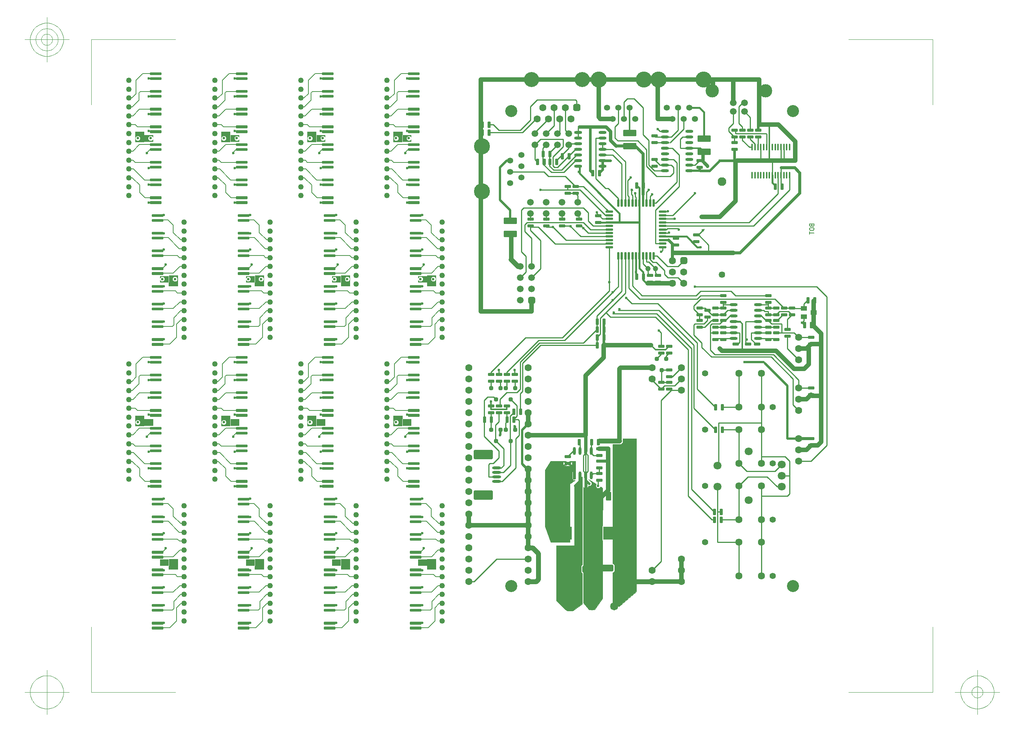
<source format=gbr>
G04 Generated by Ultiboard *
%FSLAX25Y25*%
%MOMM*%

%ADD10C,0.25400*%
%ADD11C,1.00000*%
%ADD12C,0.99060*%
%ADD13C,0.42642*%
%ADD14C,0.00100*%
%ADD15C,0.15000*%
%ADD16C,1.06101*%
%ADD17C,0.50000*%
%ADD18C,0.58494*%
%ADD19C,0.52645*%
%ADD20C,0.59892*%
%ADD21C,0.31086*%
%ADD22C,0.30000*%
%ADD23C,0.65881*%
%ADD24C,1.50000*%
%ADD25C,0.90000*%
%ADD26C,0.64993*%
%ADD27C,0.44998*%
%ADD28C,0.72215*%
%ADD29C,0.49497*%
%ADD30C,1.16711*%
%ADD31C,0.54447*%
%ADD32C,0.38378*%
%ADD33C,0.47380*%
%ADD34C,0.79715*%
%ADD35C,0.57909*%
%ADD36C,0.42216*%
%ADD37C,0.33807*%
%ADD38C,0.34540*%
%ADD39C,0.15556*%
%ADD40C,0.37188*%
%ADD41C,0.40907*%
%ADD42C,0.10000*%
%ADD43C,0.60000*%
%ADD44C,1.60000*%
%ADD45C,1.45560*%
%ADD46C,1.95560*%
%ADD47C,1.35560*%
%ADD48C,3.60560*%
%ADD49R,0.60508X0.60508*%
%ADD50C,0.99492*%
%ADD51C,1.60884*%
%ADD52O,1.77800X0.60960*%
%ADD53C,3.38684*%
%ADD54C,1.60800*%
%ADD55R,0.75342X0.75342*%
%ADD56C,0.84658*%
%ADD57R,2.20000X0.20000*%
%ADD58C,0.40000*%
%ADD59C,1.25000*%
%ADD60R,1.05867X0.27534*%
%ADD61C,0.42316*%
%ADD62R,0.33833X0.31725*%
%ADD63C,0.59284*%
%ADD64R,3.70000X1.50000*%
%ADD65O,2.00000X0.60000*%
%ADD66C,2.70916*%
%ADD67R,0.27534X1.05867*%
%ADD68R,1.77825X3.55600*%
%ADD69R,0.78334X1.56667*%
%ADD70C,1.82016*%
%ADD71R,0.95250X0.95250*%
%ADD72C,1.29108*%
%ADD73R,2.54000X0.93116*%
%ADD74R,3.00000X3.00000*%
%ADD75O,0.60960X1.77800*%
%ADD76C,1.50000*%
%ADD77R,0.63500X0.63500*%
%ADD78C,0.88900*%
%ADD79R,2.49784X0.97384*%
%ADD80O,1.80000X0.50000*%
%ADD81O,0.50000X1.80000*%
%ADD82C,1.20000*%
%ADD83C,3.00000*%
%ADD84R,1.40000X1.00000*%
%ADD85C,1.39700*%
%ADD86C,1.80000*%
%ADD87O,0.38100X1.48184*%


%LNCopper Bottom*%
%LPD*%
%FSLAX25Y25*%
%MOMM*%
G54D10*
X12957800Y6544000D02*
X12221200Y7280600D01*
X12653000Y5731200D02*
X12805400Y5883600D01*
X12576800Y5629600D02*
X12805400Y5629600D01*
X12602200Y5934400D02*
X12805400Y6137600D01*
X12611000Y9575400D02*
X13110200Y10074600D01*
X13161000Y7687000D02*
X11865600Y7687000D01*
X13161000Y6696400D02*
X12272000Y7585400D01*
X12379800Y9335400D02*
X14428400Y9335400D01*
X14330600Y9415400D02*
X12379800Y9415400D01*
X12856200Y8042600D02*
X12729200Y8169600D01*
X13084800Y6645600D02*
X12297400Y7433000D01*
X13034000Y6569400D02*
X12246600Y7356800D01*
X11916400Y7763200D02*
X13135600Y7763200D01*
X12856200Y8550600D02*
X12729200Y8423600D01*
X12830800Y11344600D02*
X12983200Y11344600D01*
X12780000Y11293800D02*
X12830800Y11344600D01*
X12780000Y11098039D02*
X12780000Y11293800D01*
X12551400Y11217600D02*
X12856200Y11522400D01*
X12780000Y11098039D02*
X12787440Y11090600D01*
X12983200Y11090600D02*
X12787440Y11090600D01*
X9582800Y6750400D02*
X8868400Y6036000D01*
X9224000Y6239200D02*
X9630400Y6645600D01*
X8512800Y6036000D02*
X9287500Y6810700D01*
X9605000Y6696400D02*
X9173200Y6264600D01*
X12526000Y6467800D02*
X12458267Y6400067D01*
X12458267Y6400067D02*
X12458267Y6340800D01*
X12348200Y6442400D02*
X12246600Y6340800D01*
X8009400Y1311600D02*
X8131800Y1311600D01*
X8131800Y1311600D02*
X8639800Y1819600D01*
X9351000Y1819600D02*
X8639800Y1819600D01*
X8843000Y4791400D02*
X8843000Y4893000D01*
X8512800Y4727900D02*
X8512800Y4918400D01*
X9147800Y4613600D02*
X9147800Y4943800D01*
X8944600Y5045400D02*
X8944600Y4490833D01*
X8360400Y4588200D02*
X8360400Y5401000D01*
X8614400Y4488717D02*
X8614400Y4842200D01*
X8843000Y4791400D02*
X8868400Y4766000D01*
X8796433Y4308800D02*
X8796433Y3927233D01*
X9071600Y3877000D02*
X8766800Y3572200D01*
X8639800Y3572200D02*
X8766800Y3572200D01*
X8789000Y3772200D02*
X8639800Y3772200D01*
X8796433Y3927233D02*
X8741400Y3872200D01*
X8948833Y3932033D02*
X8789000Y3772200D01*
X8796433Y4308800D02*
X8618633Y4486600D01*
X8563600Y3978600D02*
X8690600Y4105600D01*
X8463600Y3954800D02*
X8487400Y3978600D01*
X8487400Y3978600D02*
X8563600Y3978600D01*
X8463600Y3672200D02*
X8463600Y3954800D01*
X8639800Y3672200D02*
X8463600Y3672200D01*
X8741400Y3872200D02*
X8639800Y3872200D01*
X8690600Y4258000D02*
X8360400Y4588200D01*
X8690600Y4105600D02*
X8690600Y4258000D01*
X8948833Y3932033D02*
X8948833Y4461200D01*
X9071600Y3877000D02*
X9071600Y4537400D01*
X9071600Y4537400D02*
X9147800Y4613600D01*
X8948833Y4461200D02*
X8948833Y4486600D01*
X8868400Y5578800D02*
X8716000Y5426400D01*
X8360400Y5401000D02*
X8436600Y5477200D01*
X8436600Y5477200D02*
X8567833Y5477200D01*
X8690600Y4918400D02*
X8690600Y5121600D01*
X8690600Y4918400D02*
X8614400Y4842200D01*
X8512800Y4969200D02*
X8512800Y5121600D01*
X8716000Y5299400D02*
X8690600Y5274000D01*
X8716000Y5426400D02*
X8716000Y5299400D01*
X8567833Y5477200D02*
X8618633Y5426400D01*
X8690600Y6086800D02*
X8690600Y5985200D01*
X8512800Y6036000D02*
X8512800Y5985200D01*
X8724467Y5798934D02*
X8724467Y5680400D01*
X8512800Y5832800D02*
X8512800Y5680400D01*
X8690600Y5832800D02*
X8724467Y5798934D01*
X9224000Y5604200D02*
X9224000Y6239200D01*
X9224000Y5604200D02*
X9173200Y5553400D01*
X9173200Y5655000D02*
X9097000Y5578800D01*
X9097000Y5578800D02*
X8868400Y5578800D01*
X9173200Y5553400D02*
X9173200Y5147000D01*
X9097000Y5278233D02*
X9097000Y5045400D01*
X9147800Y4943800D02*
X9122400Y4969200D01*
X8843000Y4893000D02*
X8868400Y4918400D01*
X8868400Y4969200D02*
X8868400Y5121600D01*
X9097000Y5045400D02*
X9020800Y4969200D01*
X9122400Y4969200D02*
X9020800Y4969200D01*
X9020800Y5147000D02*
X9020800Y5121600D01*
X9020800Y5121600D02*
X8944600Y5045400D01*
X8948833Y5426400D02*
X9097000Y5278233D01*
X9173200Y5655000D02*
X9173200Y6264600D01*
X9046200Y5985200D02*
X9046200Y6086800D01*
X8868400Y6036000D02*
X8868400Y5985200D01*
X9054667Y5680400D02*
X9054667Y5824334D01*
X8843000Y5680400D02*
X8868400Y5705800D01*
X8868400Y5705800D02*
X8868400Y5832800D01*
X9054667Y5824334D02*
X9046200Y5832800D01*
X12348200Y1768800D02*
X12348200Y5401000D01*
X12348200Y1768800D02*
X12145000Y1565600D01*
X10240000Y4131000D02*
X10367000Y4258000D01*
X10367000Y4258000D02*
X10392400Y4258000D01*
X10697200Y3800800D02*
X10697200Y4156400D01*
X10646400Y3775400D02*
X10646400Y4258000D01*
X10595600Y3800800D02*
X10595600Y4156400D01*
X10951200Y3750000D02*
X10815733Y3750000D01*
X10815733Y3750000D02*
X10773400Y3707667D01*
X10773400Y3707667D02*
X10773400Y3673800D01*
X10646400Y3707667D02*
X10646400Y3775400D01*
X10646400Y3750000D02*
X10697200Y3800800D01*
X10633700Y3762700D02*
X10595600Y3800800D01*
X10951200Y3597600D02*
X10925800Y3572200D01*
X10925800Y3572200D02*
X10925800Y3470600D01*
X10951200Y3877000D02*
X10951200Y3750000D01*
X10773400Y4207200D02*
X10773400Y4435800D01*
X10773400Y4207200D02*
X10824200Y4156400D01*
X10824200Y4156400D02*
X10951200Y4156400D01*
X10519400Y4258000D02*
X10519400Y4486600D01*
X10659100Y4194500D02*
X10697200Y4156400D01*
X10621000Y4181800D02*
X10595600Y4156400D01*
X10621000Y4181800D02*
X10646400Y4181800D01*
X11400960Y3259960D02*
X11408400Y3267400D01*
X11400960Y3249440D02*
X11408400Y3242000D01*
X12348200Y5401000D02*
X12576800Y5629600D01*
X12348200Y5655000D02*
X12424400Y5731200D01*
X12424400Y5731200D02*
X12653000Y5731200D01*
X12526000Y5807400D02*
X12348200Y5807400D01*
X12526000Y6086800D02*
X12352433Y6086800D01*
X12352433Y6086800D02*
X12352433Y5811633D01*
X12348200Y5655000D02*
X12145000Y5858200D01*
X12145000Y5858200D02*
X12145000Y5883600D01*
X12526000Y5934400D02*
X12602200Y5934400D01*
X9630400Y6645600D02*
X10900400Y6645600D01*
X10595600Y6696400D02*
X9605000Y6696400D01*
X10167000Y6750400D02*
X9582800Y6750400D01*
X9287500Y6810700D02*
X10118260Y6810700D01*
X10595600Y9414200D02*
X9325600Y9414200D01*
X10595600Y9744400D02*
X9249400Y9744400D01*
X10138400Y11293800D02*
X9630400Y11293800D01*
X9554200Y12182800D02*
X10417800Y12182800D01*
X9960600Y8931600D02*
X9579600Y9312600D01*
X10519400Y10150800D02*
X9630400Y10150800D01*
X9630400Y9007800D02*
X9630400Y8372800D01*
X9630400Y8372800D02*
X9427200Y8169600D01*
X9579600Y9312600D02*
X9401800Y9312600D01*
X9401800Y9236400D02*
X9630400Y9007800D01*
X9630400Y11293800D02*
X9503400Y11166800D01*
X9706600Y10557200D02*
X8944600Y10557200D01*
X9808200Y11751000D02*
X9503400Y11446200D01*
X9198600Y8753800D02*
X9198600Y9693600D01*
X9401800Y9465000D02*
X9401800Y9617400D01*
X9427200Y9058600D02*
X9427200Y8423600D01*
X9198600Y8753800D02*
X9300200Y8652200D01*
X9300200Y8296600D02*
X9173200Y8169600D01*
X9300200Y8652200D02*
X9300200Y8296600D01*
X8970000Y9134800D02*
X8944600Y9160200D01*
X9274800Y9363400D02*
X9274800Y9211000D01*
X9401800Y9338000D02*
X9401800Y9236400D01*
X9274800Y9211000D02*
X9427200Y9058600D01*
X9325600Y9414200D02*
X9274800Y9363400D01*
X9503400Y10836600D02*
X9503400Y11166800D01*
X9249400Y9744400D02*
X9198600Y9693600D01*
X9503400Y10836600D02*
X9554200Y10785800D01*
X9224000Y11446200D02*
X8462000Y11446200D01*
X9173200Y11497000D02*
X8690600Y11497000D01*
X8563600Y11624000D02*
X8462000Y11624000D01*
X8690600Y11497000D02*
X8563600Y11624000D01*
X9554200Y12182800D02*
X9401800Y12030400D01*
X9401800Y12030400D02*
X9401800Y11725600D01*
X9528800Y11751000D02*
X9224000Y11446200D01*
X9401800Y11725600D02*
X9173200Y11497000D01*
X9503400Y11446200D02*
X9503400Y11420800D01*
X9528800Y11751000D02*
X9554200Y11751000D01*
X12217400Y8935400D02*
X12217400Y9689800D01*
X11094800Y9575400D02*
X10519400Y10150800D01*
X10707300Y9632700D02*
X10595600Y9744400D01*
X12379800Y9575400D02*
X12611000Y9575400D01*
X11179800Y9575400D02*
X11094800Y9575400D01*
X11022400Y9495400D02*
X10900400Y9617400D01*
X10494000Y9490400D02*
X10494000Y9617400D01*
X10494000Y9617400D02*
X10468600Y9642800D01*
X10707300Y9444439D02*
X10707300Y9632700D01*
X10113000Y9490400D02*
X10113000Y9642800D01*
X9757400Y9465000D02*
X9757400Y9617400D01*
X9960600Y8931600D02*
X11176000Y8931600D01*
X11179800Y7872240D02*
X11179800Y8855400D01*
X12221200Y7280600D02*
X11205200Y7280600D01*
X10976600Y7255200D02*
X11539800Y7818400D01*
X10118260Y6810700D02*
X11179800Y7872240D01*
X10167000Y6750400D02*
X11306800Y7890200D01*
X11205200Y7280600D02*
X11103600Y7382200D01*
X10900400Y7306000D02*
X11332200Y7737800D01*
X11179800Y9255400D02*
X10754400Y9255400D01*
X11179800Y9175400D02*
X10707400Y9175400D01*
X11179800Y9335400D02*
X10816339Y9335400D01*
X11179800Y9095400D02*
X10530800Y9095400D01*
X11179800Y9015400D02*
X10207000Y9015400D01*
X11179800Y9495400D02*
X11022400Y9495400D01*
X10900400Y7001200D02*
X10900400Y7306000D01*
X10976600Y7255200D02*
X10976600Y6899600D01*
X10900400Y7001200D02*
X10900400Y7179000D01*
X10595600Y6696400D02*
X10900400Y7001200D01*
X10976600Y6899600D02*
X10900400Y6823400D01*
X10900400Y6823400D02*
X10900400Y6645600D01*
X10530800Y9095400D02*
X10288200Y9338000D01*
X10207000Y9015400D02*
X9909800Y9312600D01*
X9909800Y9312600D02*
X9757400Y9312600D01*
X10288200Y9338000D02*
X10113000Y9338000D01*
X10707300Y9444439D02*
X10816339Y9335400D01*
X10707400Y9175400D02*
X10544800Y9338000D01*
X10754400Y9255400D02*
X10595600Y9414200D01*
X10544800Y9338000D02*
X10494000Y9338000D01*
X11539800Y7818400D02*
X11539800Y8655400D01*
X11699800Y8655400D02*
X11699800Y7979800D01*
X11619800Y8655400D02*
X11619800Y7932800D01*
X11459800Y7865400D02*
X11459800Y8655400D01*
X11379800Y7966400D02*
X11379800Y8655400D01*
X11699800Y7979800D02*
X11916400Y7763200D01*
X11306800Y7893400D02*
X11379800Y7966400D01*
X12297400Y7433000D02*
X11383000Y7433000D01*
X12246600Y7356800D02*
X11256000Y7356800D01*
X12272000Y7585400D02*
X11687800Y7585400D01*
X11619800Y7932800D02*
X11865600Y7687000D01*
X11687800Y7585400D02*
X11560800Y7712400D01*
X11332200Y7737800D02*
X11459800Y7865400D01*
X12348200Y6620200D02*
X12348200Y6925000D01*
X12348200Y6467800D02*
X12348200Y6442400D01*
X12348200Y6925000D02*
X12297400Y6975800D01*
X12019800Y8655400D02*
X12019800Y8523400D01*
X11939800Y8484867D02*
X12051867Y8372800D01*
X12019800Y8525200D02*
X12068800Y8525200D01*
X11939800Y8655400D02*
X11939800Y8484867D01*
X12379800Y8855400D02*
X12379800Y8785400D01*
X12379800Y8785400D02*
X12348200Y8753800D01*
X12487800Y8423600D02*
X12256000Y8655400D01*
X12239161Y8512500D02*
X12424400Y8327259D01*
X12500600Y8169600D02*
X12424400Y8245800D01*
X12424400Y8245800D02*
X12424400Y8327259D01*
X12068800Y8525200D02*
X12221200Y8372800D01*
X12051867Y8372800D02*
X12051867Y8262733D01*
X12221200Y8372800D02*
X12221200Y8271200D01*
X12051867Y8262733D02*
X12094200Y8220400D01*
X12221200Y8271200D02*
X12272000Y8220400D01*
X12157700Y8512500D02*
X12239161Y8512500D01*
X12099800Y8570400D02*
X12157700Y8512500D01*
X12099800Y8655400D02*
X12099800Y8570400D01*
X12256000Y8655400D02*
X12179800Y8655400D01*
X12729200Y8423600D02*
X12487800Y8423600D01*
X12729200Y8169600D02*
X12500600Y8169600D01*
X12627600Y8728400D02*
X12602200Y8753800D01*
X12379800Y8935400D02*
X12217400Y8935400D01*
X12379800Y9175400D02*
X12536200Y9175400D01*
X12379800Y9495400D02*
X12648000Y9495400D01*
X12379800Y9255400D02*
X12468800Y9255400D01*
X12487900Y9274500D02*
X12729100Y9274500D01*
X12729100Y9274500D02*
X12748200Y9255400D01*
X12468800Y9255400D02*
X12487900Y9274500D01*
X11167200Y9655400D02*
X10595600Y10227000D01*
X11179800Y9655400D02*
X11167200Y9655400D01*
X11151200Y10185600D02*
X11379800Y9957000D01*
X11256000Y10938200D02*
X11027400Y10938200D01*
X11256000Y11065200D02*
X11027400Y11065200D01*
X9833600Y10989000D02*
X10011400Y11166800D01*
X10875000Y11319200D02*
X10875000Y10404800D01*
X10138400Y11123440D02*
X10138400Y11293800D01*
X11027400Y11065200D02*
X11027400Y11192200D01*
X10290800Y11192200D02*
X10477067Y11192200D01*
X10290800Y11192200D02*
X10265400Y11166800D01*
X10265400Y11090600D02*
X10265400Y11166800D01*
X9757400Y11166800D02*
X9681200Y11090600D01*
X10417800Y11065200D02*
X10011400Y10658800D01*
X10151100Y10544500D02*
X10417800Y10811200D01*
X10240000Y10074600D02*
X10417800Y10074600D01*
X10417800Y10074600D02*
X10468600Y10023800D01*
X10595600Y10227000D02*
X10417800Y10227000D01*
X10417800Y10227000D02*
X10189200Y10455600D01*
X10443200Y10938200D02*
X10100300Y10595300D01*
X10417800Y10811200D02*
X10477067Y10811200D01*
X10477067Y11065200D02*
X10417800Y11065200D01*
X10240000Y10227000D02*
X10240000Y10150800D01*
X10151100Y10544500D02*
X9871700Y10544500D01*
X10100300Y10595300D02*
X9922500Y10595300D01*
X9909800Y10894837D02*
X10138400Y11123440D01*
X10011400Y10658800D02*
X9942639Y10658800D01*
X9986000Y10811200D02*
X10113000Y10938200D01*
X10189200Y10455600D02*
X9808200Y10455600D01*
X9681200Y10836600D02*
X9681200Y11090600D01*
X9833600Y10684200D02*
X9833600Y10989000D01*
X9909800Y10691639D02*
X9909800Y10894837D01*
X9681200Y10735000D02*
X9681200Y10836600D01*
X9681200Y10735000D02*
X9871700Y10544500D01*
X9808200Y10455600D02*
X9706600Y10557200D01*
X9922500Y10595300D02*
X9833600Y10684200D01*
X9942639Y10658800D02*
X9909800Y10691639D01*
X10113000Y10938200D02*
X10265400Y11090600D01*
X10875000Y10404800D02*
X11094200Y10185600D01*
X10468600Y10023800D02*
X10468600Y9896800D01*
X11094200Y10185600D02*
X11151200Y10185600D01*
X10477067Y10938200D02*
X10443200Y10938200D01*
X10417800Y12182800D02*
X10443200Y12157400D01*
X10189200Y11497000D02*
X10189200Y12005000D01*
X9935200Y11598600D02*
X9935200Y12005000D01*
X10062200Y11471600D02*
X10011400Y11420800D01*
X9757400Y11420800D02*
X9935200Y11598600D01*
X10062200Y11751000D02*
X10062200Y11471600D01*
X10265400Y11420800D02*
X10189200Y11497000D01*
X10443200Y12157400D02*
X10443200Y12005000D01*
X10477067Y11547800D02*
X10502467Y11573200D01*
X10477067Y11319200D02*
X10477067Y11446200D01*
X10477067Y11446200D02*
X10477067Y11547800D01*
X11027400Y11319200D02*
X10875000Y11319200D01*
X12195800Y11217600D02*
X12526000Y11217600D01*
X12068800Y10709600D02*
X12068800Y11268400D01*
X12018000Y11057761D02*
X11820061Y11255700D01*
X12018000Y10684200D02*
X12246600Y10455600D01*
X12019800Y9855400D02*
X12019800Y10101800D01*
X12019800Y10101800D02*
X12068800Y10150800D01*
X12018000Y11057761D02*
X12018000Y10684200D01*
X11594400Y10362200D02*
X11662400Y10430200D01*
X11594400Y10023800D02*
X11594400Y10362200D01*
X11459800Y10734400D02*
X11459800Y9855400D01*
X11539800Y9855400D02*
X11539800Y10781400D01*
X11619800Y9998400D02*
X11594400Y10023800D01*
X11619800Y9855400D02*
X11619800Y9998400D01*
X11379800Y9957000D02*
X11379800Y9855400D01*
X11779800Y9855400D02*
X11779800Y9982600D01*
X11779800Y9982600D02*
X11764000Y9998400D01*
X11764000Y9998400D02*
X11764000Y10074600D01*
X11699800Y10025760D02*
X11699800Y9855400D01*
X11674400Y10051160D02*
X11699800Y10025760D01*
X11687800Y10137400D02*
X11699800Y10137400D01*
X11674400Y10051160D02*
X11674400Y10124000D01*
X11674400Y10124000D02*
X11687800Y10137400D01*
X11459800Y10734400D02*
X11256000Y10938200D01*
X11539800Y10781400D02*
X11256000Y11065200D01*
X12703800Y10328600D02*
X12703800Y10760400D01*
X12754600Y10227000D02*
X12754600Y10938200D01*
X12217400Y9689800D02*
X12754600Y10227000D01*
X12379800Y9655400D02*
X12487800Y9655400D01*
X12230600Y9855400D02*
X12703800Y10328600D01*
X12099800Y9855400D02*
X12099800Y10004000D01*
X12099800Y10004000D02*
X12145000Y10049200D01*
X12230600Y9855400D02*
X12179800Y9855400D01*
X12487800Y9655400D02*
X12500600Y9668200D01*
X12246600Y10455600D02*
X12551400Y10455600D01*
X12195800Y10582600D02*
X12432867Y10582600D01*
X12576800Y10709600D02*
X12322800Y10709600D01*
X12627600Y10836600D02*
X12432867Y10836600D01*
X12602200Y11090600D02*
X12432867Y11090600D01*
X12322800Y10709600D02*
X12195800Y10836600D01*
X12195800Y10582600D02*
X12068800Y10709600D01*
X12703800Y10760400D02*
X12627600Y10836600D01*
X12551400Y10455600D02*
X12627600Y10531800D01*
X12627600Y10531800D02*
X12627600Y10658800D01*
X12627600Y10658800D02*
X12576800Y10709600D01*
X12754600Y10938200D02*
X12602200Y11090600D01*
X12068800Y11268400D02*
X11941800Y11395400D01*
X11941800Y12005000D02*
X11738600Y12208200D01*
X11941800Y11395400D02*
X11941800Y12005000D01*
X11510000Y12132000D02*
X11510000Y11751000D01*
X11383000Y11649400D02*
X11383000Y12005000D01*
X11820061Y11255700D02*
X11370300Y11255700D01*
X11306800Y11319200D02*
X11306800Y11573200D01*
X11306800Y11573200D02*
X11383000Y11649400D01*
X11370300Y11255700D02*
X11306800Y11319200D01*
X11738600Y12208200D02*
X11586200Y12208200D01*
X11586200Y12208200D02*
X11510000Y12132000D01*
X12729200Y11497000D02*
X12729200Y12005000D01*
X12576800Y11344600D02*
X12221200Y11344600D01*
X12432867Y11471600D02*
X12322800Y11471600D01*
X12195800Y11370000D02*
X12221200Y11344600D01*
X12322800Y11471600D02*
X12272000Y11522400D01*
X12576800Y11344600D02*
X12729200Y11497000D01*
X13161000Y5655000D02*
X13161000Y6696400D01*
X13084800Y5223200D02*
X13084800Y6645600D01*
X13034000Y3394400D02*
X13034000Y6569400D01*
X12957800Y3242000D02*
X12957800Y6544000D01*
X16082000Y4385000D02*
X16082000Y7737800D01*
X13554700Y6429700D02*
X13453100Y6531300D01*
X13262600Y6594800D02*
X13478500Y6378900D01*
X15193000Y6569400D02*
X15447000Y6315400D01*
X14824700Y6378900D02*
X15320000Y5883600D01*
X14824700Y6378900D02*
X13478500Y6378900D01*
X14875500Y6429700D02*
X13554700Y6429700D01*
X15447000Y5858200D02*
X14875500Y6429700D01*
X15726400Y4029400D02*
X16082000Y4385000D01*
X14608800Y1438600D02*
X14608800Y3470600D01*
X14100800Y3470600D02*
X14100800Y2708600D01*
X13618200Y2202800D02*
X13618200Y3447000D01*
X13542000Y2886400D02*
X13034000Y3394400D01*
X13491200Y2708600D02*
X12957800Y3242000D01*
X14100800Y2200600D02*
X14100800Y1438600D01*
X13616000Y2202800D02*
X13946200Y2202800D01*
X13694400Y2886400D02*
X13618200Y2886400D01*
X13542000Y2708600D02*
X13491200Y2708600D01*
X14100800Y2200600D02*
X13925200Y2200600D01*
X13694400Y2708600D02*
X14100800Y2708600D01*
X13643600Y4893000D02*
X14608800Y4893000D01*
X14913600Y3800800D02*
X14278600Y3800800D01*
X14735800Y3673800D02*
X14304000Y3673800D01*
X13567400Y4740600D02*
X13084800Y5223200D01*
X13643600Y3951800D02*
X13643600Y4893000D01*
X13616000Y3924200D02*
X13643600Y3951800D01*
X14100800Y3978600D02*
X14100800Y4740600D01*
X14278600Y3800800D02*
X14100800Y3978600D01*
X14304000Y3673800D02*
X14100800Y3470600D01*
X14100800Y4740600D02*
X13719800Y4740600D01*
X13567400Y5248600D02*
X13161000Y5655000D01*
X14100800Y5248600D02*
X14100800Y6010600D01*
X14100800Y5248600D02*
X13719800Y5248600D01*
X14608800Y3978600D02*
X14608800Y6010600D01*
X15243800Y3292800D02*
X15193000Y3242000D01*
X15193000Y3242000D02*
X14608800Y3242000D01*
X15243800Y4029400D02*
X15142200Y4131000D01*
X15066000Y3699200D02*
X15243800Y3699200D01*
X14960400Y3449200D02*
X14735800Y3673800D01*
X15066000Y3449200D02*
X14960400Y3449200D01*
X15036600Y3923800D02*
X14913600Y3800800D01*
X15036600Y3923800D02*
X15036600Y3949200D01*
X15142200Y4131000D02*
X14608800Y4131000D01*
X15243800Y3292800D02*
X15243800Y4029400D01*
X15447000Y4029400D02*
X15726400Y4029400D01*
X14685000Y6239200D02*
X14659600Y6264600D01*
X15320000Y5883600D02*
X15320000Y5299400D01*
X15320000Y5299400D02*
X15447000Y5172400D01*
X15447000Y5680400D02*
X15726400Y5680400D01*
X15447000Y5680400D02*
X15447000Y5858200D01*
X16082000Y7737800D02*
X15853400Y7966400D01*
X14428400Y9335400D02*
X15243800Y10150800D01*
X14330600Y9415400D02*
X14983450Y10068250D01*
X15853400Y7966400D02*
X13110200Y7966400D01*
X14761200Y6925000D02*
X14380200Y6925000D01*
X14761200Y7763200D02*
X14024600Y7763200D01*
X14913600Y7687000D02*
X13237200Y7687000D01*
X14380200Y6925000D02*
X14380200Y6772600D01*
X14380200Y6772600D02*
X14451140Y6701660D01*
X14253200Y7179000D02*
X14532600Y7179000D01*
X13745200Y7331400D02*
X13491200Y7331400D01*
X13982267Y7052000D02*
X13567400Y7052000D01*
X13982267Y6798000D02*
X13592800Y6798000D01*
X13460539Y6925000D02*
X13567400Y6925000D01*
X13592800Y6798000D02*
X13567400Y6772600D01*
X13669000Y7128200D02*
X13485939Y7128200D01*
X13483760Y7204400D02*
X13567400Y7204400D01*
X13745200Y7483800D02*
X13567400Y7483800D01*
X13745200Y7763200D02*
X13237200Y7763200D01*
X13923000Y7864800D02*
X13237200Y7864800D01*
X13211800Y7331400D02*
X13211800Y7204400D01*
X13389600Y7280600D02*
X13389600Y7204400D01*
X13331360Y7052000D02*
X13483760Y7204400D01*
X13389600Y7204400D02*
X13313400Y7128200D01*
X13211800Y7052000D02*
X13331360Y7052000D01*
X13313400Y7128200D02*
X13110200Y7128200D01*
X13084800Y6874200D02*
X13262600Y6696400D01*
X13084800Y6874200D02*
X13084800Y7102800D01*
X13110200Y7128200D02*
X13084800Y7102800D01*
X13453100Y6531300D02*
X13453100Y6932439D01*
X13262600Y6696400D02*
X13262600Y6594800D01*
X13453100Y6932439D02*
X13460539Y6925000D01*
X13453100Y6932439D02*
X13453100Y7095361D01*
X13453100Y7095361D02*
X13485939Y7128200D01*
X13211800Y7331400D02*
X13084800Y7458400D01*
X13084800Y7534600D02*
X13237200Y7687000D01*
X13135600Y7763200D02*
X13237200Y7864800D01*
X13161000Y7687000D02*
X13237200Y7763200D01*
X13338800Y7483800D02*
X13211800Y7483800D01*
X13084800Y7458400D02*
X13084800Y7534600D01*
X13491200Y7331400D02*
X13338800Y7483800D01*
X13897600Y7306000D02*
X13796000Y7204400D01*
X14253200Y6671000D02*
X14253200Y7179000D01*
X13745200Y7204400D02*
X13669000Y7128200D01*
X13796000Y7204400D02*
X13745200Y7204400D01*
X14106061Y6925000D02*
X13745200Y6925000D01*
X14113500Y6917561D02*
X14113500Y6709100D01*
X14113500Y6709100D02*
X14075400Y6671000D01*
X14113500Y6917561D02*
X14106061Y6925000D01*
X13897600Y7306000D02*
X13982267Y7306000D01*
X13982267Y7433000D02*
X13846800Y7433000D01*
X14024600Y7763200D02*
X13923000Y7864800D01*
X13982267Y7560000D02*
X13745200Y7560000D01*
X13745200Y7483800D02*
X13745200Y7610800D01*
X13846800Y7433000D02*
X13745200Y7331400D01*
X13415000Y8728400D02*
X13415000Y8906200D01*
X13191660Y9129540D02*
X13191660Y9140060D01*
X13191660Y9140060D02*
X13313400Y9261800D01*
X13191660Y9129540D02*
X13415000Y8906200D01*
X15218400Y7407600D02*
X15294600Y7331400D01*
X15193000Y7229800D02*
X15294600Y7331400D01*
X15345400Y6925000D02*
X15073439Y6925000D01*
X15193000Y6848800D02*
X15193000Y6569400D01*
X15193000Y7001200D02*
X15193000Y7229800D01*
X15015200Y7407600D02*
X15218400Y7407600D01*
X15116800Y7483800D02*
X15294600Y7483800D01*
X14761200Y7204400D02*
X14837400Y7128200D01*
X14710400Y7204400D02*
X14761200Y7204400D01*
X15091400Y7331400D02*
X14964400Y7204400D01*
X14964400Y7204400D02*
X14939000Y7204400D01*
X14608800Y7306000D02*
X14710400Y7204400D01*
X14532600Y6798000D02*
X14913600Y6798000D01*
X14532600Y7052000D02*
X14939000Y7052000D01*
X14837400Y7128200D02*
X15058561Y7128200D01*
X14451140Y6701660D02*
X14451140Y6691140D01*
X14913600Y6798000D02*
X14939000Y6772600D01*
X15066000Y6925000D02*
X14939000Y6925000D01*
X15073439Y6925000D02*
X15066000Y6932439D01*
X15066000Y7120761D02*
X15066000Y6932439D01*
X15066000Y7120761D02*
X15058561Y7128200D01*
X14761200Y7331400D02*
X14939000Y7331400D01*
X14761200Y7483800D02*
X14939000Y7483800D01*
X14761200Y7610800D02*
X14761200Y7483800D01*
X14761200Y7331400D02*
X14761200Y7407600D01*
X14685000Y7407600D02*
X14761200Y7407600D01*
X14532600Y7560000D02*
X14761200Y7560000D01*
X14532600Y7306000D02*
X14608800Y7306000D01*
X14532600Y7433000D02*
X14659600Y7433000D01*
X14659600Y7433000D02*
X14685000Y7407600D01*
X15116800Y7483800D02*
X14913600Y7687000D01*
X14939000Y7331400D02*
X15015200Y7407600D01*
X15116800Y7331400D02*
X15091400Y7331400D01*
X15565600Y7287200D02*
X15565600Y7196000D01*
X15565600Y7196000D02*
X15523200Y7153600D01*
X15447000Y6823400D02*
X15726400Y6823400D01*
X15523200Y7153600D02*
X15574000Y7102800D01*
X15345400Y6925000D02*
X15447000Y6823400D01*
X15650200Y7661600D02*
X15565600Y7577000D01*
X15565600Y7577000D02*
X15565600Y7477200D01*
X15565600Y7477200D02*
X15301200Y7477200D01*
X15301200Y7477200D02*
X15294600Y7483800D01*
X14462750Y11185850D02*
X14354800Y11293800D01*
X14397134Y11111767D02*
X14333634Y11111767D01*
X14710400Y11420800D02*
X14024600Y11420800D01*
X13999200Y11344600D02*
X13999200Y11217600D01*
X14333634Y11111767D02*
X14177000Y11268400D01*
X13110200Y10709600D02*
X13211800Y10811200D01*
X12983200Y10709600D02*
X13110200Y10709600D01*
X12856200Y11522400D02*
X12856200Y11751000D01*
X14186400Y12116000D02*
X14100800Y12030400D01*
X14100800Y12030400D02*
X14100800Y11649400D01*
X13872200Y11471600D02*
X13999200Y11344600D01*
X14024600Y11420800D02*
X14024600Y11471600D01*
X14024600Y11471600D02*
X13999200Y11497000D01*
X13975800Y11916000D02*
X13975800Y11651400D01*
X13975800Y11651400D02*
X13872200Y11547800D01*
X13872200Y11547800D02*
X13872200Y11471600D01*
X14354800Y11497000D02*
X14354800Y11787000D01*
X14177000Y11497000D02*
X14177000Y11573200D01*
X14100800Y11649400D02*
X14177000Y11573200D01*
X14177000Y11268400D02*
X14177000Y11344600D01*
X14354800Y11293800D02*
X14354800Y11344600D01*
X14354800Y11787000D02*
X14225800Y11916000D01*
X14225800Y12116000D02*
X14186400Y12116000D01*
X14723100Y11111767D02*
X14723100Y11408100D01*
X14528367Y11111767D02*
X14528367Y11340367D01*
X14462750Y11111767D02*
X14462750Y11185850D01*
X15049067Y10269333D02*
X15049067Y10641867D01*
X14983450Y10481000D02*
X14983450Y10068250D01*
X15049067Y10269333D02*
X15066000Y10252400D01*
X14591867Y11111767D02*
X14591867Y10818639D01*
X14591867Y10818639D02*
X14599306Y10811200D01*
X14854334Y10481000D02*
X14854334Y10802734D01*
X15114683Y10818639D02*
X15114684Y11111767D01*
X15049067Y11111767D02*
X15049067Y10819667D01*
X15107244Y10811200D02*
X15114683Y10818639D01*
X14854334Y10802734D02*
X14862800Y10811200D01*
X15049067Y10819667D02*
X15040600Y10811200D01*
X15243800Y10481000D02*
X15243800Y10150800D01*
X14723100Y11408100D02*
X14710400Y11420800D01*
G54D11*
X12805400Y1311600D02*
X12805400Y1819600D01*
X12805400Y1311600D02*
X12145000Y1311600D01*
X13415000Y8728400D02*
X12627600Y8728400D01*
X9351000Y3851600D02*
X9351000Y2073600D01*
X8009400Y2581600D02*
X9351000Y2581600D01*
X8009400Y2581600D02*
X8009400Y2835600D01*
X9351000Y4867600D02*
X9351000Y5121600D01*
X11408400Y4486600D02*
X11408400Y6112200D01*
X11433800Y6137600D02*
X12145000Y6137600D01*
X11408400Y6112200D02*
X11433800Y6137600D01*
X8970000Y8576000D02*
X8970000Y9134800D01*
X13415000Y8728400D02*
X13973800Y8728400D01*
G54D12*
X14558000Y12640000D02*
X8284200Y12640000D01*
X11052800Y6366200D02*
X11052800Y6645600D01*
X11052800Y6366200D02*
X10646400Y5959800D01*
X10646400Y4613600D02*
X9351000Y4613600D01*
X11002000Y3216600D02*
X11154400Y3369000D01*
X11154400Y3369000D02*
X11154400Y4308800D01*
X11154400Y4308800D02*
X10951200Y4308800D01*
X10646400Y5959800D02*
X10646400Y4613600D01*
X8284200Y7407600D02*
X8284200Y12640000D01*
X8284200Y7407600D02*
X9427200Y7407600D01*
X9427200Y7407600D02*
X9427200Y7661600D01*
X11052800Y6645600D02*
X12119600Y6645600D01*
X12043400Y8042600D02*
X12602200Y8042600D01*
X10976600Y11751000D02*
X11256000Y11751000D01*
X10938500Y12640000D02*
X10938500Y11789100D01*
X10938500Y11789100D02*
X10976600Y11751000D01*
X11577114Y12640000D02*
X11725900Y12640000D01*
X12272000Y11751000D02*
X12272000Y12627300D01*
X12602200Y11751000D02*
X12272000Y11751000D01*
X15675600Y6213800D02*
X15675600Y6569400D01*
X14939000Y6518600D02*
X15345400Y6112200D01*
X15955000Y4461200D02*
X15955000Y6908000D01*
X15878800Y4385000D02*
X15955000Y4461200D01*
X15751800Y5502600D02*
X15955000Y5502600D01*
X15447000Y4283400D02*
X15624800Y4283400D01*
X15624800Y4283400D02*
X15726400Y4385000D01*
X15726400Y4385000D02*
X15878800Y4385000D01*
X15726400Y5528000D02*
X15624800Y5426400D01*
X15726400Y5528000D02*
X15751800Y5502600D01*
X15624800Y5426400D02*
X15447000Y5426400D01*
X15345400Y6112200D02*
X15574000Y6112200D01*
X15574000Y6112200D02*
X15675600Y6213800D01*
X15785600Y7077400D02*
X15955000Y6908000D01*
X15955000Y6671000D02*
X15726400Y6671000D01*
X14024600Y9896800D02*
X13669000Y9541200D01*
X13669000Y9541200D02*
X13262600Y9541200D01*
X14939000Y6518600D02*
X13719800Y6518600D01*
X13719800Y6518600D02*
X13669000Y6569400D01*
X15785600Y7077400D02*
X15785600Y7644600D01*
X15726400Y6671000D02*
X15624800Y6569400D01*
X15675600Y6569400D02*
X15447000Y6569400D01*
X15370800Y10811200D02*
X14053614Y10811200D01*
X14024600Y10782186D02*
X14024600Y9896800D01*
X14053614Y10811200D02*
X14024600Y10782186D01*
X13516600Y12640000D02*
X13516600Y12401800D01*
X13975800Y12116000D02*
X13975800Y12638000D01*
X14989800Y11624000D02*
X15370800Y11243000D01*
X15370800Y11243000D02*
X15370800Y10811200D01*
X14558000Y11627614D02*
X14558000Y12640000D01*
X14561614Y11624000D02*
X14989800Y11624000D01*
X14558000Y11627614D02*
X14561614Y11624000D01*
X14700800Y12386000D02*
X14558000Y12386000D01*
G54D13*
X12379800Y9095400D02*
X12921000Y9095400D01*
X11859800Y9414200D02*
X11859800Y9855400D01*
X11179800Y9415400D02*
X10963690Y9415400D01*
X10963690Y9415400D02*
X10951200Y9402910D01*
X11941800Y8118800D02*
X11992600Y8068000D01*
X11992600Y8068000D02*
X12094200Y8068000D01*
X11859800Y8655400D02*
X11859800Y9414200D01*
X11859800Y8378600D02*
X11859800Y8655400D01*
X11859800Y8378600D02*
X11941800Y8296600D01*
X11941800Y8296600D02*
X11941800Y8118800D01*
X11852900Y10188900D02*
X11852900Y9858700D01*
X11789400Y10252400D02*
X11852900Y10188900D01*
X13982267Y7179000D02*
X14126200Y7179000D01*
X12921000Y9095400D02*
X13161000Y8855400D01*
X13224710Y8855400D02*
X13161000Y8855400D01*
G54D14*
X6425450Y4927968D02*
X6392968Y4960450D01*
X6392968Y4960450D02*
X6347032Y4960450D01*
X6347032Y4960450D02*
X6314550Y4927968D01*
X6314550Y4927968D02*
X6310000Y4927968D01*
X6310000Y4927968D02*
X6310000Y5055000D01*
X6310000Y5055000D02*
X6510000Y5055000D01*
X6510000Y5055000D02*
X6510000Y4986355D01*
X6510000Y4986355D02*
X6504900Y4981255D01*
X6504900Y4981255D02*
X6504900Y4927968D01*
X6504900Y4927968D02*
X6425450Y4927968D01*
G36*
X6347032Y5055000D02*
X6347032Y4960450D01*
X6314550Y4927968D01*
X6310000Y4927968D01*
X6310000Y5055000D01*
X6347032Y5055000D01*
G37*
X6347032Y5055000D02*
X6347032Y4960450D01*
X6347032Y4960450D02*
X6314550Y4927968D01*
X6314550Y4927968D02*
X6310000Y4927968D01*
X6310000Y4927968D02*
X6310000Y5055000D01*
X6310000Y5055000D02*
X6347032Y5055000D01*
G36*
X6347032Y5055000D02*
X6392968Y5055000D01*
X6392968Y4960450D01*
X6347032Y4960450D01*
X6347032Y5055000D01*
G37*
X6347032Y5055000D02*
X6392968Y5055000D01*
X6392968Y5055000D02*
X6392968Y4960450D01*
X6392968Y4960450D02*
X6347032Y4960450D01*
X6347032Y4960450D02*
X6347032Y5055000D01*
G36*
X6392968Y4981255D02*
X6504900Y4981255D01*
X6504900Y4927968D01*
X6425450Y4927968D01*
X6392968Y4960450D01*
X6392968Y4981255D01*
G37*
X6392968Y4981255D02*
X6504900Y4981255D01*
X6504900Y4981255D02*
X6504900Y4927968D01*
X6504900Y4927968D02*
X6425450Y4927968D01*
X6425450Y4927968D02*
X6392968Y4960450D01*
X6392968Y4960450D02*
X6392968Y4981255D01*
G36*
X6392968Y4981255D02*
X6392968Y5055000D01*
X6510000Y5055000D01*
X6510000Y4986355D01*
X6504900Y4981255D01*
X6392968Y4981255D01*
G37*
X6392968Y4981255D02*
X6392968Y5055000D01*
X6392968Y5055000D02*
X6510000Y5055000D01*
X6510000Y5055000D02*
X6510000Y4986355D01*
X6510000Y4986355D02*
X6504900Y4981255D01*
X6504900Y4981255D02*
X6392968Y4981255D01*
X6314550Y4927968D02*
X6314550Y4882032D01*
X6314550Y4882032D02*
X6347032Y4849550D01*
X6347032Y4849550D02*
X6392968Y4849550D01*
X6392968Y4849550D02*
X6425450Y4882032D01*
X6425450Y4882032D02*
X6425450Y4927968D01*
X6425450Y4927968D02*
X6504900Y4927968D01*
X6504900Y4927968D02*
X6504900Y4828745D01*
X6504900Y4828745D02*
X6508645Y4825000D01*
X6508645Y4825000D02*
X6310000Y4825000D01*
X6310000Y4825000D02*
X6310000Y4927968D01*
X6310000Y4927968D02*
X6314550Y4927968D01*
G36*
X6314550Y4825000D02*
X6310000Y4825000D01*
X6310000Y4927968D01*
X6314550Y4927968D01*
X6314550Y4825000D01*
G37*
X6314550Y4825000D02*
X6310000Y4825000D01*
X6310000Y4825000D02*
X6310000Y4927968D01*
X6310000Y4927968D02*
X6314550Y4927968D01*
X6314550Y4927968D02*
X6314550Y4825000D01*
G36*
X6347032Y4825000D02*
X6314550Y4825000D01*
X6314550Y4882032D01*
X6347032Y4849550D01*
X6347032Y4825000D01*
G37*
X6347032Y4825000D02*
X6314550Y4825000D01*
X6314550Y4825000D02*
X6314550Y4882032D01*
X6314550Y4882032D02*
X6347032Y4849550D01*
X6347032Y4849550D02*
X6347032Y4825000D01*
G36*
X6392968Y4825000D02*
X6347032Y4825000D01*
X6347032Y4849550D01*
X6392968Y4849550D01*
X6392968Y4825000D01*
G37*
X6392968Y4825000D02*
X6347032Y4825000D01*
X6347032Y4825000D02*
X6347032Y4849550D01*
X6347032Y4849550D02*
X6392968Y4849550D01*
X6392968Y4849550D02*
X6392968Y4825000D01*
G36*
X6504900Y4882032D02*
X6425450Y4882032D01*
X6425450Y4927968D01*
X6504900Y4927968D01*
X6504900Y4882032D01*
G37*
X6504900Y4882032D02*
X6425450Y4882032D01*
X6425450Y4882032D02*
X6425450Y4927968D01*
X6425450Y4927968D02*
X6504900Y4927968D01*
X6504900Y4927968D02*
X6504900Y4882032D01*
G36*
X6504900Y4825000D02*
X6504900Y4828745D01*
X6508645Y4825000D01*
X6504900Y4825000D01*
G37*
X6504900Y4825000D02*
X6504900Y4828745D01*
X6504900Y4828745D02*
X6508645Y4825000D01*
X6508645Y4825000D02*
X6504900Y4825000D01*
G36*
X6504900Y4825000D02*
X6392968Y4825000D01*
X6392968Y4849550D01*
X6425450Y4882032D01*
X6504900Y4882032D01*
X6504900Y4825000D01*
G37*
X6504900Y4825000D02*
X6392968Y4825000D01*
X6392968Y4825000D02*
X6392968Y4849550D01*
X6392968Y4849550D02*
X6425450Y4882032D01*
X6425450Y4882032D02*
X6504900Y4882032D01*
X6504900Y4882032D02*
X6504900Y4825000D01*
X6425450Y11337968D02*
X6392968Y11370450D01*
X6392968Y11370450D02*
X6347032Y11370450D01*
X6347032Y11370450D02*
X6314550Y11337968D01*
X6314550Y11337968D02*
X6310000Y11337968D01*
X6310000Y11337968D02*
X6310000Y11465000D01*
X6310000Y11465000D02*
X6510000Y11465000D01*
X6510000Y11465000D02*
X6510000Y11396355D01*
X6510000Y11396355D02*
X6504900Y11391255D01*
X6504900Y11391255D02*
X6504900Y11337968D01*
X6504900Y11337968D02*
X6425450Y11337968D01*
G36*
X6347032Y11465000D02*
X6347032Y11370450D01*
X6314550Y11337968D01*
X6310000Y11337968D01*
X6310000Y11465000D01*
X6347032Y11465000D01*
G37*
X6347032Y11465000D02*
X6347032Y11370450D01*
X6347032Y11370450D02*
X6314550Y11337968D01*
X6314550Y11337968D02*
X6310000Y11337968D01*
X6310000Y11337968D02*
X6310000Y11465000D01*
X6310000Y11465000D02*
X6347032Y11465000D01*
G36*
X6347032Y11465000D02*
X6392968Y11465000D01*
X6392968Y11370450D01*
X6347032Y11370450D01*
X6347032Y11465000D01*
G37*
X6347032Y11465000D02*
X6392968Y11465000D01*
X6392968Y11465000D02*
X6392968Y11370450D01*
X6392968Y11370450D02*
X6347032Y11370450D01*
X6347032Y11370450D02*
X6347032Y11465000D01*
G36*
X6392968Y11391255D02*
X6504900Y11391255D01*
X6504900Y11337968D01*
X6425450Y11337968D01*
X6392968Y11370450D01*
X6392968Y11391255D01*
G37*
X6392968Y11391255D02*
X6504900Y11391255D01*
X6504900Y11391255D02*
X6504900Y11337968D01*
X6504900Y11337968D02*
X6425450Y11337968D01*
X6425450Y11337968D02*
X6392968Y11370450D01*
X6392968Y11370450D02*
X6392968Y11391255D01*
G36*
X6392968Y11391255D02*
X6392968Y11465000D01*
X6510000Y11465000D01*
X6510000Y11396355D01*
X6504900Y11391255D01*
X6392968Y11391255D01*
G37*
X6392968Y11391255D02*
X6392968Y11465000D01*
X6392968Y11465000D02*
X6510000Y11465000D01*
X6510000Y11465000D02*
X6510000Y11396355D01*
X6510000Y11396355D02*
X6504900Y11391255D01*
X6504900Y11391255D02*
X6392968Y11391255D01*
X6314550Y11337968D02*
X6314550Y11292032D01*
X6314550Y11292032D02*
X6347032Y11259550D01*
X6347032Y11259550D02*
X6392968Y11259550D01*
X6392968Y11259550D02*
X6425450Y11292032D01*
X6425450Y11292032D02*
X6425450Y11337968D01*
X6425450Y11337968D02*
X6504900Y11337968D01*
X6504900Y11337968D02*
X6504900Y11238745D01*
X6504900Y11238745D02*
X6508645Y11235000D01*
X6508645Y11235000D02*
X6310000Y11235000D01*
X6310000Y11235000D02*
X6310000Y11337968D01*
X6310000Y11337968D02*
X6314550Y11337968D01*
G36*
X6314550Y11235000D02*
X6310000Y11235000D01*
X6310000Y11337968D01*
X6314550Y11337968D01*
X6314550Y11235000D01*
G37*
X6314550Y11235000D02*
X6310000Y11235000D01*
X6310000Y11235000D02*
X6310000Y11337968D01*
X6310000Y11337968D02*
X6314550Y11337968D01*
X6314550Y11337968D02*
X6314550Y11235000D01*
G36*
X6347032Y11235000D02*
X6314550Y11235000D01*
X6314550Y11292032D01*
X6347032Y11259550D01*
X6347032Y11235000D01*
G37*
X6347032Y11235000D02*
X6314550Y11235000D01*
X6314550Y11235000D02*
X6314550Y11292032D01*
X6314550Y11292032D02*
X6347032Y11259550D01*
X6347032Y11259550D02*
X6347032Y11235000D01*
G36*
X6392968Y11235000D02*
X6347032Y11235000D01*
X6347032Y11259550D01*
X6392968Y11259550D01*
X6392968Y11235000D01*
G37*
X6392968Y11235000D02*
X6347032Y11235000D01*
X6347032Y11235000D02*
X6347032Y11259550D01*
X6347032Y11259550D02*
X6392968Y11259550D01*
X6392968Y11259550D02*
X6392968Y11235000D01*
G36*
X6504900Y11292032D02*
X6425450Y11292032D01*
X6425450Y11337968D01*
X6504900Y11337968D01*
X6504900Y11292032D01*
G37*
X6504900Y11292032D02*
X6425450Y11292032D01*
X6425450Y11292032D02*
X6425450Y11337968D01*
X6425450Y11337968D02*
X6504900Y11337968D01*
X6504900Y11337968D02*
X6504900Y11292032D01*
G36*
X6504900Y11235000D02*
X6504900Y11238745D01*
X6508645Y11235000D01*
X6504900Y11235000D01*
G37*
X6504900Y11235000D02*
X6504900Y11238745D01*
X6504900Y11238745D02*
X6508645Y11235000D01*
X6508645Y11235000D02*
X6504900Y11235000D01*
G36*
X6504900Y11235000D02*
X6392968Y11235000D01*
X6392968Y11259550D01*
X6425450Y11292032D01*
X6504900Y11292032D01*
X6504900Y11235000D01*
G37*
X6504900Y11235000D02*
X6392968Y11235000D01*
X6392968Y11235000D02*
X6392968Y11259550D01*
X6392968Y11259550D02*
X6425450Y11292032D01*
X6425450Y11292032D02*
X6504900Y11292032D01*
X6504900Y11292032D02*
X6504900Y11235000D01*
X3190000Y1658645D02*
X3195100Y1663745D01*
X3195100Y1663745D02*
X3195100Y1816255D01*
X3195100Y1816255D02*
X3191355Y1820000D01*
X3191355Y1820000D02*
X3390000Y1820000D01*
X3390000Y1820000D02*
X3390000Y1590000D01*
X3390000Y1590000D02*
X3190000Y1590000D01*
X3190000Y1590000D02*
X3190000Y1658645D01*
G36*
X3390000Y1663745D02*
X3390000Y1590000D01*
X3190000Y1590000D01*
X3190000Y1658645D01*
X3195100Y1663745D01*
X3390000Y1663745D01*
G37*
X3390000Y1663745D02*
X3390000Y1590000D01*
X3390000Y1590000D02*
X3190000Y1590000D01*
X3190000Y1590000D02*
X3190000Y1658645D01*
X3190000Y1658645D02*
X3195100Y1663745D01*
X3195100Y1663745D02*
X3390000Y1663745D01*
G36*
X3195100Y1820000D02*
X3195100Y1816255D01*
X3191355Y1820000D01*
X3195100Y1820000D01*
G37*
X3195100Y1820000D02*
X3195100Y1816255D01*
X3195100Y1816255D02*
X3191355Y1820000D01*
X3191355Y1820000D02*
X3195100Y1820000D01*
G36*
X3195100Y1820000D02*
X3390000Y1820000D01*
X3390000Y1663745D01*
X3195100Y1663745D01*
X3195100Y1820000D01*
G37*
X3195100Y1820000D02*
X3390000Y1820000D01*
X3390000Y1820000D02*
X3390000Y1663745D01*
X3390000Y1663745D02*
X3195100Y1663745D01*
X3195100Y1663745D02*
X3195100Y1820000D01*
X1250000Y1658645D02*
X1255100Y1663745D01*
X1255100Y1663745D02*
X1255100Y1816255D01*
X1255100Y1816255D02*
X1251355Y1820000D01*
X1251355Y1820000D02*
X1450000Y1820000D01*
X1450000Y1820000D02*
X1450000Y1590000D01*
X1450000Y1590000D02*
X1250000Y1590000D01*
X1250000Y1590000D02*
X1250000Y1658645D01*
G36*
X1450000Y1663745D02*
X1450000Y1590000D01*
X1250000Y1590000D01*
X1250000Y1658645D01*
X1255100Y1663745D01*
X1450000Y1663745D01*
G37*
X1450000Y1663745D02*
X1450000Y1590000D01*
X1450000Y1590000D02*
X1250000Y1590000D01*
X1250000Y1590000D02*
X1250000Y1658645D01*
X1250000Y1658645D02*
X1255100Y1663745D01*
X1255100Y1663745D02*
X1450000Y1663745D01*
G36*
X1255100Y1820000D02*
X1255100Y1816255D01*
X1251355Y1820000D01*
X1255100Y1820000D01*
G37*
X1255100Y1820000D02*
X1255100Y1816255D01*
X1255100Y1816255D02*
X1251355Y1820000D01*
X1251355Y1820000D02*
X1255100Y1820000D01*
G36*
X1255100Y1820000D02*
X1450000Y1820000D01*
X1450000Y1663745D01*
X1255100Y1663745D01*
X1255100Y1820000D01*
G37*
X1255100Y1820000D02*
X1450000Y1820000D01*
X1450000Y1820000D02*
X1450000Y1663745D01*
X1450000Y1663745D02*
X1255100Y1663745D01*
X1255100Y1663745D02*
X1255100Y1820000D01*
X1050000Y1809550D02*
X1118826Y1809550D01*
X1118826Y1809550D02*
X1119276Y1810000D01*
X1119276Y1810000D02*
X1240000Y1810000D01*
X1240000Y1810000D02*
X1240000Y1670000D01*
X1240000Y1670000D02*
X1050000Y1670000D01*
X1050000Y1670000D02*
X1050000Y1809550D01*
G36*
X1118826Y1670000D02*
X1118826Y1809550D01*
X1119276Y1810000D01*
X1240000Y1810000D01*
X1240000Y1670000D01*
X1118826Y1670000D01*
G37*
X1118826Y1670000D02*
X1118826Y1809550D01*
X1118826Y1809550D02*
X1119276Y1810000D01*
X1119276Y1810000D02*
X1240000Y1810000D01*
X1240000Y1810000D02*
X1240000Y1670000D01*
X1240000Y1670000D02*
X1118826Y1670000D01*
G36*
X1118826Y1670000D02*
X1050000Y1670000D01*
X1050000Y1809550D01*
X1118826Y1809550D01*
X1118826Y1670000D01*
G37*
X1118826Y1670000D02*
X1050000Y1670000D01*
X1050000Y1670000D02*
X1050000Y1809550D01*
X1050000Y1809550D02*
X1118826Y1809550D01*
X1118826Y1809550D02*
X1118826Y1670000D01*
X2990000Y1809550D02*
X3058826Y1809550D01*
X3058826Y1809550D02*
X3059276Y1810000D01*
X3059276Y1810000D02*
X3180000Y1810000D01*
X3180000Y1810000D02*
X3180000Y1670000D01*
X3180000Y1670000D02*
X2990000Y1670000D01*
X2990000Y1670000D02*
X2990000Y1809550D01*
G36*
X3058826Y1670000D02*
X3058826Y1809550D01*
X3059276Y1810000D01*
X3180000Y1810000D01*
X3180000Y1670000D01*
X3058826Y1670000D01*
G37*
X3058826Y1670000D02*
X3058826Y1809550D01*
X3058826Y1809550D02*
X3059276Y1810000D01*
X3059276Y1810000D02*
X3180000Y1810000D01*
X3180000Y1810000D02*
X3180000Y1670000D01*
X3180000Y1670000D02*
X3058826Y1670000D01*
G36*
X3058826Y1670000D02*
X2990000Y1670000D01*
X2990000Y1809550D01*
X3058826Y1809550D01*
X3058826Y1670000D01*
G37*
X3058826Y1670000D02*
X2990000Y1670000D01*
X2990000Y1670000D02*
X2990000Y1809550D01*
X2990000Y1809550D02*
X3058826Y1809550D01*
X3058826Y1809550D02*
X3058826Y1670000D01*
X700000Y4835000D02*
X700000Y4975000D01*
X700000Y4975000D02*
X890000Y4975000D01*
X890000Y4975000D02*
X890000Y4835000D01*
X890000Y4835000D02*
X700000Y4835000D01*
G36*
X700000Y4835000D02*
X700000Y4975000D01*
X890000Y4975000D01*
X890000Y4835000D01*
X700000Y4835000D01*
G37*
X700000Y4835000D02*
X700000Y4975000D01*
X700000Y4975000D02*
X890000Y4975000D01*
X890000Y4975000D02*
X890000Y4835000D01*
X890000Y4835000D02*
X700000Y4835000D01*
X690000Y4986355D02*
X684900Y4981255D01*
X684900Y4981255D02*
X684900Y4927968D01*
X684900Y4927968D02*
X605450Y4927968D01*
X605450Y4927968D02*
X572968Y4960450D01*
X572968Y4960450D02*
X527032Y4960450D01*
X527032Y4960450D02*
X494550Y4927968D01*
X494550Y4927968D02*
X490000Y4927968D01*
X490000Y4927968D02*
X490000Y5055000D01*
X490000Y5055000D02*
X690000Y5055000D01*
X690000Y5055000D02*
X690000Y4986355D01*
G36*
X490000Y4981255D02*
X490000Y5055000D01*
X690000Y5055000D01*
X690000Y4986355D01*
X684900Y4981255D01*
X490000Y4981255D01*
G37*
X490000Y4981255D02*
X490000Y5055000D01*
X490000Y5055000D02*
X690000Y5055000D01*
X690000Y5055000D02*
X690000Y4986355D01*
X690000Y4986355D02*
X684900Y4981255D01*
X684900Y4981255D02*
X490000Y4981255D01*
G36*
X572968Y4981255D02*
X684900Y4981255D01*
X684900Y4927968D01*
X605450Y4927968D01*
X572968Y4960450D01*
X572968Y4981255D01*
G37*
X572968Y4981255D02*
X684900Y4981255D01*
X684900Y4981255D02*
X684900Y4927968D01*
X684900Y4927968D02*
X605450Y4927968D01*
X605450Y4927968D02*
X572968Y4960450D01*
X572968Y4960450D02*
X572968Y4981255D01*
G36*
X527032Y4981255D02*
X527032Y4960450D01*
X494550Y4927968D01*
X490000Y4927968D01*
X490000Y4981255D01*
X527032Y4981255D01*
G37*
X527032Y4981255D02*
X527032Y4960450D01*
X527032Y4960450D02*
X494550Y4927968D01*
X494550Y4927968D02*
X490000Y4927968D01*
X490000Y4927968D02*
X490000Y4981255D01*
X490000Y4981255D02*
X527032Y4981255D01*
G36*
X527032Y4981255D02*
X572968Y4981255D01*
X572968Y4960450D01*
X527032Y4960450D01*
X527032Y4981255D01*
G37*
X527032Y4981255D02*
X572968Y4981255D01*
X572968Y4981255D02*
X572968Y4960450D01*
X572968Y4960450D02*
X527032Y4960450D01*
X527032Y4960450D02*
X527032Y4981255D01*
X684900Y4927968D02*
X684900Y4828745D01*
X684900Y4828745D02*
X688645Y4825000D01*
X688645Y4825000D02*
X490000Y4825000D01*
X490000Y4825000D02*
X490000Y4927968D01*
X490000Y4927968D02*
X494550Y4927968D01*
X494550Y4927968D02*
X494550Y4882032D01*
X494550Y4882032D02*
X527032Y4849550D01*
X527032Y4849550D02*
X572968Y4849550D01*
X572968Y4849550D02*
X605450Y4882032D01*
X605450Y4882032D02*
X605450Y4927968D01*
X605450Y4927968D02*
X684900Y4927968D01*
G36*
X684900Y4825000D02*
X684900Y4828745D01*
X688645Y4825000D01*
X684900Y4825000D01*
G37*
X684900Y4825000D02*
X684900Y4828745D01*
X684900Y4828745D02*
X688645Y4825000D01*
X688645Y4825000D02*
X684900Y4825000D01*
G36*
X494550Y4825000D02*
X490000Y4825000D01*
X490000Y4927968D01*
X494550Y4927968D01*
X494550Y4825000D01*
G37*
X494550Y4825000D02*
X490000Y4825000D01*
X490000Y4825000D02*
X490000Y4927968D01*
X490000Y4927968D02*
X494550Y4927968D01*
X494550Y4927968D02*
X494550Y4825000D01*
G36*
X527032Y4825000D02*
X494550Y4825000D01*
X494550Y4882032D01*
X527032Y4849550D01*
X527032Y4825000D01*
G37*
X527032Y4825000D02*
X494550Y4825000D01*
X494550Y4825000D02*
X494550Y4882032D01*
X494550Y4882032D02*
X527032Y4849550D01*
X527032Y4849550D02*
X527032Y4825000D01*
G36*
X572968Y4825000D02*
X527032Y4825000D01*
X527032Y4849550D01*
X572968Y4849550D01*
X572968Y4825000D01*
G37*
X572968Y4825000D02*
X527032Y4825000D01*
X527032Y4825000D02*
X527032Y4849550D01*
X527032Y4849550D02*
X572968Y4849550D01*
X572968Y4849550D02*
X572968Y4825000D01*
G36*
X684900Y4882032D02*
X605450Y4882032D01*
X605450Y4927968D01*
X684900Y4927968D01*
X684900Y4882032D01*
G37*
X684900Y4882032D02*
X605450Y4882032D01*
X605450Y4882032D02*
X605450Y4927968D01*
X605450Y4927968D02*
X684900Y4927968D01*
X684900Y4927968D02*
X684900Y4882032D01*
G36*
X684900Y4882032D02*
X684900Y4825000D01*
X572968Y4825000D01*
X572968Y4849550D01*
X605450Y4882032D01*
X684900Y4882032D01*
G37*
X684900Y4882032D02*
X684900Y4825000D01*
X684900Y4825000D02*
X572968Y4825000D01*
X572968Y4825000D02*
X572968Y4849550D01*
X572968Y4849550D02*
X605450Y4882032D01*
X605450Y4882032D02*
X684900Y4882032D01*
X2640000Y4835000D02*
X2640000Y4975000D01*
X2640000Y4975000D02*
X2830000Y4975000D01*
X2830000Y4975000D02*
X2830000Y4835000D01*
X2830000Y4835000D02*
X2640000Y4835000D01*
G36*
X2640000Y4835000D02*
X2640000Y4975000D01*
X2830000Y4975000D01*
X2830000Y4835000D01*
X2640000Y4835000D01*
G37*
X2640000Y4835000D02*
X2640000Y4975000D01*
X2640000Y4975000D02*
X2830000Y4975000D01*
X2830000Y4975000D02*
X2830000Y4835000D01*
X2830000Y4835000D02*
X2640000Y4835000D01*
X2630000Y4986355D02*
X2624900Y4981255D01*
X2624900Y4981255D02*
X2624900Y4927968D01*
X2624900Y4927968D02*
X2545450Y4927968D01*
X2545450Y4927968D02*
X2512968Y4960450D01*
X2512968Y4960450D02*
X2467032Y4960450D01*
X2467032Y4960450D02*
X2434550Y4927968D01*
X2434550Y4927968D02*
X2430000Y4927968D01*
X2430000Y4927968D02*
X2430000Y5055000D01*
X2430000Y5055000D02*
X2630000Y5055000D01*
X2630000Y5055000D02*
X2630000Y4986355D01*
G36*
X2430000Y4981255D02*
X2430000Y5055000D01*
X2630000Y5055000D01*
X2630000Y4986355D01*
X2624900Y4981255D01*
X2430000Y4981255D01*
G37*
X2430000Y4981255D02*
X2430000Y5055000D01*
X2430000Y5055000D02*
X2630000Y5055000D01*
X2630000Y5055000D02*
X2630000Y4986355D01*
X2630000Y4986355D02*
X2624900Y4981255D01*
X2624900Y4981255D02*
X2430000Y4981255D01*
G36*
X2512968Y4981255D02*
X2624900Y4981255D01*
X2624900Y4927968D01*
X2545450Y4927968D01*
X2512968Y4960450D01*
X2512968Y4981255D01*
G37*
X2512968Y4981255D02*
X2624900Y4981255D01*
X2624900Y4981255D02*
X2624900Y4927968D01*
X2624900Y4927968D02*
X2545450Y4927968D01*
X2545450Y4927968D02*
X2512968Y4960450D01*
X2512968Y4960450D02*
X2512968Y4981255D01*
G36*
X2467032Y4981255D02*
X2467032Y4960450D01*
X2434550Y4927968D01*
X2430000Y4927968D01*
X2430000Y4981255D01*
X2467032Y4981255D01*
G37*
X2467032Y4981255D02*
X2467032Y4960450D01*
X2467032Y4960450D02*
X2434550Y4927968D01*
X2434550Y4927968D02*
X2430000Y4927968D01*
X2430000Y4927968D02*
X2430000Y4981255D01*
X2430000Y4981255D02*
X2467032Y4981255D01*
G36*
X2467032Y4981255D02*
X2512968Y4981255D01*
X2512968Y4960450D01*
X2467032Y4960450D01*
X2467032Y4981255D01*
G37*
X2467032Y4981255D02*
X2512968Y4981255D01*
X2512968Y4981255D02*
X2512968Y4960450D01*
X2512968Y4960450D02*
X2467032Y4960450D01*
X2467032Y4960450D02*
X2467032Y4981255D01*
X2624900Y4927968D02*
X2624900Y4828745D01*
X2624900Y4828745D02*
X2628645Y4825000D01*
X2628645Y4825000D02*
X2430000Y4825000D01*
X2430000Y4825000D02*
X2430000Y4927968D01*
X2430000Y4927968D02*
X2434550Y4927968D01*
X2434550Y4927968D02*
X2434550Y4882032D01*
X2434550Y4882032D02*
X2467032Y4849550D01*
X2467032Y4849550D02*
X2512968Y4849550D01*
X2512968Y4849550D02*
X2545450Y4882032D01*
X2545450Y4882032D02*
X2545450Y4927968D01*
X2545450Y4927968D02*
X2624900Y4927968D01*
G36*
X2624900Y4825000D02*
X2624900Y4828745D01*
X2628645Y4825000D01*
X2624900Y4825000D01*
G37*
X2624900Y4825000D02*
X2624900Y4828745D01*
X2624900Y4828745D02*
X2628645Y4825000D01*
X2628645Y4825000D02*
X2624900Y4825000D01*
G36*
X2434550Y4825000D02*
X2430000Y4825000D01*
X2430000Y4927968D01*
X2434550Y4927968D01*
X2434550Y4825000D01*
G37*
X2434550Y4825000D02*
X2430000Y4825000D01*
X2430000Y4825000D02*
X2430000Y4927968D01*
X2430000Y4927968D02*
X2434550Y4927968D01*
X2434550Y4927968D02*
X2434550Y4825000D01*
G36*
X2467032Y4825000D02*
X2434550Y4825000D01*
X2434550Y4882032D01*
X2467032Y4849550D01*
X2467032Y4825000D01*
G37*
X2467032Y4825000D02*
X2434550Y4825000D01*
X2434550Y4825000D02*
X2434550Y4882032D01*
X2434550Y4882032D02*
X2467032Y4849550D01*
X2467032Y4849550D02*
X2467032Y4825000D01*
G36*
X2512968Y4825000D02*
X2467032Y4825000D01*
X2467032Y4849550D01*
X2512968Y4849550D01*
X2512968Y4825000D01*
G37*
X2512968Y4825000D02*
X2467032Y4825000D01*
X2467032Y4825000D02*
X2467032Y4849550D01*
X2467032Y4849550D02*
X2512968Y4849550D01*
X2512968Y4849550D02*
X2512968Y4825000D01*
G36*
X2624900Y4882032D02*
X2545450Y4882032D01*
X2545450Y4927968D01*
X2624900Y4927968D01*
X2624900Y4882032D01*
G37*
X2624900Y4882032D02*
X2545450Y4882032D01*
X2545450Y4882032D02*
X2545450Y4927968D01*
X2545450Y4927968D02*
X2624900Y4927968D01*
X2624900Y4927968D02*
X2624900Y4882032D01*
G36*
X2624900Y4882032D02*
X2624900Y4825000D01*
X2512968Y4825000D01*
X2512968Y4849550D01*
X2545450Y4882032D01*
X2624900Y4882032D01*
G37*
X2624900Y4882032D02*
X2624900Y4825000D01*
X2624900Y4825000D02*
X2512968Y4825000D01*
X2512968Y4825000D02*
X2512968Y4849550D01*
X2512968Y4849550D02*
X2545450Y4882032D01*
X2545450Y4882032D02*
X2624900Y4882032D01*
X5130000Y1658645D02*
X5135100Y1663745D01*
X5135100Y1663745D02*
X5135100Y1816255D01*
X5135100Y1816255D02*
X5131355Y1820000D01*
X5131355Y1820000D02*
X5330000Y1820000D01*
X5330000Y1820000D02*
X5330000Y1590000D01*
X5330000Y1590000D02*
X5130000Y1590000D01*
X5130000Y1590000D02*
X5130000Y1658645D01*
G36*
X5330000Y1663745D02*
X5330000Y1590000D01*
X5130000Y1590000D01*
X5130000Y1658645D01*
X5135100Y1663745D01*
X5330000Y1663745D01*
G37*
X5330000Y1663745D02*
X5330000Y1590000D01*
X5330000Y1590000D02*
X5130000Y1590000D01*
X5130000Y1590000D02*
X5130000Y1658645D01*
X5130000Y1658645D02*
X5135100Y1663745D01*
X5135100Y1663745D02*
X5330000Y1663745D01*
G36*
X5135100Y1820000D02*
X5135100Y1816255D01*
X5131355Y1820000D01*
X5135100Y1820000D01*
G37*
X5135100Y1820000D02*
X5135100Y1816255D01*
X5135100Y1816255D02*
X5131355Y1820000D01*
X5131355Y1820000D02*
X5135100Y1820000D01*
G36*
X5135100Y1820000D02*
X5330000Y1820000D01*
X5330000Y1663745D01*
X5135100Y1663745D01*
X5135100Y1820000D01*
G37*
X5135100Y1820000D02*
X5330000Y1820000D01*
X5330000Y1820000D02*
X5330000Y1663745D01*
X5330000Y1663745D02*
X5135100Y1663745D01*
X5135100Y1663745D02*
X5135100Y1820000D01*
X4930000Y1809550D02*
X4998826Y1809550D01*
X4998826Y1809550D02*
X4999276Y1810000D01*
X4999276Y1810000D02*
X5120000Y1810000D01*
X5120000Y1810000D02*
X5120000Y1670000D01*
X5120000Y1670000D02*
X4930000Y1670000D01*
X4930000Y1670000D02*
X4930000Y1809550D01*
G36*
X4998826Y1670000D02*
X4998826Y1809550D01*
X4999276Y1810000D01*
X5120000Y1810000D01*
X5120000Y1670000D01*
X4998826Y1670000D01*
G37*
X4998826Y1670000D02*
X4998826Y1809550D01*
X4998826Y1809550D02*
X4999276Y1810000D01*
X4999276Y1810000D02*
X5120000Y1810000D01*
X5120000Y1810000D02*
X5120000Y1670000D01*
X5120000Y1670000D02*
X4998826Y1670000D01*
G36*
X4998826Y1670000D02*
X4930000Y1670000D01*
X4930000Y1809550D01*
X4998826Y1809550D01*
X4998826Y1670000D01*
G37*
X4998826Y1670000D02*
X4930000Y1670000D01*
X4930000Y1670000D02*
X4930000Y1809550D01*
X4930000Y1809550D02*
X4998826Y1809550D01*
X4998826Y1809550D02*
X4998826Y1670000D01*
X4485450Y4927968D02*
X4452968Y4960450D01*
X4452968Y4960450D02*
X4407032Y4960450D01*
X4407032Y4960450D02*
X4374550Y4927968D01*
X4374550Y4927968D02*
X4370000Y4927968D01*
X4370000Y4927968D02*
X4370000Y5055000D01*
X4370000Y5055000D02*
X4570000Y5055000D01*
X4570000Y5055000D02*
X4570000Y4986355D01*
X4570000Y4986355D02*
X4564900Y4981255D01*
X4564900Y4981255D02*
X4564900Y4927968D01*
X4564900Y4927968D02*
X4485450Y4927968D01*
G36*
X4407032Y5055000D02*
X4407032Y4960450D01*
X4374550Y4927968D01*
X4370000Y4927968D01*
X4370000Y5055000D01*
X4407032Y5055000D01*
G37*
X4407032Y5055000D02*
X4407032Y4960450D01*
X4407032Y4960450D02*
X4374550Y4927968D01*
X4374550Y4927968D02*
X4370000Y4927968D01*
X4370000Y4927968D02*
X4370000Y5055000D01*
X4370000Y5055000D02*
X4407032Y5055000D01*
G36*
X4407032Y5055000D02*
X4452968Y5055000D01*
X4452968Y4960450D01*
X4407032Y4960450D01*
X4407032Y5055000D01*
G37*
X4407032Y5055000D02*
X4452968Y5055000D01*
X4452968Y5055000D02*
X4452968Y4960450D01*
X4452968Y4960450D02*
X4407032Y4960450D01*
X4407032Y4960450D02*
X4407032Y5055000D01*
G36*
X4452968Y4981255D02*
X4564900Y4981255D01*
X4564900Y4927968D01*
X4485450Y4927968D01*
X4452968Y4960450D01*
X4452968Y4981255D01*
G37*
X4452968Y4981255D02*
X4564900Y4981255D01*
X4564900Y4981255D02*
X4564900Y4927968D01*
X4564900Y4927968D02*
X4485450Y4927968D01*
X4485450Y4927968D02*
X4452968Y4960450D01*
X4452968Y4960450D02*
X4452968Y4981255D01*
G36*
X4452968Y4981255D02*
X4452968Y5055000D01*
X4570000Y5055000D01*
X4570000Y4986355D01*
X4564900Y4981255D01*
X4452968Y4981255D01*
G37*
X4452968Y4981255D02*
X4452968Y5055000D01*
X4452968Y5055000D02*
X4570000Y5055000D01*
X4570000Y5055000D02*
X4570000Y4986355D01*
X4570000Y4986355D02*
X4564900Y4981255D01*
X4564900Y4981255D02*
X4452968Y4981255D01*
X4374550Y4927968D02*
X4374550Y4882032D01*
X4374550Y4882032D02*
X4407032Y4849550D01*
X4407032Y4849550D02*
X4452968Y4849550D01*
X4452968Y4849550D02*
X4485450Y4882032D01*
X4485450Y4882032D02*
X4485450Y4927968D01*
X4485450Y4927968D02*
X4564900Y4927968D01*
X4564900Y4927968D02*
X4564900Y4828745D01*
X4564900Y4828745D02*
X4568645Y4825000D01*
X4568645Y4825000D02*
X4370000Y4825000D01*
X4370000Y4825000D02*
X4370000Y4927968D01*
X4370000Y4927968D02*
X4374550Y4927968D01*
G36*
X4374550Y4825000D02*
X4370000Y4825000D01*
X4370000Y4927968D01*
X4374550Y4927968D01*
X4374550Y4825000D01*
G37*
X4374550Y4825000D02*
X4370000Y4825000D01*
X4370000Y4825000D02*
X4370000Y4927968D01*
X4370000Y4927968D02*
X4374550Y4927968D01*
X4374550Y4927968D02*
X4374550Y4825000D01*
G36*
X4407032Y4825000D02*
X4374550Y4825000D01*
X4374550Y4882032D01*
X4407032Y4849550D01*
X4407032Y4825000D01*
G37*
X4407032Y4825000D02*
X4374550Y4825000D01*
X4374550Y4825000D02*
X4374550Y4882032D01*
X4374550Y4882032D02*
X4407032Y4849550D01*
X4407032Y4849550D02*
X4407032Y4825000D01*
G36*
X4452968Y4825000D02*
X4407032Y4825000D01*
X4407032Y4849550D01*
X4452968Y4849550D01*
X4452968Y4825000D01*
G37*
X4452968Y4825000D02*
X4407032Y4825000D01*
X4407032Y4825000D02*
X4407032Y4849550D01*
X4407032Y4849550D02*
X4452968Y4849550D01*
X4452968Y4849550D02*
X4452968Y4825000D01*
G36*
X4564900Y4882032D02*
X4485450Y4882032D01*
X4485450Y4927968D01*
X4564900Y4927968D01*
X4564900Y4882032D01*
G37*
X4564900Y4882032D02*
X4485450Y4882032D01*
X4485450Y4882032D02*
X4485450Y4927968D01*
X4485450Y4927968D02*
X4564900Y4927968D01*
X4564900Y4927968D02*
X4564900Y4882032D01*
G36*
X4564900Y4825000D02*
X4564900Y4828745D01*
X4568645Y4825000D01*
X4564900Y4825000D01*
G37*
X4564900Y4825000D02*
X4564900Y4828745D01*
X4564900Y4828745D02*
X4568645Y4825000D01*
X4568645Y4825000D02*
X4564900Y4825000D01*
G36*
X4564900Y4825000D02*
X4452968Y4825000D01*
X4452968Y4849550D01*
X4485450Y4882032D01*
X4564900Y4882032D01*
X4564900Y4825000D01*
G37*
X4564900Y4825000D02*
X4452968Y4825000D01*
X4452968Y4825000D02*
X4452968Y4849550D01*
X4452968Y4849550D02*
X4485450Y4882032D01*
X4485450Y4882032D02*
X4564900Y4882032D01*
X4564900Y4882032D02*
X4564900Y4825000D01*
X4580000Y4835000D02*
X4580000Y4975000D01*
X4580000Y4975000D02*
X4770000Y4975000D01*
X4770000Y4975000D02*
X4770000Y4835000D01*
X4770000Y4835000D02*
X4580000Y4835000D01*
G36*
X4580000Y4835000D02*
X4580000Y4975000D01*
X4770000Y4975000D01*
X4770000Y4835000D01*
X4580000Y4835000D01*
G37*
X4580000Y4835000D02*
X4580000Y4975000D01*
X4580000Y4975000D02*
X4770000Y4975000D01*
X4770000Y4975000D02*
X4770000Y4835000D01*
X4770000Y4835000D02*
X4580000Y4835000D01*
X3385450Y8157968D02*
X3352968Y8190450D01*
X3352968Y8190450D02*
X3307032Y8190450D01*
X3307032Y8190450D02*
X3274550Y8157968D01*
X3274550Y8157968D02*
X3195100Y8157968D01*
X3195100Y8157968D02*
X3195100Y8211255D01*
X3195100Y8211255D02*
X3191355Y8215000D01*
X3191355Y8215000D02*
X3390000Y8215000D01*
X3390000Y8215000D02*
X3390000Y8157968D01*
X3390000Y8157968D02*
X3385450Y8157968D01*
G36*
X3352968Y8215000D02*
X3390000Y8215000D01*
X3390000Y8157968D01*
X3385450Y8157968D01*
X3352968Y8190450D01*
X3352968Y8215000D01*
G37*
X3352968Y8215000D02*
X3390000Y8215000D01*
X3390000Y8215000D02*
X3390000Y8157968D01*
X3390000Y8157968D02*
X3385450Y8157968D01*
X3385450Y8157968D02*
X3352968Y8190450D01*
X3352968Y8190450D02*
X3352968Y8215000D01*
G36*
X3307032Y8215000D02*
X3352968Y8215000D01*
X3352968Y8190450D01*
X3307032Y8190450D01*
X3307032Y8215000D01*
G37*
X3307032Y8215000D02*
X3352968Y8215000D01*
X3352968Y8215000D02*
X3352968Y8190450D01*
X3352968Y8190450D02*
X3307032Y8190450D01*
X3307032Y8190450D02*
X3307032Y8215000D01*
G36*
X3195100Y8215000D02*
X3195100Y8211255D01*
X3191355Y8215000D01*
X3195100Y8215000D01*
G37*
X3195100Y8215000D02*
X3195100Y8211255D01*
X3195100Y8211255D02*
X3191355Y8215000D01*
X3191355Y8215000D02*
X3195100Y8215000D01*
G36*
X3195100Y8215000D02*
X3307032Y8215000D01*
X3307032Y8190450D01*
X3274550Y8157968D01*
X3195100Y8157968D01*
X3195100Y8215000D01*
G37*
X3195100Y8215000D02*
X3307032Y8215000D01*
X3307032Y8215000D02*
X3307032Y8190450D01*
X3307032Y8190450D02*
X3274550Y8157968D01*
X3274550Y8157968D02*
X3195100Y8157968D01*
X3195100Y8157968D02*
X3195100Y8215000D01*
X3274550Y8157968D02*
X3274550Y8112032D01*
X3274550Y8112032D02*
X3307032Y8079550D01*
X3307032Y8079550D02*
X3352968Y8079550D01*
X3352968Y8079550D02*
X3385450Y8112032D01*
X3385450Y8112032D02*
X3385450Y8157968D01*
X3385450Y8157968D02*
X3390000Y8157968D01*
X3390000Y8157968D02*
X3390000Y7985000D01*
X3390000Y7985000D02*
X3190000Y7985000D01*
X3190000Y7985000D02*
X3190000Y8053645D01*
X3190000Y8053645D02*
X3195100Y8058745D01*
X3195100Y8058745D02*
X3195100Y8157968D01*
X3195100Y8157968D02*
X3274550Y8157968D01*
G36*
X3307032Y7985000D02*
X3274550Y7985000D01*
X3274550Y8112032D01*
X3307032Y8079550D01*
X3307032Y7985000D01*
G37*
X3307032Y7985000D02*
X3274550Y7985000D01*
X3274550Y7985000D02*
X3274550Y8112032D01*
X3274550Y8112032D02*
X3307032Y8079550D01*
X3307032Y8079550D02*
X3307032Y7985000D01*
G36*
X3274550Y8058745D02*
X3195100Y8058745D01*
X3195100Y8157968D01*
X3274550Y8157968D01*
X3274550Y8058745D01*
G37*
X3274550Y8058745D02*
X3195100Y8058745D01*
X3195100Y8058745D02*
X3195100Y8157968D01*
X3195100Y8157968D02*
X3274550Y8157968D01*
X3274550Y8157968D02*
X3274550Y8058745D01*
G36*
X3274550Y8058745D02*
X3274550Y7985000D01*
X3190000Y7985000D01*
X3190000Y8053645D01*
X3195100Y8058745D01*
X3274550Y8058745D01*
G37*
X3274550Y8058745D02*
X3274550Y7985000D01*
X3274550Y7985000D02*
X3190000Y7985000D01*
X3190000Y7985000D02*
X3190000Y8053645D01*
X3190000Y8053645D02*
X3195100Y8058745D01*
X3195100Y8058745D02*
X3274550Y8058745D01*
G36*
X3352968Y7985000D02*
X3307032Y7985000D01*
X3307032Y8079550D01*
X3352968Y8079550D01*
X3352968Y7985000D01*
G37*
X3352968Y7985000D02*
X3307032Y7985000D01*
X3307032Y7985000D02*
X3307032Y8079550D01*
X3307032Y8079550D02*
X3352968Y8079550D01*
X3352968Y8079550D02*
X3352968Y7985000D01*
G36*
X3390000Y8112032D02*
X3385450Y8112032D01*
X3385450Y8157968D01*
X3390000Y8157968D01*
X3390000Y8112032D01*
G37*
X3390000Y8112032D02*
X3385450Y8112032D01*
X3385450Y8112032D02*
X3385450Y8157968D01*
X3385450Y8157968D02*
X3390000Y8157968D01*
X3390000Y8157968D02*
X3390000Y8112032D01*
G36*
X3390000Y8112032D02*
X3390000Y7985000D01*
X3352968Y7985000D01*
X3352968Y8079550D01*
X3385450Y8112032D01*
X3390000Y8112032D01*
G37*
X3390000Y8112032D02*
X3390000Y7985000D01*
X3390000Y7985000D02*
X3352968Y7985000D01*
X3352968Y7985000D02*
X3352968Y8079550D01*
X3352968Y8079550D02*
X3385450Y8112032D01*
X3385450Y8112032D02*
X3390000Y8112032D01*
X1250000Y8053645D02*
X1255100Y8058745D01*
X1255100Y8058745D02*
X1255100Y8157968D01*
X1255100Y8157968D02*
X1334550Y8157968D01*
X1334550Y8157968D02*
X1334550Y8112032D01*
X1334550Y8112032D02*
X1367032Y8079550D01*
X1367032Y8079550D02*
X1412968Y8079550D01*
X1412968Y8079550D02*
X1445450Y8112032D01*
X1445450Y8112032D02*
X1445450Y8157968D01*
X1445450Y8157968D02*
X1450000Y8157968D01*
X1450000Y8157968D02*
X1450000Y7985000D01*
X1450000Y7985000D02*
X1250000Y7985000D01*
X1250000Y7985000D02*
X1250000Y8053645D01*
G36*
X1450000Y8058745D02*
X1450000Y7985000D01*
X1250000Y7985000D01*
X1250000Y8053645D01*
X1255100Y8058745D01*
X1450000Y8058745D01*
G37*
X1450000Y8058745D02*
X1450000Y7985000D01*
X1450000Y7985000D02*
X1250000Y7985000D01*
X1250000Y7985000D02*
X1250000Y8053645D01*
X1250000Y8053645D02*
X1255100Y8058745D01*
X1255100Y8058745D02*
X1450000Y8058745D01*
G36*
X1334550Y8058745D02*
X1255100Y8058745D01*
X1255100Y8157968D01*
X1334550Y8157968D01*
X1334550Y8058745D01*
G37*
X1334550Y8058745D02*
X1255100Y8058745D01*
X1255100Y8058745D02*
X1255100Y8157968D01*
X1255100Y8157968D02*
X1334550Y8157968D01*
X1334550Y8157968D02*
X1334550Y8058745D01*
G36*
X1367032Y8058745D02*
X1334550Y8058745D01*
X1334550Y8112032D01*
X1367032Y8079550D01*
X1367032Y8058745D01*
G37*
X1367032Y8058745D02*
X1334550Y8058745D01*
X1334550Y8058745D02*
X1334550Y8112032D01*
X1334550Y8112032D02*
X1367032Y8079550D01*
X1367032Y8079550D02*
X1367032Y8058745D01*
G36*
X1412968Y8058745D02*
X1367032Y8058745D01*
X1367032Y8079550D01*
X1412968Y8079550D01*
X1412968Y8058745D01*
G37*
X1412968Y8058745D02*
X1367032Y8058745D01*
X1367032Y8058745D02*
X1367032Y8079550D01*
X1367032Y8079550D02*
X1412968Y8079550D01*
X1412968Y8079550D02*
X1412968Y8058745D01*
G36*
X1450000Y8112032D02*
X1445450Y8112032D01*
X1445450Y8157968D01*
X1450000Y8157968D01*
X1450000Y8112032D01*
G37*
X1450000Y8112032D02*
X1445450Y8112032D01*
X1445450Y8112032D02*
X1445450Y8157968D01*
X1445450Y8157968D02*
X1450000Y8157968D01*
X1450000Y8157968D02*
X1450000Y8112032D01*
G36*
X1450000Y8112032D02*
X1450000Y8058745D01*
X1412968Y8058745D01*
X1412968Y8079550D01*
X1445450Y8112032D01*
X1450000Y8112032D01*
G37*
X1450000Y8112032D02*
X1450000Y8058745D01*
X1450000Y8058745D02*
X1412968Y8058745D01*
X1412968Y8058745D02*
X1412968Y8079550D01*
X1412968Y8079550D02*
X1445450Y8112032D01*
X1445450Y8112032D02*
X1450000Y8112032D01*
X1255100Y8157968D02*
X1255100Y8211255D01*
X1255100Y8211255D02*
X1251355Y8215000D01*
X1251355Y8215000D02*
X1450000Y8215000D01*
X1450000Y8215000D02*
X1450000Y8157968D01*
X1450000Y8157968D02*
X1445450Y8157968D01*
X1445450Y8157968D02*
X1412968Y8190450D01*
X1412968Y8190450D02*
X1367032Y8190450D01*
X1367032Y8190450D02*
X1334550Y8157968D01*
X1334550Y8157968D02*
X1255100Y8157968D01*
G36*
X1255100Y8215000D02*
X1255100Y8211255D01*
X1251355Y8215000D01*
X1255100Y8215000D01*
G37*
X1255100Y8215000D02*
X1255100Y8211255D01*
X1255100Y8211255D02*
X1251355Y8215000D01*
X1251355Y8215000D02*
X1255100Y8215000D01*
G36*
X1412968Y8215000D02*
X1450000Y8215000D01*
X1450000Y8157968D01*
X1445450Y8157968D01*
X1412968Y8190450D01*
X1412968Y8215000D01*
G37*
X1412968Y8215000D02*
X1450000Y8215000D01*
X1450000Y8215000D02*
X1450000Y8157968D01*
X1450000Y8157968D02*
X1445450Y8157968D01*
X1445450Y8157968D02*
X1412968Y8190450D01*
X1412968Y8190450D02*
X1412968Y8215000D01*
G36*
X1367032Y8215000D02*
X1367032Y8190450D01*
X1334550Y8157968D01*
X1255100Y8157968D01*
X1255100Y8215000D01*
X1367032Y8215000D01*
G37*
X1367032Y8215000D02*
X1367032Y8190450D01*
X1367032Y8190450D02*
X1334550Y8157968D01*
X1334550Y8157968D02*
X1255100Y8157968D01*
X1255100Y8157968D02*
X1255100Y8215000D01*
X1255100Y8215000D02*
X1367032Y8215000D01*
G36*
X1367032Y8215000D02*
X1412968Y8215000D01*
X1412968Y8190450D01*
X1367032Y8190450D01*
X1367032Y8215000D01*
G37*
X1367032Y8215000D02*
X1412968Y8215000D01*
X1412968Y8215000D02*
X1412968Y8190450D01*
X1412968Y8190450D02*
X1367032Y8190450D01*
X1367032Y8190450D02*
X1367032Y8215000D01*
X1050000Y8106582D02*
X1077032Y8079550D01*
X1077032Y8079550D02*
X1122968Y8079550D01*
X1122968Y8079550D02*
X1155450Y8112032D01*
X1155450Y8112032D02*
X1155450Y8157968D01*
X1155450Y8157968D02*
X1122968Y8190450D01*
X1122968Y8190450D02*
X1077032Y8190450D01*
X1077032Y8190450D02*
X1050000Y8163418D01*
X1050000Y8163418D02*
X1050000Y8205000D01*
X1050000Y8205000D02*
X1240000Y8205000D01*
X1240000Y8205000D02*
X1240000Y8065000D01*
X1240000Y8065000D02*
X1050000Y8065000D01*
X1050000Y8065000D02*
X1050000Y8106582D01*
G36*
X1077032Y8065000D02*
X1050000Y8065000D01*
X1050000Y8106582D01*
X1077032Y8079550D01*
X1077032Y8065000D01*
G37*
X1077032Y8065000D02*
X1050000Y8065000D01*
X1050000Y8065000D02*
X1050000Y8106582D01*
X1050000Y8106582D02*
X1077032Y8079550D01*
X1077032Y8079550D02*
X1077032Y8065000D01*
G36*
X1122968Y8065000D02*
X1077032Y8065000D01*
X1077032Y8079550D01*
X1122968Y8079550D01*
X1122968Y8065000D01*
G37*
X1122968Y8065000D02*
X1077032Y8065000D01*
X1077032Y8065000D02*
X1077032Y8079550D01*
X1077032Y8079550D02*
X1122968Y8079550D01*
X1122968Y8079550D02*
X1122968Y8065000D01*
G36*
X1240000Y8112032D02*
X1240000Y8065000D01*
X1122968Y8065000D01*
X1122968Y8079550D01*
X1155450Y8112032D01*
X1240000Y8112032D01*
G37*
X1240000Y8112032D02*
X1240000Y8065000D01*
X1240000Y8065000D02*
X1122968Y8065000D01*
X1122968Y8065000D02*
X1122968Y8079550D01*
X1122968Y8079550D02*
X1155450Y8112032D01*
X1155450Y8112032D02*
X1240000Y8112032D01*
G36*
X1155450Y8205000D02*
X1240000Y8205000D01*
X1240000Y8112032D01*
X1155450Y8112032D01*
X1155450Y8205000D01*
G37*
X1155450Y8205000D02*
X1240000Y8205000D01*
X1240000Y8205000D02*
X1240000Y8112032D01*
X1240000Y8112032D02*
X1155450Y8112032D01*
X1155450Y8112032D02*
X1155450Y8205000D01*
G36*
X1122968Y8205000D02*
X1155450Y8205000D01*
X1155450Y8157968D01*
X1122968Y8190450D01*
X1122968Y8205000D01*
G37*
X1122968Y8205000D02*
X1155450Y8205000D01*
X1155450Y8205000D02*
X1155450Y8157968D01*
X1155450Y8157968D02*
X1122968Y8190450D01*
X1122968Y8190450D02*
X1122968Y8205000D01*
G36*
X1077032Y8205000D02*
X1077032Y8190450D01*
X1050000Y8163418D01*
X1050000Y8205000D01*
X1077032Y8205000D01*
G37*
X1077032Y8205000D02*
X1077032Y8190450D01*
X1077032Y8190450D02*
X1050000Y8163418D01*
X1050000Y8163418D02*
X1050000Y8205000D01*
X1050000Y8205000D02*
X1077032Y8205000D01*
G36*
X1077032Y8205000D02*
X1122968Y8205000D01*
X1122968Y8190450D01*
X1077032Y8190450D01*
X1077032Y8205000D01*
G37*
X1077032Y8205000D02*
X1122968Y8205000D01*
X1122968Y8205000D02*
X1122968Y8190450D01*
X1122968Y8190450D02*
X1077032Y8190450D01*
X1077032Y8190450D02*
X1077032Y8205000D01*
X2990000Y8106582D02*
X3017032Y8079550D01*
X3017032Y8079550D02*
X3062968Y8079550D01*
X3062968Y8079550D02*
X3095450Y8112032D01*
X3095450Y8112032D02*
X3095450Y8157968D01*
X3095450Y8157968D02*
X3062968Y8190450D01*
X3062968Y8190450D02*
X3017032Y8190450D01*
X3017032Y8190450D02*
X2990000Y8163418D01*
X2990000Y8163418D02*
X2990000Y8205000D01*
X2990000Y8205000D02*
X3180000Y8205000D01*
X3180000Y8205000D02*
X3180000Y8065000D01*
X3180000Y8065000D02*
X2990000Y8065000D01*
X2990000Y8065000D02*
X2990000Y8106582D01*
G36*
X3017032Y8065000D02*
X2990000Y8065000D01*
X2990000Y8106582D01*
X3017032Y8079550D01*
X3017032Y8065000D01*
G37*
X3017032Y8065000D02*
X2990000Y8065000D01*
X2990000Y8065000D02*
X2990000Y8106582D01*
X2990000Y8106582D02*
X3017032Y8079550D01*
X3017032Y8079550D02*
X3017032Y8065000D01*
G36*
X3062968Y8065000D02*
X3017032Y8065000D01*
X3017032Y8079550D01*
X3062968Y8079550D01*
X3062968Y8065000D01*
G37*
X3062968Y8065000D02*
X3017032Y8065000D01*
X3017032Y8065000D02*
X3017032Y8079550D01*
X3017032Y8079550D02*
X3062968Y8079550D01*
X3062968Y8079550D02*
X3062968Y8065000D01*
G36*
X3180000Y8112032D02*
X3180000Y8065000D01*
X3062968Y8065000D01*
X3062968Y8079550D01*
X3095450Y8112032D01*
X3180000Y8112032D01*
G37*
X3180000Y8112032D02*
X3180000Y8065000D01*
X3180000Y8065000D02*
X3062968Y8065000D01*
X3062968Y8065000D02*
X3062968Y8079550D01*
X3062968Y8079550D02*
X3095450Y8112032D01*
X3095450Y8112032D02*
X3180000Y8112032D01*
G36*
X3095450Y8205000D02*
X3180000Y8205000D01*
X3180000Y8112032D01*
X3095450Y8112032D01*
X3095450Y8205000D01*
G37*
X3095450Y8205000D02*
X3180000Y8205000D01*
X3180000Y8205000D02*
X3180000Y8112032D01*
X3180000Y8112032D02*
X3095450Y8112032D01*
X3095450Y8112032D02*
X3095450Y8205000D01*
G36*
X3062968Y8205000D02*
X3095450Y8205000D01*
X3095450Y8157968D01*
X3062968Y8190450D01*
X3062968Y8205000D01*
G37*
X3062968Y8205000D02*
X3095450Y8205000D01*
X3095450Y8205000D02*
X3095450Y8157968D01*
X3095450Y8157968D02*
X3062968Y8190450D01*
X3062968Y8190450D02*
X3062968Y8205000D01*
G36*
X3017032Y8205000D02*
X3017032Y8190450D01*
X2990000Y8163418D01*
X2990000Y8205000D01*
X3017032Y8205000D01*
G37*
X3017032Y8205000D02*
X3017032Y8190450D01*
X3017032Y8190450D02*
X2990000Y8163418D01*
X2990000Y8163418D02*
X2990000Y8205000D01*
X2990000Y8205000D02*
X3017032Y8205000D01*
G36*
X3017032Y8205000D02*
X3062968Y8205000D01*
X3062968Y8190450D01*
X3017032Y8190450D01*
X3017032Y8205000D01*
G37*
X3017032Y8205000D02*
X3062968Y8205000D01*
X3062968Y8205000D02*
X3062968Y8190450D01*
X3062968Y8190450D02*
X3017032Y8190450D01*
X3017032Y8190450D02*
X3017032Y8205000D01*
X890000Y11343418D02*
X862968Y11370450D01*
X862968Y11370450D02*
X817032Y11370450D01*
X817032Y11370450D02*
X784550Y11337968D01*
X784550Y11337968D02*
X784550Y11292032D01*
X784550Y11292032D02*
X817032Y11259550D01*
X817032Y11259550D02*
X862968Y11259550D01*
X862968Y11259550D02*
X890000Y11286582D01*
X890000Y11286582D02*
X890000Y11245000D01*
X890000Y11245000D02*
X700000Y11245000D01*
X700000Y11245000D02*
X700000Y11385000D01*
X700000Y11385000D02*
X890000Y11385000D01*
X890000Y11385000D02*
X890000Y11343418D01*
G36*
X862968Y11385000D02*
X890000Y11385000D01*
X890000Y11343418D01*
X862968Y11370450D01*
X862968Y11385000D01*
G37*
X862968Y11385000D02*
X890000Y11385000D01*
X890000Y11385000D02*
X890000Y11343418D01*
X890000Y11343418D02*
X862968Y11370450D01*
X862968Y11370450D02*
X862968Y11385000D01*
G36*
X817032Y11385000D02*
X862968Y11385000D01*
X862968Y11370450D01*
X817032Y11370450D01*
X817032Y11385000D01*
G37*
X817032Y11385000D02*
X862968Y11385000D01*
X862968Y11385000D02*
X862968Y11370450D01*
X862968Y11370450D02*
X817032Y11370450D01*
X817032Y11370450D02*
X817032Y11385000D01*
G36*
X700000Y11337968D02*
X700000Y11385000D01*
X817032Y11385000D01*
X817032Y11370450D01*
X784550Y11337968D01*
X700000Y11337968D01*
G37*
X700000Y11337968D02*
X700000Y11385000D01*
X700000Y11385000D02*
X817032Y11385000D01*
X817032Y11385000D02*
X817032Y11370450D01*
X817032Y11370450D02*
X784550Y11337968D01*
X784550Y11337968D02*
X700000Y11337968D01*
G36*
X784550Y11245000D02*
X700000Y11245000D01*
X700000Y11337968D01*
X784550Y11337968D01*
X784550Y11245000D01*
G37*
X784550Y11245000D02*
X700000Y11245000D01*
X700000Y11245000D02*
X700000Y11337968D01*
X700000Y11337968D02*
X784550Y11337968D01*
X784550Y11337968D02*
X784550Y11245000D01*
G36*
X817032Y11245000D02*
X784550Y11245000D01*
X784550Y11292032D01*
X817032Y11259550D01*
X817032Y11245000D01*
G37*
X817032Y11245000D02*
X784550Y11245000D01*
X784550Y11245000D02*
X784550Y11292032D01*
X784550Y11292032D02*
X817032Y11259550D01*
X817032Y11259550D02*
X817032Y11245000D01*
G36*
X862968Y11245000D02*
X862968Y11259550D01*
X890000Y11286582D01*
X890000Y11245000D01*
X862968Y11245000D01*
G37*
X862968Y11245000D02*
X862968Y11259550D01*
X862968Y11259550D02*
X890000Y11286582D01*
X890000Y11286582D02*
X890000Y11245000D01*
X890000Y11245000D02*
X862968Y11245000D01*
G36*
X862968Y11245000D02*
X817032Y11245000D01*
X817032Y11259550D01*
X862968Y11259550D01*
X862968Y11245000D01*
G37*
X862968Y11245000D02*
X817032Y11245000D01*
X817032Y11245000D02*
X817032Y11259550D01*
X817032Y11259550D02*
X862968Y11259550D01*
X862968Y11259550D02*
X862968Y11245000D01*
X690000Y11396355D02*
X684900Y11391255D01*
X684900Y11391255D02*
X684900Y11337968D01*
X684900Y11337968D02*
X605450Y11337968D01*
X605450Y11337968D02*
X572968Y11370450D01*
X572968Y11370450D02*
X527032Y11370450D01*
X527032Y11370450D02*
X494550Y11337968D01*
X494550Y11337968D02*
X490000Y11337968D01*
X490000Y11337968D02*
X490000Y11465000D01*
X490000Y11465000D02*
X690000Y11465000D01*
X690000Y11465000D02*
X690000Y11396355D01*
G36*
X490000Y11391255D02*
X490000Y11465000D01*
X690000Y11465000D01*
X690000Y11396355D01*
X684900Y11391255D01*
X490000Y11391255D01*
G37*
X490000Y11391255D02*
X490000Y11465000D01*
X490000Y11465000D02*
X690000Y11465000D01*
X690000Y11465000D02*
X690000Y11396355D01*
X690000Y11396355D02*
X684900Y11391255D01*
X684900Y11391255D02*
X490000Y11391255D01*
G36*
X572968Y11391255D02*
X684900Y11391255D01*
X684900Y11337968D01*
X605450Y11337968D01*
X572968Y11370450D01*
X572968Y11391255D01*
G37*
X572968Y11391255D02*
X684900Y11391255D01*
X684900Y11391255D02*
X684900Y11337968D01*
X684900Y11337968D02*
X605450Y11337968D01*
X605450Y11337968D02*
X572968Y11370450D01*
X572968Y11370450D02*
X572968Y11391255D01*
G36*
X527032Y11391255D02*
X527032Y11370450D01*
X494550Y11337968D01*
X490000Y11337968D01*
X490000Y11391255D01*
X527032Y11391255D01*
G37*
X527032Y11391255D02*
X527032Y11370450D01*
X527032Y11370450D02*
X494550Y11337968D01*
X494550Y11337968D02*
X490000Y11337968D01*
X490000Y11337968D02*
X490000Y11391255D01*
X490000Y11391255D02*
X527032Y11391255D01*
G36*
X527032Y11391255D02*
X572968Y11391255D01*
X572968Y11370450D01*
X527032Y11370450D01*
X527032Y11391255D01*
G37*
X527032Y11391255D02*
X572968Y11391255D01*
X572968Y11391255D02*
X572968Y11370450D01*
X572968Y11370450D02*
X527032Y11370450D01*
X527032Y11370450D02*
X527032Y11391255D01*
X684900Y11337968D02*
X684900Y11238745D01*
X684900Y11238745D02*
X688645Y11235000D01*
X688645Y11235000D02*
X490000Y11235000D01*
X490000Y11235000D02*
X490000Y11337968D01*
X490000Y11337968D02*
X494550Y11337968D01*
X494550Y11337968D02*
X494550Y11292032D01*
X494550Y11292032D02*
X527032Y11259550D01*
X527032Y11259550D02*
X572968Y11259550D01*
X572968Y11259550D02*
X605450Y11292032D01*
X605450Y11292032D02*
X605450Y11337968D01*
X605450Y11337968D02*
X684900Y11337968D01*
G36*
X684900Y11235000D02*
X684900Y11238745D01*
X688645Y11235000D01*
X684900Y11235000D01*
G37*
X684900Y11235000D02*
X684900Y11238745D01*
X684900Y11238745D02*
X688645Y11235000D01*
X688645Y11235000D02*
X684900Y11235000D01*
G36*
X494550Y11235000D02*
X490000Y11235000D01*
X490000Y11337968D01*
X494550Y11337968D01*
X494550Y11235000D01*
G37*
X494550Y11235000D02*
X490000Y11235000D01*
X490000Y11235000D02*
X490000Y11337968D01*
X490000Y11337968D02*
X494550Y11337968D01*
X494550Y11337968D02*
X494550Y11235000D01*
G36*
X527032Y11235000D02*
X494550Y11235000D01*
X494550Y11292032D01*
X527032Y11259550D01*
X527032Y11235000D01*
G37*
X527032Y11235000D02*
X494550Y11235000D01*
X494550Y11235000D02*
X494550Y11292032D01*
X494550Y11292032D02*
X527032Y11259550D01*
X527032Y11259550D02*
X527032Y11235000D01*
G36*
X572968Y11235000D02*
X527032Y11235000D01*
X527032Y11259550D01*
X572968Y11259550D01*
X572968Y11235000D01*
G37*
X572968Y11235000D02*
X527032Y11235000D01*
X527032Y11235000D02*
X527032Y11259550D01*
X527032Y11259550D02*
X572968Y11259550D01*
X572968Y11259550D02*
X572968Y11235000D01*
G36*
X684900Y11292032D02*
X605450Y11292032D01*
X605450Y11337968D01*
X684900Y11337968D01*
X684900Y11292032D01*
G37*
X684900Y11292032D02*
X605450Y11292032D01*
X605450Y11292032D02*
X605450Y11337968D01*
X605450Y11337968D02*
X684900Y11337968D01*
X684900Y11337968D02*
X684900Y11292032D01*
G36*
X684900Y11292032D02*
X684900Y11235000D01*
X572968Y11235000D01*
X572968Y11259550D01*
X605450Y11292032D01*
X684900Y11292032D01*
G37*
X684900Y11292032D02*
X684900Y11235000D01*
X684900Y11235000D02*
X572968Y11235000D01*
X572968Y11235000D02*
X572968Y11259550D01*
X572968Y11259550D02*
X605450Y11292032D01*
X605450Y11292032D02*
X684900Y11292032D01*
X2830000Y11343418D02*
X2802968Y11370450D01*
X2802968Y11370450D02*
X2757032Y11370450D01*
X2757032Y11370450D02*
X2724550Y11337968D01*
X2724550Y11337968D02*
X2724550Y11292032D01*
X2724550Y11292032D02*
X2757032Y11259550D01*
X2757032Y11259550D02*
X2802968Y11259550D01*
X2802968Y11259550D02*
X2830000Y11286582D01*
X2830000Y11286582D02*
X2830000Y11245000D01*
X2830000Y11245000D02*
X2640000Y11245000D01*
X2640000Y11245000D02*
X2640000Y11385000D01*
X2640000Y11385000D02*
X2830000Y11385000D01*
X2830000Y11385000D02*
X2830000Y11343418D01*
G36*
X2802968Y11385000D02*
X2830000Y11385000D01*
X2830000Y11343418D01*
X2802968Y11370450D01*
X2802968Y11385000D01*
G37*
X2802968Y11385000D02*
X2830000Y11385000D01*
X2830000Y11385000D02*
X2830000Y11343418D01*
X2830000Y11343418D02*
X2802968Y11370450D01*
X2802968Y11370450D02*
X2802968Y11385000D01*
G36*
X2757032Y11385000D02*
X2802968Y11385000D01*
X2802968Y11370450D01*
X2757032Y11370450D01*
X2757032Y11385000D01*
G37*
X2757032Y11385000D02*
X2802968Y11385000D01*
X2802968Y11385000D02*
X2802968Y11370450D01*
X2802968Y11370450D02*
X2757032Y11370450D01*
X2757032Y11370450D02*
X2757032Y11385000D01*
G36*
X2640000Y11337968D02*
X2640000Y11385000D01*
X2757032Y11385000D01*
X2757032Y11370450D01*
X2724550Y11337968D01*
X2640000Y11337968D01*
G37*
X2640000Y11337968D02*
X2640000Y11385000D01*
X2640000Y11385000D02*
X2757032Y11385000D01*
X2757032Y11385000D02*
X2757032Y11370450D01*
X2757032Y11370450D02*
X2724550Y11337968D01*
X2724550Y11337968D02*
X2640000Y11337968D01*
G36*
X2724550Y11245000D02*
X2640000Y11245000D01*
X2640000Y11337968D01*
X2724550Y11337968D01*
X2724550Y11245000D01*
G37*
X2724550Y11245000D02*
X2640000Y11245000D01*
X2640000Y11245000D02*
X2640000Y11337968D01*
X2640000Y11337968D02*
X2724550Y11337968D01*
X2724550Y11337968D02*
X2724550Y11245000D01*
G36*
X2757032Y11245000D02*
X2724550Y11245000D01*
X2724550Y11292032D01*
X2757032Y11259550D01*
X2757032Y11245000D01*
G37*
X2757032Y11245000D02*
X2724550Y11245000D01*
X2724550Y11245000D02*
X2724550Y11292032D01*
X2724550Y11292032D02*
X2757032Y11259550D01*
X2757032Y11259550D02*
X2757032Y11245000D01*
G36*
X2802968Y11245000D02*
X2802968Y11259550D01*
X2830000Y11286582D01*
X2830000Y11245000D01*
X2802968Y11245000D01*
G37*
X2802968Y11245000D02*
X2802968Y11259550D01*
X2802968Y11259550D02*
X2830000Y11286582D01*
X2830000Y11286582D02*
X2830000Y11245000D01*
X2830000Y11245000D02*
X2802968Y11245000D01*
G36*
X2802968Y11245000D02*
X2757032Y11245000D01*
X2757032Y11259550D01*
X2802968Y11259550D01*
X2802968Y11245000D01*
G37*
X2802968Y11245000D02*
X2757032Y11245000D01*
X2757032Y11245000D02*
X2757032Y11259550D01*
X2757032Y11259550D02*
X2802968Y11259550D01*
X2802968Y11259550D02*
X2802968Y11245000D01*
X2630000Y11396355D02*
X2624900Y11391255D01*
X2624900Y11391255D02*
X2624900Y11337968D01*
X2624900Y11337968D02*
X2545450Y11337968D01*
X2545450Y11337968D02*
X2512968Y11370450D01*
X2512968Y11370450D02*
X2467032Y11370450D01*
X2467032Y11370450D02*
X2434550Y11337968D01*
X2434550Y11337968D02*
X2430000Y11337968D01*
X2430000Y11337968D02*
X2430000Y11465000D01*
X2430000Y11465000D02*
X2630000Y11465000D01*
X2630000Y11465000D02*
X2630000Y11396355D01*
G36*
X2430000Y11391255D02*
X2430000Y11465000D01*
X2630000Y11465000D01*
X2630000Y11396355D01*
X2624900Y11391255D01*
X2430000Y11391255D01*
G37*
X2430000Y11391255D02*
X2430000Y11465000D01*
X2430000Y11465000D02*
X2630000Y11465000D01*
X2630000Y11465000D02*
X2630000Y11396355D01*
X2630000Y11396355D02*
X2624900Y11391255D01*
X2624900Y11391255D02*
X2430000Y11391255D01*
G36*
X2512968Y11391255D02*
X2624900Y11391255D01*
X2624900Y11337968D01*
X2545450Y11337968D01*
X2512968Y11370450D01*
X2512968Y11391255D01*
G37*
X2512968Y11391255D02*
X2624900Y11391255D01*
X2624900Y11391255D02*
X2624900Y11337968D01*
X2624900Y11337968D02*
X2545450Y11337968D01*
X2545450Y11337968D02*
X2512968Y11370450D01*
X2512968Y11370450D02*
X2512968Y11391255D01*
G36*
X2467032Y11391255D02*
X2467032Y11370450D01*
X2434550Y11337968D01*
X2430000Y11337968D01*
X2430000Y11391255D01*
X2467032Y11391255D01*
G37*
X2467032Y11391255D02*
X2467032Y11370450D01*
X2467032Y11370450D02*
X2434550Y11337968D01*
X2434550Y11337968D02*
X2430000Y11337968D01*
X2430000Y11337968D02*
X2430000Y11391255D01*
X2430000Y11391255D02*
X2467032Y11391255D01*
G36*
X2467032Y11391255D02*
X2512968Y11391255D01*
X2512968Y11370450D01*
X2467032Y11370450D01*
X2467032Y11391255D01*
G37*
X2467032Y11391255D02*
X2512968Y11391255D01*
X2512968Y11391255D02*
X2512968Y11370450D01*
X2512968Y11370450D02*
X2467032Y11370450D01*
X2467032Y11370450D02*
X2467032Y11391255D01*
X2624900Y11337968D02*
X2624900Y11238745D01*
X2624900Y11238745D02*
X2628645Y11235000D01*
X2628645Y11235000D02*
X2430000Y11235000D01*
X2430000Y11235000D02*
X2430000Y11337968D01*
X2430000Y11337968D02*
X2434550Y11337968D01*
X2434550Y11337968D02*
X2434550Y11292032D01*
X2434550Y11292032D02*
X2467032Y11259550D01*
X2467032Y11259550D02*
X2512968Y11259550D01*
X2512968Y11259550D02*
X2545450Y11292032D01*
X2545450Y11292032D02*
X2545450Y11337968D01*
X2545450Y11337968D02*
X2624900Y11337968D01*
G36*
X2624900Y11235000D02*
X2624900Y11238745D01*
X2628645Y11235000D01*
X2624900Y11235000D01*
G37*
X2624900Y11235000D02*
X2624900Y11238745D01*
X2624900Y11238745D02*
X2628645Y11235000D01*
X2628645Y11235000D02*
X2624900Y11235000D01*
G36*
X2434550Y11235000D02*
X2430000Y11235000D01*
X2430000Y11337968D01*
X2434550Y11337968D01*
X2434550Y11235000D01*
G37*
X2434550Y11235000D02*
X2430000Y11235000D01*
X2430000Y11235000D02*
X2430000Y11337968D01*
X2430000Y11337968D02*
X2434550Y11337968D01*
X2434550Y11337968D02*
X2434550Y11235000D01*
G36*
X2467032Y11235000D02*
X2434550Y11235000D01*
X2434550Y11292032D01*
X2467032Y11259550D01*
X2467032Y11235000D01*
G37*
X2467032Y11235000D02*
X2434550Y11235000D01*
X2434550Y11235000D02*
X2434550Y11292032D01*
X2434550Y11292032D02*
X2467032Y11259550D01*
X2467032Y11259550D02*
X2467032Y11235000D01*
G36*
X2512968Y11235000D02*
X2467032Y11235000D01*
X2467032Y11259550D01*
X2512968Y11259550D01*
X2512968Y11235000D01*
G37*
X2512968Y11235000D02*
X2467032Y11235000D01*
X2467032Y11235000D02*
X2467032Y11259550D01*
X2467032Y11259550D02*
X2512968Y11259550D01*
X2512968Y11259550D02*
X2512968Y11235000D01*
G36*
X2624900Y11292032D02*
X2545450Y11292032D01*
X2545450Y11337968D01*
X2624900Y11337968D01*
X2624900Y11292032D01*
G37*
X2624900Y11292032D02*
X2545450Y11292032D01*
X2545450Y11292032D02*
X2545450Y11337968D01*
X2545450Y11337968D02*
X2624900Y11337968D01*
X2624900Y11337968D02*
X2624900Y11292032D01*
G36*
X2624900Y11292032D02*
X2624900Y11235000D01*
X2512968Y11235000D01*
X2512968Y11259550D01*
X2545450Y11292032D01*
X2624900Y11292032D01*
G37*
X2624900Y11292032D02*
X2624900Y11235000D01*
X2624900Y11235000D02*
X2512968Y11235000D01*
X2512968Y11235000D02*
X2512968Y11259550D01*
X2512968Y11259550D02*
X2545450Y11292032D01*
X2545450Y11292032D02*
X2624900Y11292032D01*
X5214550Y8157968D02*
X5214550Y8112032D01*
X5214550Y8112032D02*
X5247032Y8079550D01*
X5247032Y8079550D02*
X5292968Y8079550D01*
X5292968Y8079550D02*
X5325450Y8112032D01*
X5325450Y8112032D02*
X5325450Y8157968D01*
X5325450Y8157968D02*
X5330000Y8157968D01*
X5330000Y8157968D02*
X5330000Y7985000D01*
X5330000Y7985000D02*
X5130000Y7985000D01*
X5130000Y7985000D02*
X5130000Y8053645D01*
X5130000Y8053645D02*
X5135100Y8058745D01*
X5135100Y8058745D02*
X5135100Y8157968D01*
X5135100Y8157968D02*
X5214550Y8157968D01*
G36*
X5247032Y7985000D02*
X5214550Y7985000D01*
X5214550Y8112032D01*
X5247032Y8079550D01*
X5247032Y7985000D01*
G37*
X5247032Y7985000D02*
X5214550Y7985000D01*
X5214550Y7985000D02*
X5214550Y8112032D01*
X5214550Y8112032D02*
X5247032Y8079550D01*
X5247032Y8079550D02*
X5247032Y7985000D01*
G36*
X5214550Y8058745D02*
X5135100Y8058745D01*
X5135100Y8157968D01*
X5214550Y8157968D01*
X5214550Y8058745D01*
G37*
X5214550Y8058745D02*
X5135100Y8058745D01*
X5135100Y8058745D02*
X5135100Y8157968D01*
X5135100Y8157968D02*
X5214550Y8157968D01*
X5214550Y8157968D02*
X5214550Y8058745D01*
G36*
X5214550Y8058745D02*
X5214550Y7985000D01*
X5130000Y7985000D01*
X5130000Y8053645D01*
X5135100Y8058745D01*
X5214550Y8058745D01*
G37*
X5214550Y8058745D02*
X5214550Y7985000D01*
X5214550Y7985000D02*
X5130000Y7985000D01*
X5130000Y7985000D02*
X5130000Y8053645D01*
X5130000Y8053645D02*
X5135100Y8058745D01*
X5135100Y8058745D02*
X5214550Y8058745D01*
G36*
X5292968Y7985000D02*
X5247032Y7985000D01*
X5247032Y8079550D01*
X5292968Y8079550D01*
X5292968Y7985000D01*
G37*
X5292968Y7985000D02*
X5247032Y7985000D01*
X5247032Y7985000D02*
X5247032Y8079550D01*
X5247032Y8079550D02*
X5292968Y8079550D01*
X5292968Y8079550D02*
X5292968Y7985000D01*
G36*
X5330000Y8112032D02*
X5325450Y8112032D01*
X5325450Y8157968D01*
X5330000Y8157968D01*
X5330000Y8112032D01*
G37*
X5330000Y8112032D02*
X5325450Y8112032D01*
X5325450Y8112032D02*
X5325450Y8157968D01*
X5325450Y8157968D02*
X5330000Y8157968D01*
X5330000Y8157968D02*
X5330000Y8112032D01*
G36*
X5330000Y8112032D02*
X5330000Y7985000D01*
X5292968Y7985000D01*
X5292968Y8079550D01*
X5325450Y8112032D01*
X5330000Y8112032D01*
G37*
X5330000Y8112032D02*
X5330000Y7985000D01*
X5330000Y7985000D02*
X5292968Y7985000D01*
X5292968Y7985000D02*
X5292968Y8079550D01*
X5292968Y8079550D02*
X5325450Y8112032D01*
X5325450Y8112032D02*
X5330000Y8112032D01*
X5325450Y8157968D02*
X5292968Y8190450D01*
X5292968Y8190450D02*
X5247032Y8190450D01*
X5247032Y8190450D02*
X5214550Y8157968D01*
X5214550Y8157968D02*
X5135100Y8157968D01*
X5135100Y8157968D02*
X5135100Y8211255D01*
X5135100Y8211255D02*
X5131355Y8215000D01*
X5131355Y8215000D02*
X5330000Y8215000D01*
X5330000Y8215000D02*
X5330000Y8157968D01*
X5330000Y8157968D02*
X5325450Y8157968D01*
G36*
X5292968Y8215000D02*
X5330000Y8215000D01*
X5330000Y8157968D01*
X5325450Y8157968D01*
X5292968Y8190450D01*
X5292968Y8215000D01*
G37*
X5292968Y8215000D02*
X5330000Y8215000D01*
X5330000Y8215000D02*
X5330000Y8157968D01*
X5330000Y8157968D02*
X5325450Y8157968D01*
X5325450Y8157968D02*
X5292968Y8190450D01*
X5292968Y8190450D02*
X5292968Y8215000D01*
G36*
X5247032Y8215000D02*
X5292968Y8215000D01*
X5292968Y8190450D01*
X5247032Y8190450D01*
X5247032Y8215000D01*
G37*
X5247032Y8215000D02*
X5292968Y8215000D01*
X5292968Y8215000D02*
X5292968Y8190450D01*
X5292968Y8190450D02*
X5247032Y8190450D01*
X5247032Y8190450D02*
X5247032Y8215000D01*
G36*
X5135100Y8215000D02*
X5135100Y8211255D01*
X5131355Y8215000D01*
X5135100Y8215000D01*
G37*
X5135100Y8215000D02*
X5135100Y8211255D01*
X5135100Y8211255D02*
X5131355Y8215000D01*
X5131355Y8215000D02*
X5135100Y8215000D01*
G36*
X5135100Y8215000D02*
X5247032Y8215000D01*
X5247032Y8190450D01*
X5214550Y8157968D01*
X5135100Y8157968D01*
X5135100Y8215000D01*
G37*
X5135100Y8215000D02*
X5247032Y8215000D01*
X5247032Y8215000D02*
X5247032Y8190450D01*
X5247032Y8190450D02*
X5214550Y8157968D01*
X5214550Y8157968D02*
X5135100Y8157968D01*
X5135100Y8157968D02*
X5135100Y8215000D01*
X4930000Y8106582D02*
X4957032Y8079550D01*
X4957032Y8079550D02*
X5002968Y8079550D01*
X5002968Y8079550D02*
X5035450Y8112032D01*
X5035450Y8112032D02*
X5035450Y8157968D01*
X5035450Y8157968D02*
X5002968Y8190450D01*
X5002968Y8190450D02*
X4957032Y8190450D01*
X4957032Y8190450D02*
X4930000Y8163418D01*
X4930000Y8163418D02*
X4930000Y8205000D01*
X4930000Y8205000D02*
X5120000Y8205000D01*
X5120000Y8205000D02*
X5120000Y8065000D01*
X5120000Y8065000D02*
X4930000Y8065000D01*
X4930000Y8065000D02*
X4930000Y8106582D01*
G36*
X4957032Y8065000D02*
X4930000Y8065000D01*
X4930000Y8106582D01*
X4957032Y8079550D01*
X4957032Y8065000D01*
G37*
X4957032Y8065000D02*
X4930000Y8065000D01*
X4930000Y8065000D02*
X4930000Y8106582D01*
X4930000Y8106582D02*
X4957032Y8079550D01*
X4957032Y8079550D02*
X4957032Y8065000D01*
G36*
X5002968Y8065000D02*
X4957032Y8065000D01*
X4957032Y8079550D01*
X5002968Y8079550D01*
X5002968Y8065000D01*
G37*
X5002968Y8065000D02*
X4957032Y8065000D01*
X4957032Y8065000D02*
X4957032Y8079550D01*
X4957032Y8079550D02*
X5002968Y8079550D01*
X5002968Y8079550D02*
X5002968Y8065000D01*
G36*
X5120000Y8112032D02*
X5120000Y8065000D01*
X5002968Y8065000D01*
X5002968Y8079550D01*
X5035450Y8112032D01*
X5120000Y8112032D01*
G37*
X5120000Y8112032D02*
X5120000Y8065000D01*
X5120000Y8065000D02*
X5002968Y8065000D01*
X5002968Y8065000D02*
X5002968Y8079550D01*
X5002968Y8079550D02*
X5035450Y8112032D01*
X5035450Y8112032D02*
X5120000Y8112032D01*
G36*
X5035450Y8205000D02*
X5120000Y8205000D01*
X5120000Y8112032D01*
X5035450Y8112032D01*
X5035450Y8205000D01*
G37*
X5035450Y8205000D02*
X5120000Y8205000D01*
X5120000Y8205000D02*
X5120000Y8112032D01*
X5120000Y8112032D02*
X5035450Y8112032D01*
X5035450Y8112032D02*
X5035450Y8205000D01*
G36*
X5002968Y8205000D02*
X5035450Y8205000D01*
X5035450Y8157968D01*
X5002968Y8190450D01*
X5002968Y8205000D01*
G37*
X5002968Y8205000D02*
X5035450Y8205000D01*
X5035450Y8205000D02*
X5035450Y8157968D01*
X5035450Y8157968D02*
X5002968Y8190450D01*
X5002968Y8190450D02*
X5002968Y8205000D01*
G36*
X4957032Y8205000D02*
X4957032Y8190450D01*
X4930000Y8163418D01*
X4930000Y8205000D01*
X4957032Y8205000D01*
G37*
X4957032Y8205000D02*
X4957032Y8190450D01*
X4957032Y8190450D02*
X4930000Y8163418D01*
X4930000Y8163418D02*
X4930000Y8205000D01*
X4930000Y8205000D02*
X4957032Y8205000D01*
G36*
X4957032Y8205000D02*
X5002968Y8205000D01*
X5002968Y8190450D01*
X4957032Y8190450D01*
X4957032Y8205000D01*
G37*
X4957032Y8205000D02*
X5002968Y8205000D01*
X5002968Y8205000D02*
X5002968Y8190450D01*
X5002968Y8190450D02*
X4957032Y8190450D01*
X4957032Y8190450D02*
X4957032Y8205000D01*
X4485450Y11337968D02*
X4452968Y11370450D01*
X4452968Y11370450D02*
X4407032Y11370450D01*
X4407032Y11370450D02*
X4374550Y11337968D01*
X4374550Y11337968D02*
X4370000Y11337968D01*
X4370000Y11337968D02*
X4370000Y11465000D01*
X4370000Y11465000D02*
X4570000Y11465000D01*
X4570000Y11465000D02*
X4570000Y11396355D01*
X4570000Y11396355D02*
X4564900Y11391255D01*
X4564900Y11391255D02*
X4564900Y11337968D01*
X4564900Y11337968D02*
X4485450Y11337968D01*
G36*
X4407032Y11465000D02*
X4407032Y11370450D01*
X4374550Y11337968D01*
X4370000Y11337968D01*
X4370000Y11465000D01*
X4407032Y11465000D01*
G37*
X4407032Y11465000D02*
X4407032Y11370450D01*
X4407032Y11370450D02*
X4374550Y11337968D01*
X4374550Y11337968D02*
X4370000Y11337968D01*
X4370000Y11337968D02*
X4370000Y11465000D01*
X4370000Y11465000D02*
X4407032Y11465000D01*
G36*
X4407032Y11465000D02*
X4452968Y11465000D01*
X4452968Y11370450D01*
X4407032Y11370450D01*
X4407032Y11465000D01*
G37*
X4407032Y11465000D02*
X4452968Y11465000D01*
X4452968Y11465000D02*
X4452968Y11370450D01*
X4452968Y11370450D02*
X4407032Y11370450D01*
X4407032Y11370450D02*
X4407032Y11465000D01*
G36*
X4452968Y11391255D02*
X4564900Y11391255D01*
X4564900Y11337968D01*
X4485450Y11337968D01*
X4452968Y11370450D01*
X4452968Y11391255D01*
G37*
X4452968Y11391255D02*
X4564900Y11391255D01*
X4564900Y11391255D02*
X4564900Y11337968D01*
X4564900Y11337968D02*
X4485450Y11337968D01*
X4485450Y11337968D02*
X4452968Y11370450D01*
X4452968Y11370450D02*
X4452968Y11391255D01*
G36*
X4452968Y11391255D02*
X4452968Y11465000D01*
X4570000Y11465000D01*
X4570000Y11396355D01*
X4564900Y11391255D01*
X4452968Y11391255D01*
G37*
X4452968Y11391255D02*
X4452968Y11465000D01*
X4452968Y11465000D02*
X4570000Y11465000D01*
X4570000Y11465000D02*
X4570000Y11396355D01*
X4570000Y11396355D02*
X4564900Y11391255D01*
X4564900Y11391255D02*
X4452968Y11391255D01*
X4374550Y11337968D02*
X4374550Y11292032D01*
X4374550Y11292032D02*
X4407032Y11259550D01*
X4407032Y11259550D02*
X4452968Y11259550D01*
X4452968Y11259550D02*
X4485450Y11292032D01*
X4485450Y11292032D02*
X4485450Y11337968D01*
X4485450Y11337968D02*
X4564900Y11337968D01*
X4564900Y11337968D02*
X4564900Y11238745D01*
X4564900Y11238745D02*
X4568645Y11235000D01*
X4568645Y11235000D02*
X4370000Y11235000D01*
X4370000Y11235000D02*
X4370000Y11337968D01*
X4370000Y11337968D02*
X4374550Y11337968D01*
G36*
X4374550Y11235000D02*
X4370000Y11235000D01*
X4370000Y11337968D01*
X4374550Y11337968D01*
X4374550Y11235000D01*
G37*
X4374550Y11235000D02*
X4370000Y11235000D01*
X4370000Y11235000D02*
X4370000Y11337968D01*
X4370000Y11337968D02*
X4374550Y11337968D01*
X4374550Y11337968D02*
X4374550Y11235000D01*
G36*
X4407032Y11235000D02*
X4374550Y11235000D01*
X4374550Y11292032D01*
X4407032Y11259550D01*
X4407032Y11235000D01*
G37*
X4407032Y11235000D02*
X4374550Y11235000D01*
X4374550Y11235000D02*
X4374550Y11292032D01*
X4374550Y11292032D02*
X4407032Y11259550D01*
X4407032Y11259550D02*
X4407032Y11235000D01*
G36*
X4452968Y11235000D02*
X4407032Y11235000D01*
X4407032Y11259550D01*
X4452968Y11259550D01*
X4452968Y11235000D01*
G37*
X4452968Y11235000D02*
X4407032Y11235000D01*
X4407032Y11235000D02*
X4407032Y11259550D01*
X4407032Y11259550D02*
X4452968Y11259550D01*
X4452968Y11259550D02*
X4452968Y11235000D01*
G36*
X4564900Y11292032D02*
X4485450Y11292032D01*
X4485450Y11337968D01*
X4564900Y11337968D01*
X4564900Y11292032D01*
G37*
X4564900Y11292032D02*
X4485450Y11292032D01*
X4485450Y11292032D02*
X4485450Y11337968D01*
X4485450Y11337968D02*
X4564900Y11337968D01*
X4564900Y11337968D02*
X4564900Y11292032D01*
G36*
X4564900Y11235000D02*
X4564900Y11238745D01*
X4568645Y11235000D01*
X4564900Y11235000D01*
G37*
X4564900Y11235000D02*
X4564900Y11238745D01*
X4564900Y11238745D02*
X4568645Y11235000D01*
X4568645Y11235000D02*
X4564900Y11235000D01*
G36*
X4564900Y11235000D02*
X4452968Y11235000D01*
X4452968Y11259550D01*
X4485450Y11292032D01*
X4564900Y11292032D01*
X4564900Y11235000D01*
G37*
X4564900Y11235000D02*
X4452968Y11235000D01*
X4452968Y11235000D02*
X4452968Y11259550D01*
X4452968Y11259550D02*
X4485450Y11292032D01*
X4485450Y11292032D02*
X4564900Y11292032D01*
X4564900Y11292032D02*
X4564900Y11235000D01*
X4770000Y11343418D02*
X4742968Y11370450D01*
X4742968Y11370450D02*
X4697032Y11370450D01*
X4697032Y11370450D02*
X4664550Y11337968D01*
X4664550Y11337968D02*
X4664550Y11292032D01*
X4664550Y11292032D02*
X4697032Y11259550D01*
X4697032Y11259550D02*
X4742968Y11259550D01*
X4742968Y11259550D02*
X4770000Y11286582D01*
X4770000Y11286582D02*
X4770000Y11245000D01*
X4770000Y11245000D02*
X4580000Y11245000D01*
X4580000Y11245000D02*
X4580000Y11385000D01*
X4580000Y11385000D02*
X4770000Y11385000D01*
X4770000Y11385000D02*
X4770000Y11343418D01*
G36*
X4742968Y11385000D02*
X4770000Y11385000D01*
X4770000Y11343418D01*
X4742968Y11370450D01*
X4742968Y11385000D01*
G37*
X4742968Y11385000D02*
X4770000Y11385000D01*
X4770000Y11385000D02*
X4770000Y11343418D01*
X4770000Y11343418D02*
X4742968Y11370450D01*
X4742968Y11370450D02*
X4742968Y11385000D01*
G36*
X4697032Y11385000D02*
X4742968Y11385000D01*
X4742968Y11370450D01*
X4697032Y11370450D01*
X4697032Y11385000D01*
G37*
X4697032Y11385000D02*
X4742968Y11385000D01*
X4742968Y11385000D02*
X4742968Y11370450D01*
X4742968Y11370450D02*
X4697032Y11370450D01*
X4697032Y11370450D02*
X4697032Y11385000D01*
G36*
X4580000Y11337968D02*
X4580000Y11385000D01*
X4697032Y11385000D01*
X4697032Y11370450D01*
X4664550Y11337968D01*
X4580000Y11337968D01*
G37*
X4580000Y11337968D02*
X4580000Y11385000D01*
X4580000Y11385000D02*
X4697032Y11385000D01*
X4697032Y11385000D02*
X4697032Y11370450D01*
X4697032Y11370450D02*
X4664550Y11337968D01*
X4664550Y11337968D02*
X4580000Y11337968D01*
G36*
X4664550Y11245000D02*
X4580000Y11245000D01*
X4580000Y11337968D01*
X4664550Y11337968D01*
X4664550Y11245000D01*
G37*
X4664550Y11245000D02*
X4580000Y11245000D01*
X4580000Y11245000D02*
X4580000Y11337968D01*
X4580000Y11337968D02*
X4664550Y11337968D01*
X4664550Y11337968D02*
X4664550Y11245000D01*
G36*
X4697032Y11245000D02*
X4664550Y11245000D01*
X4664550Y11292032D01*
X4697032Y11259550D01*
X4697032Y11245000D01*
G37*
X4697032Y11245000D02*
X4664550Y11245000D01*
X4664550Y11245000D02*
X4664550Y11292032D01*
X4664550Y11292032D02*
X4697032Y11259550D01*
X4697032Y11259550D02*
X4697032Y11245000D01*
G36*
X4742968Y11245000D02*
X4742968Y11259550D01*
X4770000Y11286582D01*
X4770000Y11245000D01*
X4742968Y11245000D01*
G37*
X4742968Y11245000D02*
X4742968Y11259550D01*
X4742968Y11259550D02*
X4770000Y11286582D01*
X4770000Y11286582D02*
X4770000Y11245000D01*
X4770000Y11245000D02*
X4742968Y11245000D01*
G36*
X4742968Y11245000D02*
X4697032Y11245000D01*
X4697032Y11259550D01*
X4742968Y11259550D01*
X4742968Y11245000D01*
G37*
X4742968Y11245000D02*
X4697032Y11245000D01*
X4697032Y11245000D02*
X4697032Y11259550D01*
X4697032Y11259550D02*
X4742968Y11259550D01*
X4742968Y11259550D02*
X4742968Y11245000D01*
X7070000Y1658645D02*
X7075100Y1663745D01*
X7075100Y1663745D02*
X7075100Y1816255D01*
X7075100Y1816255D02*
X7071355Y1820000D01*
X7071355Y1820000D02*
X7270000Y1820000D01*
X7270000Y1820000D02*
X7270000Y1590000D01*
X7270000Y1590000D02*
X7070000Y1590000D01*
X7070000Y1590000D02*
X7070000Y1658645D01*
G36*
X7270000Y1663745D02*
X7270000Y1590000D01*
X7070000Y1590000D01*
X7070000Y1658645D01*
X7075100Y1663745D01*
X7270000Y1663745D01*
G37*
X7270000Y1663745D02*
X7270000Y1590000D01*
X7270000Y1590000D02*
X7070000Y1590000D01*
X7070000Y1590000D02*
X7070000Y1658645D01*
X7070000Y1658645D02*
X7075100Y1663745D01*
X7075100Y1663745D02*
X7270000Y1663745D01*
G36*
X7075100Y1820000D02*
X7075100Y1816255D01*
X7071355Y1820000D01*
X7075100Y1820000D01*
G37*
X7075100Y1820000D02*
X7075100Y1816255D01*
X7075100Y1816255D02*
X7071355Y1820000D01*
X7071355Y1820000D02*
X7075100Y1820000D01*
G36*
X7075100Y1820000D02*
X7270000Y1820000D01*
X7270000Y1663745D01*
X7075100Y1663745D01*
X7075100Y1820000D01*
G37*
X7075100Y1820000D02*
X7270000Y1820000D01*
X7270000Y1820000D02*
X7270000Y1663745D01*
X7270000Y1663745D02*
X7075100Y1663745D01*
X7075100Y1663745D02*
X7075100Y1820000D01*
X6870000Y1809550D02*
X6938826Y1809550D01*
X6938826Y1809550D02*
X6939276Y1810000D01*
X6939276Y1810000D02*
X7060000Y1810000D01*
X7060000Y1810000D02*
X7060000Y1670000D01*
X7060000Y1670000D02*
X6870000Y1670000D01*
X6870000Y1670000D02*
X6870000Y1809550D01*
G36*
X6938826Y1670000D02*
X6938826Y1809550D01*
X6939276Y1810000D01*
X7060000Y1810000D01*
X7060000Y1670000D01*
X6938826Y1670000D01*
G37*
X6938826Y1670000D02*
X6938826Y1809550D01*
X6938826Y1809550D02*
X6939276Y1810000D01*
X6939276Y1810000D02*
X7060000Y1810000D01*
X7060000Y1810000D02*
X7060000Y1670000D01*
X7060000Y1670000D02*
X6938826Y1670000D01*
G36*
X6938826Y1670000D02*
X6870000Y1670000D01*
X6870000Y1809550D01*
X6938826Y1809550D01*
X6938826Y1670000D01*
G37*
X6938826Y1670000D02*
X6870000Y1670000D01*
X6870000Y1670000D02*
X6870000Y1809550D01*
X6870000Y1809550D02*
X6938826Y1809550D01*
X6938826Y1809550D02*
X6938826Y1670000D01*
X6520000Y4835000D02*
X6520000Y4975000D01*
X6520000Y4975000D02*
X6710000Y4975000D01*
X6710000Y4975000D02*
X6710000Y4835000D01*
X6710000Y4835000D02*
X6520000Y4835000D01*
G36*
X6520000Y4835000D02*
X6520000Y4975000D01*
X6710000Y4975000D01*
X6710000Y4835000D01*
X6520000Y4835000D01*
G37*
X6520000Y4835000D02*
X6520000Y4975000D01*
X6520000Y4975000D02*
X6710000Y4975000D01*
X6710000Y4975000D02*
X6710000Y4835000D01*
X6710000Y4835000D02*
X6520000Y4835000D01*
X10074900Y4029400D02*
X10074900Y3115000D01*
X10074900Y3115000D02*
X9732000Y3115000D01*
X9732000Y3115000D02*
X9732000Y3826200D01*
X9732000Y3826200D02*
X9859000Y4029400D01*
X9859000Y4029400D02*
X10074900Y4029400D01*
G36*
X10074900Y4029400D02*
X10074900Y3115000D01*
X9732000Y3115000D01*
X9732000Y3826200D01*
X9859000Y4029400D01*
X10074900Y4029400D01*
G37*
X10074900Y4029400D02*
X10074900Y3115000D01*
X10074900Y3115000D02*
X9732000Y3115000D01*
X9732000Y3115000D02*
X9732000Y3826200D01*
X9732000Y3826200D02*
X9859000Y4029400D01*
X9859000Y4029400D02*
X10074900Y4029400D01*
X10141823Y4013038D02*
X10140458Y4011673D01*
X10140458Y4011673D02*
X10140458Y3945528D01*
X10140458Y3945528D02*
X10141823Y3944162D01*
X10141823Y3944162D02*
X10141823Y3115000D01*
X10141823Y3115000D02*
X10074900Y3115000D01*
X10074900Y3115000D02*
X10074900Y4029400D01*
X10074900Y4029400D02*
X10141823Y4029400D01*
X10141823Y4029400D02*
X10141823Y4013038D01*
G36*
X10074900Y4011673D02*
X10074900Y4029400D01*
X10141823Y4029400D01*
X10141823Y4013038D01*
X10140458Y4011673D01*
X10074900Y4011673D01*
G37*
X10074900Y4011673D02*
X10074900Y4029400D01*
X10074900Y4029400D02*
X10141823Y4029400D01*
X10141823Y4029400D02*
X10141823Y4013038D01*
X10141823Y4013038D02*
X10140458Y4011673D01*
X10140458Y4011673D02*
X10074900Y4011673D01*
G36*
X10140458Y3115000D02*
X10140458Y3945528D01*
X10141823Y3944162D01*
X10141823Y3115000D01*
X10140458Y3115000D01*
G37*
X10140458Y3115000D02*
X10140458Y3945528D01*
X10140458Y3945528D02*
X10141823Y3944162D01*
X10141823Y3944162D02*
X10141823Y3115000D01*
X10141823Y3115000D02*
X10140458Y3115000D01*
G36*
X10140458Y3115000D02*
X10074900Y3115000D01*
X10074900Y4011673D01*
X10140458Y4011673D01*
X10140458Y3115000D01*
G37*
X10140458Y3115000D02*
X10074900Y3115000D01*
X10074900Y3115000D02*
X10074900Y4011673D01*
X10074900Y4011673D02*
X10140458Y4011673D01*
X10140458Y4011673D02*
X10140458Y3115000D01*
X10183943Y4029400D02*
X10240000Y4003172D01*
X10240000Y4003172D02*
X10240000Y3954028D01*
X10240000Y3954028D02*
X10166396Y3919590D01*
X10166396Y3919590D02*
X10167761Y3918225D01*
X10167761Y3918225D02*
X10240000Y3918225D01*
X10240000Y3918225D02*
X10240000Y3115000D01*
X10240000Y3115000D02*
X10141823Y3115000D01*
X10141823Y3115000D02*
X10141823Y3944162D01*
X10141823Y3944162D02*
X10215428Y3978600D01*
X10215428Y3978600D02*
X10141823Y4013038D01*
X10141823Y4013038D02*
X10141823Y4029400D01*
X10141823Y4029400D02*
X10183943Y4029400D01*
G36*
X10167761Y3115000D02*
X10167761Y3918225D01*
X10240000Y3918225D01*
X10240000Y3115000D01*
X10167761Y3115000D01*
G37*
X10167761Y3115000D02*
X10167761Y3918225D01*
X10167761Y3918225D02*
X10240000Y3918225D01*
X10240000Y3918225D02*
X10240000Y3115000D01*
X10240000Y3115000D02*
X10167761Y3115000D01*
G36*
X10167761Y3115000D02*
X10141823Y3115000D01*
X10141823Y3919590D01*
X10166396Y3919590D01*
X10167761Y3918225D01*
X10167761Y3115000D01*
G37*
X10167761Y3115000D02*
X10141823Y3115000D01*
X10141823Y3115000D02*
X10141823Y3919590D01*
X10141823Y3919590D02*
X10166396Y3919590D01*
X10166396Y3919590D02*
X10167761Y3918225D01*
X10167761Y3918225D02*
X10167761Y3115000D01*
G36*
X10240000Y3978600D02*
X10215428Y3978600D01*
X10141823Y4013038D01*
X10141823Y4029400D01*
X10183943Y4029400D01*
X10240000Y4003172D01*
X10240000Y3978600D01*
G37*
X10240000Y3978600D02*
X10215428Y3978600D01*
X10215428Y3978600D02*
X10141823Y4013038D01*
X10141823Y4013038D02*
X10141823Y4029400D01*
X10141823Y4029400D02*
X10183943Y4029400D01*
X10183943Y4029400D02*
X10240000Y4003172D01*
X10240000Y4003172D02*
X10240000Y3978600D01*
G36*
X10240000Y3978600D02*
X10240000Y3954028D01*
X10166396Y3919590D01*
X10141823Y3919590D01*
X10141823Y3944162D01*
X10215428Y3978600D01*
X10240000Y3978600D01*
G37*
X10240000Y3978600D02*
X10240000Y3954028D01*
X10240000Y3954028D02*
X10166396Y3919590D01*
X10166396Y3919590D02*
X10141823Y3919590D01*
X10141823Y3919590D02*
X10141823Y3944162D01*
X10141823Y3944162D02*
X10215428Y3978600D01*
X10215428Y3978600D02*
X10240000Y3978600D01*
X10338177Y3790960D02*
X10336470Y3789254D01*
X10336470Y3789254D02*
X10336470Y3626080D01*
X10336470Y3626080D02*
X10338177Y3624373D01*
X10338177Y3624373D02*
X10338177Y3549826D01*
X10338177Y3549826D02*
X10290800Y3521400D01*
X10290800Y3521400D02*
X10290800Y3115000D01*
X10290800Y3115000D02*
X10240000Y3115000D01*
X10240000Y3115000D02*
X10240000Y3918225D01*
X10240000Y3918225D02*
X10312239Y3918225D01*
X10312239Y3918225D02*
X10313604Y3919590D01*
X10313604Y3919590D02*
X10240000Y3954028D01*
X10240000Y3954028D02*
X10240000Y4003172D01*
X10240000Y4003172D02*
X10296057Y4029400D01*
X10296057Y4029400D02*
X10338177Y4029400D01*
X10338177Y4029400D02*
X10338177Y4013038D01*
X10338177Y4013038D02*
X10264572Y3978600D01*
X10264572Y3978600D02*
X10338177Y3944162D01*
X10338177Y3944162D02*
X10338177Y3790960D01*
G36*
X10336470Y3548802D02*
X10336470Y3626080D01*
X10338177Y3624373D01*
X10338177Y3549826D01*
X10336470Y3548802D01*
G37*
X10336470Y3548802D02*
X10336470Y3626080D01*
X10336470Y3626080D02*
X10338177Y3624373D01*
X10338177Y3624373D02*
X10338177Y3549826D01*
X10338177Y3549826D02*
X10336470Y3548802D01*
G36*
X10312239Y3789254D02*
X10240000Y3789254D01*
X10240000Y3918225D01*
X10312239Y3918225D01*
X10312239Y3789254D01*
G37*
X10312239Y3789254D02*
X10240000Y3789254D01*
X10240000Y3789254D02*
X10240000Y3918225D01*
X10240000Y3918225D02*
X10312239Y3918225D01*
X10312239Y3918225D02*
X10312239Y3789254D01*
G36*
X10240000Y3521400D02*
X10290800Y3521400D01*
X10290800Y3115000D01*
X10240000Y3115000D01*
X10240000Y3521400D01*
G37*
X10240000Y3521400D02*
X10290800Y3521400D01*
X10290800Y3521400D02*
X10290800Y3115000D01*
X10290800Y3115000D02*
X10240000Y3115000D01*
X10240000Y3115000D02*
X10240000Y3521400D01*
G36*
X10240000Y3521400D02*
X10240000Y3789254D01*
X10336470Y3789254D01*
X10336470Y3548802D01*
X10290800Y3521400D01*
X10240000Y3521400D01*
G37*
X10240000Y3521400D02*
X10240000Y3789254D01*
X10240000Y3789254D02*
X10336470Y3789254D01*
X10336470Y3789254D02*
X10336470Y3548802D01*
X10336470Y3548802D02*
X10290800Y3521400D01*
X10290800Y3521400D02*
X10240000Y3521400D01*
G36*
X10338177Y3919590D02*
X10338177Y3790960D01*
X10336470Y3789254D01*
X10312239Y3789254D01*
X10312239Y3918225D01*
X10313604Y3919590D01*
X10338177Y3919590D01*
G37*
X10338177Y3919590D02*
X10338177Y3790960D01*
X10338177Y3790960D02*
X10336470Y3789254D01*
X10336470Y3789254D02*
X10312239Y3789254D01*
X10312239Y3789254D02*
X10312239Y3918225D01*
X10312239Y3918225D02*
X10313604Y3919590D01*
X10313604Y3919590D02*
X10338177Y3919590D01*
G36*
X10240000Y3978600D02*
X10264572Y3978600D01*
X10338177Y3944162D01*
X10338177Y3919590D01*
X10313604Y3919590D01*
X10240000Y3954028D01*
X10240000Y3978600D01*
G37*
X10240000Y3978600D02*
X10264572Y3978600D01*
X10264572Y3978600D02*
X10338177Y3944162D01*
X10338177Y3944162D02*
X10338177Y3919590D01*
X10338177Y3919590D02*
X10313604Y3919590D01*
X10313604Y3919590D02*
X10240000Y3954028D01*
X10240000Y3954028D02*
X10240000Y3978600D01*
G36*
X10240000Y3978600D02*
X10240000Y4003172D01*
X10296057Y4029400D01*
X10338177Y4029400D01*
X10338177Y4013038D01*
X10264572Y3978600D01*
X10240000Y3978600D01*
G37*
X10240000Y3978600D02*
X10240000Y4003172D01*
X10240000Y4003172D02*
X10296057Y4029400D01*
X10296057Y4029400D02*
X10338177Y4029400D01*
X10338177Y4029400D02*
X10338177Y4013038D01*
X10338177Y4013038D02*
X10264572Y3978600D01*
X10264572Y3978600D02*
X10240000Y3978600D01*
X10074900Y3115000D02*
X10074900Y2200600D01*
X10074900Y2200600D02*
X9859000Y2200600D01*
X9859000Y2200600D02*
X9732000Y2556200D01*
X9732000Y2556200D02*
X9732000Y3115000D01*
X9732000Y3115000D02*
X10074900Y3115000D01*
G36*
X10074900Y3115000D02*
X10074900Y2200600D01*
X9859000Y2200600D01*
X9732000Y2556200D01*
X9732000Y3115000D01*
X10074900Y3115000D01*
G37*
X10074900Y3115000D02*
X10074900Y2200600D01*
X10074900Y2200600D02*
X9859000Y2200600D01*
X9859000Y2200600D02*
X9732000Y2556200D01*
X9732000Y2556200D02*
X9732000Y3115000D01*
X9732000Y3115000D02*
X10074900Y3115000D01*
X10074900Y2200600D02*
X10074900Y3115000D01*
X10074900Y3115000D02*
X10290800Y3115000D01*
X10290800Y3115000D02*
X10290800Y2200600D01*
X10290800Y2200600D02*
X10074900Y2200600D01*
G36*
X10074900Y2200600D02*
X10074900Y3115000D01*
X10290800Y3115000D01*
X10290800Y2200600D01*
X10074900Y2200600D01*
G37*
X10074900Y2200600D02*
X10074900Y3115000D01*
X10074900Y3115000D02*
X10290800Y3115000D01*
X10290800Y3115000D02*
X10290800Y2200600D01*
X10290800Y2200600D02*
X10074900Y2200600D01*
X10417800Y3819784D02*
X10415567Y3822017D01*
X10415567Y3822017D02*
X10369233Y3822017D01*
X10369233Y3822017D02*
X10356947Y3809731D01*
X10356947Y3809731D02*
X10392400Y3715857D01*
X10392400Y3715857D02*
X10417800Y3783112D01*
X10417800Y3783112D02*
X10417800Y3753234D01*
X10417800Y3753234D02*
X10400591Y3707667D01*
X10400591Y3707667D02*
X10417800Y3662100D01*
X10417800Y3662100D02*
X10417800Y3632222D01*
X10417800Y3632222D02*
X10392400Y3699476D01*
X10392400Y3699476D02*
X10356947Y3605603D01*
X10356947Y3605603D02*
X10369233Y3593317D01*
X10369233Y3593317D02*
X10410661Y3593317D01*
X10410661Y3593317D02*
X10338177Y3549826D01*
X10338177Y3549826D02*
X10338177Y3624373D01*
X10338177Y3624373D02*
X10348756Y3613794D01*
X10348756Y3613794D02*
X10384209Y3707667D01*
X10384209Y3707667D02*
X10348756Y3801540D01*
X10348756Y3801540D02*
X10338177Y3790960D01*
X10338177Y3790960D02*
X10338177Y3944162D01*
X10338177Y3944162D02*
X10339542Y3945528D01*
X10339542Y3945528D02*
X10339542Y4011673D01*
X10339542Y4011673D02*
X10338177Y4013038D01*
X10338177Y4013038D02*
X10338177Y4029400D01*
X10338177Y4029400D02*
X10417800Y4029400D01*
X10417800Y4029400D02*
X10417800Y3819784D01*
G36*
X10415567Y4029400D02*
X10417800Y4029400D01*
X10417800Y3819784D01*
X10415567Y3822017D01*
X10415567Y4029400D01*
G37*
X10415567Y4029400D02*
X10417800Y4029400D01*
X10417800Y4029400D02*
X10417800Y3819784D01*
X10417800Y3819784D02*
X10415567Y3822017D01*
X10415567Y3822017D02*
X10415567Y4029400D01*
G36*
X10369233Y4029400D02*
X10415567Y4029400D01*
X10415567Y3822017D01*
X10369233Y3822017D01*
X10369233Y4029400D01*
G37*
X10369233Y4029400D02*
X10415567Y4029400D01*
X10415567Y4029400D02*
X10415567Y3822017D01*
X10415567Y3822017D02*
X10369233Y3822017D01*
X10369233Y3822017D02*
X10369233Y4029400D01*
G36*
X10392400Y3582360D02*
X10392400Y3593317D01*
X10410661Y3593317D01*
X10392400Y3582360D01*
G37*
X10392400Y3582360D02*
X10392400Y3593317D01*
X10392400Y3593317D02*
X10410661Y3593317D01*
X10410661Y3593317D02*
X10392400Y3582360D01*
G36*
X10369233Y3945528D02*
X10369233Y3822017D01*
X10356947Y3809731D01*
X10338177Y3809731D01*
X10338177Y3944162D01*
X10339542Y3945528D01*
X10369233Y3945528D01*
G37*
X10369233Y3945528D02*
X10369233Y3822017D01*
X10369233Y3822017D02*
X10356947Y3809731D01*
X10356947Y3809731D02*
X10338177Y3809731D01*
X10338177Y3809731D02*
X10338177Y3944162D01*
X10338177Y3944162D02*
X10339542Y3945528D01*
X10339542Y3945528D02*
X10369233Y3945528D01*
G36*
X10392400Y3707667D02*
X10400591Y3707667D01*
X10417800Y3662100D01*
X10417800Y3632222D01*
X10392400Y3699476D01*
X10392400Y3707667D01*
G37*
X10392400Y3707667D02*
X10400591Y3707667D01*
X10400591Y3707667D02*
X10417800Y3662100D01*
X10417800Y3662100D02*
X10417800Y3632222D01*
X10417800Y3632222D02*
X10392400Y3699476D01*
X10392400Y3699476D02*
X10392400Y3707667D01*
G36*
X10392400Y3707667D02*
X10392400Y3715857D01*
X10417800Y3783112D01*
X10417800Y3753234D01*
X10400591Y3707667D01*
X10392400Y3707667D01*
G37*
X10392400Y3707667D02*
X10392400Y3715857D01*
X10392400Y3715857D02*
X10417800Y3783112D01*
X10417800Y3783112D02*
X10417800Y3753234D01*
X10417800Y3753234D02*
X10400591Y3707667D01*
X10400591Y3707667D02*
X10392400Y3707667D01*
G36*
X10348756Y3556174D02*
X10338177Y3549826D01*
X10338177Y3624373D01*
X10348756Y3613794D01*
X10348756Y3556174D01*
G37*
X10348756Y3556174D02*
X10338177Y3549826D01*
X10338177Y3549826D02*
X10338177Y3624373D01*
X10338177Y3624373D02*
X10348756Y3613794D01*
X10348756Y3613794D02*
X10348756Y3556174D01*
G36*
X10339542Y4029400D02*
X10339542Y4011673D01*
X10338177Y4013038D01*
X10338177Y4029400D01*
X10339542Y4029400D01*
G37*
X10339542Y4029400D02*
X10339542Y4011673D01*
X10339542Y4011673D02*
X10338177Y4013038D01*
X10338177Y4013038D02*
X10338177Y4029400D01*
X10338177Y4029400D02*
X10339542Y4029400D01*
G36*
X10339542Y4029400D02*
X10369233Y4029400D01*
X10369233Y3945528D01*
X10339542Y3945528D01*
X10339542Y4029400D01*
G37*
X10339542Y4029400D02*
X10369233Y4029400D01*
X10369233Y4029400D02*
X10369233Y3945528D01*
X10369233Y3945528D02*
X10339542Y3945528D01*
X10339542Y3945528D02*
X10339542Y4029400D01*
G36*
X10348756Y3809731D02*
X10348756Y3801540D01*
X10338177Y3790960D01*
X10338177Y3809731D01*
X10348756Y3809731D01*
G37*
X10348756Y3809731D02*
X10348756Y3801540D01*
X10348756Y3801540D02*
X10338177Y3790960D01*
X10338177Y3790960D02*
X10338177Y3809731D01*
X10338177Y3809731D02*
X10348756Y3809731D01*
G36*
X10348756Y3809731D02*
X10356947Y3809731D01*
X10392400Y3715857D01*
X10392400Y3707667D01*
X10384209Y3707667D01*
X10348756Y3801540D01*
X10348756Y3809731D01*
G37*
X10348756Y3809731D02*
X10356947Y3809731D01*
X10356947Y3809731D02*
X10392400Y3715857D01*
X10392400Y3715857D02*
X10392400Y3707667D01*
X10392400Y3707667D02*
X10384209Y3707667D01*
X10384209Y3707667D02*
X10348756Y3801540D01*
X10348756Y3801540D02*
X10348756Y3809731D01*
G36*
X10348756Y3605603D02*
X10348756Y3613794D01*
X10384209Y3707667D01*
X10392400Y3707667D01*
X10392400Y3699476D01*
X10356947Y3605603D01*
X10348756Y3605603D01*
G37*
X10348756Y3605603D02*
X10348756Y3613794D01*
X10348756Y3613794D02*
X10384209Y3707667D01*
X10384209Y3707667D02*
X10392400Y3707667D01*
X10392400Y3707667D02*
X10392400Y3699476D01*
X10392400Y3699476D02*
X10356947Y3605603D01*
X10356947Y3605603D02*
X10348756Y3605603D01*
G36*
X10369233Y3568460D02*
X10369233Y3593317D01*
X10392400Y3593317D01*
X10392400Y3582360D01*
X10369233Y3568460D01*
G37*
X10369233Y3568460D02*
X10369233Y3593317D01*
X10369233Y3593317D02*
X10392400Y3593317D01*
X10392400Y3593317D02*
X10392400Y3582360D01*
X10392400Y3582360D02*
X10369233Y3568460D01*
G36*
X10369233Y3568460D02*
X10348756Y3556174D01*
X10348756Y3605603D01*
X10356947Y3605603D01*
X10369233Y3593317D01*
X10369233Y3568460D01*
G37*
X10369233Y3568460D02*
X10348756Y3556174D01*
X10348756Y3556174D02*
X10348756Y3605603D01*
X10348756Y3605603D02*
X10356947Y3605603D01*
X10356947Y3605603D02*
X10369233Y3593317D01*
X10369233Y3593317D02*
X10369233Y3568460D01*
X10570200Y3633662D02*
X10570100Y3633562D01*
X10570100Y3633562D02*
X10570100Y2683217D01*
X10570100Y2683217D02*
X10392400Y2683217D01*
X10392400Y2683217D02*
X10392400Y3496000D01*
X10392400Y3496000D02*
X10494000Y3597600D01*
X10494000Y3597600D02*
X10494000Y3673800D01*
X10494000Y3673800D02*
X10570200Y3673800D01*
X10570200Y3673800D02*
X10570200Y3633662D01*
G36*
X10494000Y3633562D02*
X10494000Y3673800D01*
X10570200Y3673800D01*
X10570200Y3633662D01*
X10570100Y3633562D01*
X10494000Y3633562D01*
G37*
X10494000Y3633562D02*
X10494000Y3673800D01*
X10494000Y3673800D02*
X10570200Y3673800D01*
X10570200Y3673800D02*
X10570200Y3633662D01*
X10570200Y3633662D02*
X10570100Y3633562D01*
X10570100Y3633562D02*
X10494000Y3633562D01*
G36*
X10570100Y3597600D02*
X10494000Y3597600D01*
X10494000Y3633562D01*
X10570100Y3633562D01*
X10570100Y3597600D01*
G37*
X10570100Y3597600D02*
X10494000Y3597600D01*
X10494000Y3597600D02*
X10494000Y3633562D01*
X10494000Y3633562D02*
X10570100Y3633562D01*
X10570100Y3633562D02*
X10570100Y3597600D01*
G36*
X10570100Y3597600D02*
X10570100Y2683217D01*
X10392400Y2683217D01*
X10392400Y3496000D01*
X10494000Y3597600D01*
X10570100Y3597600D01*
G37*
X10570100Y3597600D02*
X10570100Y2683217D01*
X10570100Y2683217D02*
X10392400Y2683217D01*
X10392400Y2683217D02*
X10392400Y3496000D01*
X10392400Y3496000D02*
X10494000Y3597600D01*
X10494000Y3597600D02*
X10570100Y3597600D01*
X10172250Y1667183D02*
X10172250Y693550D01*
X10172250Y693550D02*
X9986000Y879800D01*
X9986000Y879800D02*
X9986000Y1667183D01*
X9986000Y1667183D02*
X10172250Y1667183D01*
G36*
X10172250Y1667183D02*
X10172250Y693550D01*
X9986000Y879800D01*
X9986000Y1667183D01*
X10172250Y1667183D01*
G37*
X10172250Y1667183D02*
X10172250Y693550D01*
X10172250Y693550D02*
X9986000Y879800D01*
X9986000Y879800D02*
X9986000Y1667183D01*
X9986000Y1667183D02*
X10172250Y1667183D01*
X10383950Y1667183D02*
X10383950Y676600D01*
X10383950Y676600D02*
X10189200Y676600D01*
X10189200Y676600D02*
X10172250Y693550D01*
X10172250Y693550D02*
X10172250Y1667183D01*
X10172250Y1667183D02*
X10383950Y1667183D01*
G36*
X10383950Y1667183D02*
X10383950Y676600D01*
X10189200Y676600D01*
X10172250Y693550D01*
X10172250Y1667183D01*
X10383950Y1667183D01*
G37*
X10383950Y1667183D02*
X10383950Y676600D01*
X10383950Y676600D02*
X10189200Y676600D01*
X10189200Y676600D02*
X10172250Y693550D01*
X10172250Y693550D02*
X10172250Y1667183D01*
X10172250Y1667183D02*
X10383950Y1667183D01*
X10570100Y1492030D02*
X10570100Y819768D01*
X10570100Y819768D02*
X10570200Y819648D01*
X10570200Y819648D02*
X10570200Y803600D01*
X10570200Y803600D02*
X10392400Y676600D01*
X10392400Y676600D02*
X10383950Y676600D01*
X10383950Y676600D02*
X10383950Y1667183D01*
X10383950Y1667183D02*
X10547314Y1667183D01*
X10547314Y1667183D02*
X10540508Y1660378D01*
X10540508Y1660378D02*
X10540508Y1521622D01*
X10540508Y1521622D02*
X10570100Y1492030D01*
G36*
X10570100Y803529D02*
X10570100Y819768D01*
X10570200Y819648D01*
X10570200Y803600D01*
X10570100Y803529D01*
G37*
X10570100Y803529D02*
X10570100Y819768D01*
X10570100Y819768D02*
X10570200Y819648D01*
X10570200Y819648D02*
X10570200Y803600D01*
X10570200Y803600D02*
X10570100Y803529D01*
G36*
X10383950Y1660378D02*
X10383950Y1667183D01*
X10547314Y1667183D01*
X10540508Y1660378D01*
X10383950Y1660378D01*
G37*
X10383950Y1660378D02*
X10383950Y1667183D01*
X10383950Y1667183D02*
X10547314Y1667183D01*
X10547314Y1667183D02*
X10540508Y1660378D01*
X10540508Y1660378D02*
X10383950Y1660378D01*
G36*
X10540508Y782392D02*
X10540508Y1521622D01*
X10570100Y1492030D01*
X10570100Y803529D01*
X10540508Y782392D01*
G37*
X10540508Y782392D02*
X10540508Y1521622D01*
X10540508Y1521622D02*
X10570100Y1492030D01*
X10570100Y1492030D02*
X10570100Y803529D01*
X10570100Y803529D02*
X10540508Y782392D01*
G36*
X10540508Y782392D02*
X10392400Y676600D01*
X10383950Y676600D01*
X10383950Y1660378D01*
X10540508Y1660378D01*
X10540508Y782392D01*
G37*
X10540508Y782392D02*
X10392400Y676600D01*
X10392400Y676600D02*
X10383950Y676600D01*
X10383950Y676600D02*
X10383950Y1660378D01*
X10383950Y1660378D02*
X10540508Y1660378D01*
X10540508Y1660378D02*
X10540508Y782392D01*
X10383950Y2124400D02*
X10383950Y1667183D01*
X10383950Y1667183D02*
X10172250Y1667183D01*
X10172250Y1667183D02*
X10172250Y2124400D01*
X10172250Y2124400D02*
X10383950Y2124400D01*
G36*
X10383950Y2124400D02*
X10383950Y1667183D01*
X10172250Y1667183D01*
X10172250Y2124400D01*
X10383950Y2124400D01*
G37*
X10383950Y2124400D02*
X10383950Y1667183D01*
X10383950Y1667183D02*
X10172250Y1667183D01*
X10172250Y1667183D02*
X10172250Y2124400D01*
X10172250Y2124400D02*
X10383950Y2124400D01*
X10570100Y2683217D02*
X10570100Y1689970D01*
X10570100Y1689970D02*
X10547314Y1667183D01*
X10547314Y1667183D02*
X10383950Y1667183D01*
X10383950Y1667183D02*
X10383950Y2124400D01*
X10383950Y2124400D02*
X10392400Y2124400D01*
X10392400Y2124400D02*
X10392400Y2683217D01*
X10392400Y2683217D02*
X10570100Y2683217D01*
G36*
X10570100Y2124400D02*
X10392400Y2124400D01*
X10392400Y2683217D01*
X10570100Y2683217D01*
X10570100Y2124400D01*
G37*
X10570100Y2124400D02*
X10392400Y2124400D01*
X10392400Y2124400D02*
X10392400Y2683217D01*
X10392400Y2683217D02*
X10570100Y2683217D01*
X10570100Y2683217D02*
X10570100Y2124400D01*
G36*
X10570100Y2124400D02*
X10570100Y1689970D01*
X10547314Y1667183D01*
X10383950Y1667183D01*
X10383950Y2124400D01*
X10570100Y2124400D01*
G37*
X10570100Y2124400D02*
X10570100Y1689970D01*
X10570100Y1689970D02*
X10547314Y1667183D01*
X10547314Y1667183D02*
X10383950Y1667183D01*
X10383950Y1667183D02*
X10383950Y2124400D01*
X10383950Y2124400D02*
X10570100Y2124400D01*
X10172250Y2124400D02*
X10172250Y1667183D01*
X10172250Y1667183D02*
X9986000Y1667183D01*
X9986000Y1667183D02*
X9986000Y2124400D01*
X9986000Y2124400D02*
X10172250Y2124400D01*
G36*
X10172250Y2124400D02*
X10172250Y1667183D01*
X9986000Y1667183D01*
X9986000Y2124400D01*
X10172250Y2124400D01*
G37*
X10172250Y2124400D02*
X10172250Y1667183D01*
X10172250Y1667183D02*
X9986000Y1667183D01*
X9986000Y1667183D02*
X9986000Y2124400D01*
X9986000Y2124400D02*
X10172250Y2124400D01*
X10595600Y3444047D02*
X10623744Y3415903D01*
X10623744Y3415903D02*
X10669056Y3415903D01*
X10669056Y3415903D02*
X10701097Y3447944D01*
X10701097Y3447944D02*
X10701097Y3466703D01*
X10701097Y3466703D02*
X10745256Y3466703D01*
X10745256Y3466703D02*
X10777297Y3498744D01*
X10777297Y3498744D02*
X10777297Y3544056D01*
X10777297Y3544056D02*
X10701097Y3620256D01*
X10701097Y3620256D02*
X10701097Y3620602D01*
X10701097Y3620602D02*
X10811500Y3552662D01*
X10811500Y3552662D02*
X10811500Y2149800D01*
X10811500Y2149800D02*
X10595600Y2149800D01*
X10595600Y2149800D02*
X10595600Y3444047D01*
G36*
X10623744Y2149800D02*
X10595600Y2149800D01*
X10595600Y3444047D01*
X10623744Y3415903D01*
X10623744Y2149800D01*
G37*
X10623744Y2149800D02*
X10595600Y2149800D01*
X10595600Y2149800D02*
X10595600Y3444047D01*
X10595600Y3444047D02*
X10623744Y3415903D01*
X10623744Y3415903D02*
X10623744Y2149800D01*
G36*
X10669056Y2149800D02*
X10623744Y2149800D01*
X10623744Y3415903D01*
X10669056Y3415903D01*
X10669056Y2149800D01*
G37*
X10669056Y2149800D02*
X10623744Y2149800D01*
X10623744Y2149800D02*
X10623744Y3415903D01*
X10623744Y3415903D02*
X10669056Y3415903D01*
X10669056Y3415903D02*
X10669056Y2149800D01*
G36*
X10811500Y3447944D02*
X10811500Y2149800D01*
X10669056Y2149800D01*
X10669056Y3415903D01*
X10701097Y3447944D01*
X10811500Y3447944D01*
G37*
X10811500Y3447944D02*
X10811500Y2149800D01*
X10811500Y2149800D02*
X10669056Y2149800D01*
X10669056Y2149800D02*
X10669056Y3415903D01*
X10669056Y3415903D02*
X10701097Y3447944D01*
X10701097Y3447944D02*
X10811500Y3447944D01*
G36*
X10745256Y3447944D02*
X10701097Y3447944D01*
X10701097Y3466703D01*
X10745256Y3466703D01*
X10745256Y3447944D01*
G37*
X10745256Y3447944D02*
X10701097Y3447944D01*
X10701097Y3447944D02*
X10701097Y3466703D01*
X10701097Y3466703D02*
X10745256Y3466703D01*
X10745256Y3466703D02*
X10745256Y3447944D01*
G36*
X10811500Y3498744D02*
X10811500Y3447944D01*
X10745256Y3447944D01*
X10745256Y3466703D01*
X10777297Y3498744D01*
X10811500Y3498744D01*
G37*
X10811500Y3498744D02*
X10811500Y3447944D01*
X10811500Y3447944D02*
X10745256Y3447944D01*
X10745256Y3447944D02*
X10745256Y3466703D01*
X10745256Y3466703D02*
X10777297Y3498744D01*
X10777297Y3498744D02*
X10811500Y3498744D01*
G36*
X10777297Y3573710D02*
X10777297Y3544056D01*
X10701097Y3620256D01*
X10701097Y3620602D01*
X10777297Y3573710D01*
G37*
X10777297Y3573710D02*
X10777297Y3544056D01*
X10777297Y3544056D02*
X10701097Y3620256D01*
X10701097Y3620256D02*
X10701097Y3620602D01*
X10701097Y3620602D02*
X10777297Y3573710D01*
G36*
X10777297Y3573710D02*
X10811500Y3552662D01*
X10811500Y3498744D01*
X10777297Y3498744D01*
X10777297Y3573710D01*
G37*
X10777297Y3573710D02*
X10811500Y3552662D01*
X10811500Y3552662D02*
X10811500Y3498744D01*
X10811500Y3498744D02*
X10777297Y3498744D01*
X10777297Y3498744D02*
X10777297Y3573710D01*
X11027400Y2577992D02*
X11013750Y2564342D01*
X11013750Y2564342D02*
X11013750Y2243258D01*
X11013750Y2243258D02*
X11027400Y2229608D01*
X11027400Y2229608D02*
X11027400Y2149800D01*
X11027400Y2149800D02*
X10811500Y2149800D01*
X10811500Y2149800D02*
X10811500Y3552662D01*
X10811500Y3552662D02*
X10884513Y3507731D01*
X10884513Y3507731D02*
X10870350Y3493568D01*
X10870350Y3493568D02*
X10870350Y3447632D01*
X10870350Y3447632D02*
X10902832Y3415150D01*
X10902832Y3415150D02*
X10948768Y3415150D01*
X10948768Y3415150D02*
X10981250Y3447632D01*
X10981250Y3447632D02*
X10981250Y3448200D01*
X10981250Y3448200D02*
X11027400Y3419800D01*
X11027400Y3419800D02*
X11027400Y2577992D01*
G36*
X11013750Y2149800D02*
X11013750Y2243258D01*
X11027400Y2229608D01*
X11027400Y2149800D01*
X11013750Y2149800D01*
G37*
X11013750Y2149800D02*
X11013750Y2243258D01*
X11013750Y2243258D02*
X11027400Y2229608D01*
X11027400Y2229608D02*
X11027400Y2149800D01*
X11027400Y2149800D02*
X11013750Y2149800D01*
G36*
X11013750Y2149800D02*
X10811500Y2149800D01*
X10811500Y2564342D01*
X11013750Y2564342D01*
X11013750Y2149800D01*
G37*
X11013750Y2149800D02*
X10811500Y2149800D01*
X10811500Y2149800D02*
X10811500Y2564342D01*
X10811500Y2564342D02*
X11013750Y2564342D01*
X11013750Y2564342D02*
X11013750Y2149800D01*
G36*
X10811500Y3493568D02*
X10811500Y3552662D01*
X10884513Y3507731D01*
X10870350Y3493568D01*
X10811500Y3493568D01*
G37*
X10811500Y3493568D02*
X10811500Y3552662D01*
X10811500Y3552662D02*
X10884513Y3507731D01*
X10884513Y3507731D02*
X10870350Y3493568D01*
X10870350Y3493568D02*
X10811500Y3493568D01*
G36*
X10870350Y2564342D02*
X10811500Y2564342D01*
X10811500Y3493568D01*
X10870350Y3493568D01*
X10870350Y2564342D01*
G37*
X10870350Y2564342D02*
X10811500Y2564342D01*
X10811500Y2564342D02*
X10811500Y3493568D01*
X10811500Y3493568D02*
X10870350Y3493568D01*
X10870350Y3493568D02*
X10870350Y2564342D01*
G36*
X10902832Y2564342D02*
X10870350Y2564342D01*
X10870350Y3447632D01*
X10902832Y3415150D01*
X10902832Y2564342D01*
G37*
X10902832Y2564342D02*
X10870350Y2564342D01*
X10870350Y2564342D02*
X10870350Y3447632D01*
X10870350Y3447632D02*
X10902832Y3415150D01*
X10902832Y3415150D02*
X10902832Y2564342D01*
G36*
X10948768Y2564342D02*
X10902832Y2564342D01*
X10902832Y3415150D01*
X10948768Y3415150D01*
X10948768Y2564342D01*
G37*
X10948768Y2564342D02*
X10902832Y2564342D01*
X10902832Y2564342D02*
X10902832Y3415150D01*
X10902832Y3415150D02*
X10948768Y3415150D01*
X10948768Y3415150D02*
X10948768Y2564342D01*
G36*
X10982173Y3447632D02*
X10981250Y3447632D01*
X10981250Y3448200D01*
X10982173Y3447632D01*
G37*
X10982173Y3447632D02*
X10981250Y3447632D01*
X10981250Y3447632D02*
X10981250Y3448200D01*
X10981250Y3448200D02*
X10982173Y3447632D01*
G36*
X10982173Y3447632D02*
X11027400Y3419800D01*
X11027400Y2577992D01*
X11013750Y2564342D01*
X10948768Y2564342D01*
X10948768Y3415150D01*
X10981250Y3447632D01*
X10982173Y3447632D01*
G37*
X10982173Y3447632D02*
X11027400Y3419800D01*
X11027400Y3419800D02*
X11027400Y2577992D01*
X11027400Y2577992D02*
X11013750Y2564342D01*
X11013750Y2564342D02*
X10948768Y2564342D01*
X10948768Y2564342D02*
X10948768Y3415150D01*
X10948768Y3415150D02*
X10981250Y3447632D01*
X10981250Y3447632D02*
X10982173Y3447632D01*
X10811500Y2149800D02*
X10811500Y676600D01*
X10811500Y676600D02*
X10722600Y676600D01*
X10722600Y676600D02*
X10595600Y829000D01*
X10595600Y829000D02*
X10595600Y2149800D01*
X10595600Y2149800D02*
X10811500Y2149800D01*
G36*
X10811500Y2149800D02*
X10811500Y676600D01*
X10722600Y676600D01*
X10595600Y829000D01*
X10595600Y2149800D01*
X10811500Y2149800D01*
G37*
X10811500Y2149800D02*
X10811500Y676600D01*
X10811500Y676600D02*
X10722600Y676600D01*
X10722600Y676600D02*
X10595600Y829000D01*
X10595600Y829000D02*
X10595600Y2149800D01*
X10595600Y2149800D02*
X10811500Y2149800D01*
X10811500Y676600D02*
X10811500Y2149800D01*
X10811500Y2149800D02*
X11027400Y2149800D01*
X11027400Y2149800D02*
X11027400Y930600D01*
X11027400Y930600D02*
X10849600Y676600D01*
X10849600Y676600D02*
X10811500Y676600D01*
G36*
X10811500Y676600D02*
X10811500Y2149800D01*
X11027400Y2149800D01*
X11027400Y930600D01*
X10849600Y676600D01*
X10811500Y676600D01*
G37*
X10811500Y676600D02*
X10811500Y2149800D01*
X10811500Y2149800D02*
X11027400Y2149800D01*
X11027400Y2149800D02*
X11027400Y930600D01*
X11027400Y930600D02*
X10849600Y676600D01*
X10849600Y676600D02*
X10811500Y676600D01*
X11425317Y3284350D02*
X11425317Y2005850D01*
X11425317Y2005850D02*
X11256000Y2005850D01*
X11256000Y2005850D02*
X11256000Y3284350D01*
X11256000Y3284350D02*
X11425317Y3284350D01*
G36*
X11425317Y3284350D02*
X11425317Y2005850D01*
X11256000Y2005850D01*
X11256000Y3284350D01*
X11425317Y3284350D01*
G37*
X11425317Y3284350D02*
X11425317Y2005850D01*
X11425317Y2005850D02*
X11256000Y2005850D01*
X11256000Y2005850D02*
X11256000Y3284350D01*
X11256000Y3284350D02*
X11425317Y3284350D01*
X11620083Y3284350D02*
X11620083Y2005850D01*
X11620083Y2005850D02*
X11425317Y2005850D01*
X11425317Y2005850D02*
X11425317Y3284350D01*
X11425317Y3284350D02*
X11620083Y3284350D01*
G36*
X11620083Y3284350D02*
X11620083Y2005850D01*
X11425317Y2005850D01*
X11425317Y3284350D01*
X11620083Y3284350D01*
G37*
X11620083Y3284350D02*
X11620083Y2005850D01*
X11620083Y2005850D02*
X11425317Y2005850D01*
X11425317Y2005850D02*
X11425317Y3284350D01*
X11425317Y3284350D02*
X11620083Y3284350D01*
X11620083Y2005850D02*
X11620083Y3284350D01*
X11620083Y3284350D02*
X11789400Y3284350D01*
X11789400Y3284350D02*
X11789400Y2005850D01*
X11789400Y2005850D02*
X11620083Y2005850D01*
G36*
X11620083Y2005850D02*
X11620083Y3284350D01*
X11789400Y3284350D01*
X11789400Y2005850D01*
X11620083Y2005850D01*
G37*
X11620083Y2005850D02*
X11620083Y3284350D01*
X11620083Y3284350D02*
X11789400Y3284350D01*
X11789400Y3284350D02*
X11789400Y2005850D01*
X11789400Y2005850D02*
X11620083Y2005850D01*
X11256000Y1514750D02*
X11261887Y1514750D01*
X11261887Y1514750D02*
X11294159Y1547022D01*
X11294159Y1547022D02*
X11294159Y1685778D01*
X11294159Y1685778D02*
X11261887Y1718050D01*
X11261887Y1718050D02*
X11256000Y1718050D01*
X11256000Y1718050D02*
X11256000Y2005850D01*
X11256000Y2005850D02*
X11425317Y2005850D01*
X11425317Y2005850D02*
X11425317Y767461D01*
X11425317Y767461D02*
X11408400Y752800D01*
X11408400Y752800D02*
X11256000Y752800D01*
X11256000Y752800D02*
X11256000Y1514750D01*
G36*
X11261887Y752800D02*
X11256000Y752800D01*
X11256000Y1514750D01*
X11261887Y1514750D01*
X11261887Y752800D01*
G37*
X11261887Y752800D02*
X11256000Y752800D01*
X11256000Y752800D02*
X11256000Y1514750D01*
X11256000Y1514750D02*
X11261887Y1514750D01*
X11261887Y1514750D02*
X11261887Y752800D01*
G36*
X11425317Y1547022D02*
X11425317Y767461D01*
X11408400Y752800D01*
X11261887Y752800D01*
X11261887Y1514750D01*
X11294159Y1547022D01*
X11425317Y1547022D01*
G37*
X11425317Y1547022D02*
X11425317Y767461D01*
X11425317Y767461D02*
X11408400Y752800D01*
X11408400Y752800D02*
X11261887Y752800D01*
X11261887Y752800D02*
X11261887Y1514750D01*
X11261887Y1514750D02*
X11294159Y1547022D01*
X11294159Y1547022D02*
X11425317Y1547022D01*
G36*
X11294159Y2005850D02*
X11425317Y2005850D01*
X11425317Y1547022D01*
X11294159Y1547022D01*
X11294159Y2005850D01*
G37*
X11294159Y2005850D02*
X11425317Y2005850D01*
X11425317Y2005850D02*
X11425317Y1547022D01*
X11425317Y1547022D02*
X11294159Y1547022D01*
X11294159Y1547022D02*
X11294159Y2005850D01*
G36*
X11261887Y2005850D02*
X11261887Y1718050D01*
X11256000Y1718050D01*
X11256000Y2005850D01*
X11261887Y2005850D01*
G37*
X11261887Y2005850D02*
X11261887Y1718050D01*
X11261887Y1718050D02*
X11256000Y1718050D01*
X11256000Y1718050D02*
X11256000Y2005850D01*
X11256000Y2005850D02*
X11261887Y2005850D01*
G36*
X11261887Y2005850D02*
X11294159Y2005850D01*
X11294159Y1685778D01*
X11261887Y1718050D01*
X11261887Y2005850D01*
G37*
X11261887Y2005850D02*
X11294159Y2005850D01*
X11294159Y2005850D02*
X11294159Y1685778D01*
X11294159Y1685778D02*
X11261887Y1718050D01*
X11261887Y1718050D02*
X11261887Y2005850D01*
X11620083Y2005850D02*
X11620083Y936259D01*
X11620083Y936259D02*
X11425317Y767461D01*
X11425317Y767461D02*
X11425317Y2005850D01*
X11425317Y2005850D02*
X11620083Y2005850D01*
G36*
X11620083Y2005850D02*
X11620083Y936259D01*
X11425317Y767461D01*
X11425317Y2005850D01*
X11620083Y2005850D01*
G37*
X11620083Y2005850D02*
X11620083Y936259D01*
X11620083Y936259D02*
X11425317Y767461D01*
X11425317Y767461D02*
X11425317Y2005850D01*
X11425317Y2005850D02*
X11620083Y2005850D01*
X11620083Y936259D02*
X11620083Y2005850D01*
X11620083Y2005850D02*
X11789400Y2005850D01*
X11789400Y2005850D02*
X11789400Y1083000D01*
X11789400Y1083000D02*
X11620083Y936259D01*
G36*
X11620083Y936259D02*
X11620083Y2005850D01*
X11789400Y2005850D01*
X11789400Y1083000D01*
X11620083Y936259D01*
G37*
X11620083Y936259D02*
X11620083Y2005850D01*
X11620083Y2005850D02*
X11789400Y2005850D01*
X11789400Y2005850D02*
X11789400Y1083000D01*
X11789400Y1083000D02*
X11620083Y936259D01*
X11256000Y4408100D02*
X11425317Y4408100D01*
X11425317Y4408100D02*
X11425317Y3284350D01*
X11425317Y3284350D02*
X11256000Y3284350D01*
X11256000Y3284350D02*
X11256000Y4408100D01*
G36*
X11256000Y4408100D02*
X11425317Y4408100D01*
X11425317Y3284350D01*
X11256000Y3284350D01*
X11256000Y4408100D01*
G37*
X11256000Y4408100D02*
X11425317Y4408100D01*
X11425317Y4408100D02*
X11425317Y3284350D01*
X11425317Y3284350D02*
X11256000Y3284350D01*
X11256000Y3284350D02*
X11256000Y4408100D01*
X11425317Y4408100D02*
X11440916Y4408100D01*
X11440916Y4408100D02*
X11486901Y4454084D01*
X11486901Y4454084D02*
X11486901Y4519116D01*
X11486901Y4519116D02*
X11483850Y4522167D01*
X11483850Y4522167D02*
X11483850Y4537400D01*
X11483850Y4537400D02*
X11620083Y4537400D01*
X11620083Y4537400D02*
X11620083Y3284350D01*
X11620083Y3284350D02*
X11425317Y3284350D01*
X11425317Y3284350D02*
X11425317Y4408100D01*
G36*
X11440916Y3284350D02*
X11425317Y3284350D01*
X11425317Y4408100D01*
X11440916Y4408100D01*
X11440916Y3284350D01*
G37*
X11440916Y3284350D02*
X11425317Y3284350D01*
X11425317Y3284350D02*
X11425317Y4408100D01*
X11425317Y4408100D02*
X11440916Y4408100D01*
X11440916Y4408100D02*
X11440916Y3284350D01*
G36*
X11620083Y4454084D02*
X11620083Y3284350D01*
X11440916Y3284350D01*
X11440916Y4408100D01*
X11486901Y4454084D01*
X11620083Y4454084D01*
G37*
X11620083Y4454084D02*
X11620083Y3284350D01*
X11620083Y3284350D02*
X11440916Y3284350D01*
X11440916Y3284350D02*
X11440916Y4408100D01*
X11440916Y4408100D02*
X11486901Y4454084D01*
X11486901Y4454084D02*
X11620083Y4454084D01*
G36*
X11486901Y4537400D02*
X11486901Y4519116D01*
X11483850Y4522167D01*
X11483850Y4537400D01*
X11486901Y4537400D01*
G37*
X11486901Y4537400D02*
X11486901Y4519116D01*
X11486901Y4519116D02*
X11483850Y4522167D01*
X11483850Y4522167D02*
X11483850Y4537400D01*
X11483850Y4537400D02*
X11486901Y4537400D01*
G36*
X11486901Y4537400D02*
X11620083Y4537400D01*
X11620083Y4454084D01*
X11486901Y4454084D01*
X11486901Y4537400D01*
G37*
X11486901Y4537400D02*
X11620083Y4537400D01*
X11620083Y4537400D02*
X11620083Y4454084D01*
X11620083Y4454084D02*
X11486901Y4454084D01*
X11486901Y4454084D02*
X11486901Y4537400D01*
X11620083Y3284350D02*
X11620083Y4537400D01*
X11620083Y4537400D02*
X11789400Y4537400D01*
X11789400Y4537400D02*
X11789400Y3284350D01*
X11789400Y3284350D02*
X11620083Y3284350D01*
G36*
X11620083Y3284350D02*
X11620083Y4537400D01*
X11789400Y4537400D01*
X11789400Y3284350D01*
X11620083Y3284350D01*
G37*
X11620083Y3284350D02*
X11620083Y4537400D01*
X11620083Y4537400D02*
X11789400Y4537400D01*
X11789400Y4537400D02*
X11789400Y3284350D01*
X11789400Y3284350D02*
X11620083Y3284350D01*
X7154550Y8157968D02*
X7154550Y8112032D01*
X7154550Y8112032D02*
X7187032Y8079550D01*
X7187032Y8079550D02*
X7232968Y8079550D01*
X7232968Y8079550D02*
X7265450Y8112032D01*
X7265450Y8112032D02*
X7265450Y8157968D01*
X7265450Y8157968D02*
X7270000Y8157968D01*
X7270000Y8157968D02*
X7270000Y7985000D01*
X7270000Y7985000D02*
X7070000Y7985000D01*
X7070000Y7985000D02*
X7070000Y8053645D01*
X7070000Y8053645D02*
X7075100Y8058745D01*
X7075100Y8058745D02*
X7075100Y8157968D01*
X7075100Y8157968D02*
X7154550Y8157968D01*
G36*
X7187032Y7985000D02*
X7154550Y7985000D01*
X7154550Y8112032D01*
X7187032Y8079550D01*
X7187032Y7985000D01*
G37*
X7187032Y7985000D02*
X7154550Y7985000D01*
X7154550Y7985000D02*
X7154550Y8112032D01*
X7154550Y8112032D02*
X7187032Y8079550D01*
X7187032Y8079550D02*
X7187032Y7985000D01*
G36*
X7154550Y8058745D02*
X7075100Y8058745D01*
X7075100Y8157968D01*
X7154550Y8157968D01*
X7154550Y8058745D01*
G37*
X7154550Y8058745D02*
X7075100Y8058745D01*
X7075100Y8058745D02*
X7075100Y8157968D01*
X7075100Y8157968D02*
X7154550Y8157968D01*
X7154550Y8157968D02*
X7154550Y8058745D01*
G36*
X7154550Y8058745D02*
X7154550Y7985000D01*
X7070000Y7985000D01*
X7070000Y8053645D01*
X7075100Y8058745D01*
X7154550Y8058745D01*
G37*
X7154550Y8058745D02*
X7154550Y7985000D01*
X7154550Y7985000D02*
X7070000Y7985000D01*
X7070000Y7985000D02*
X7070000Y8053645D01*
X7070000Y8053645D02*
X7075100Y8058745D01*
X7075100Y8058745D02*
X7154550Y8058745D01*
G36*
X7232968Y7985000D02*
X7187032Y7985000D01*
X7187032Y8079550D01*
X7232968Y8079550D01*
X7232968Y7985000D01*
G37*
X7232968Y7985000D02*
X7187032Y7985000D01*
X7187032Y7985000D02*
X7187032Y8079550D01*
X7187032Y8079550D02*
X7232968Y8079550D01*
X7232968Y8079550D02*
X7232968Y7985000D01*
G36*
X7270000Y8112032D02*
X7265450Y8112032D01*
X7265450Y8157968D01*
X7270000Y8157968D01*
X7270000Y8112032D01*
G37*
X7270000Y8112032D02*
X7265450Y8112032D01*
X7265450Y8112032D02*
X7265450Y8157968D01*
X7265450Y8157968D02*
X7270000Y8157968D01*
X7270000Y8157968D02*
X7270000Y8112032D01*
G36*
X7270000Y8112032D02*
X7270000Y7985000D01*
X7232968Y7985000D01*
X7232968Y8079550D01*
X7265450Y8112032D01*
X7270000Y8112032D01*
G37*
X7270000Y8112032D02*
X7270000Y7985000D01*
X7270000Y7985000D02*
X7232968Y7985000D01*
X7232968Y7985000D02*
X7232968Y8079550D01*
X7232968Y8079550D02*
X7265450Y8112032D01*
X7265450Y8112032D02*
X7270000Y8112032D01*
X7265450Y8157968D02*
X7232968Y8190450D01*
X7232968Y8190450D02*
X7187032Y8190450D01*
X7187032Y8190450D02*
X7154550Y8157968D01*
X7154550Y8157968D02*
X7075100Y8157968D01*
X7075100Y8157968D02*
X7075100Y8211255D01*
X7075100Y8211255D02*
X7071355Y8215000D01*
X7071355Y8215000D02*
X7270000Y8215000D01*
X7270000Y8215000D02*
X7270000Y8157968D01*
X7270000Y8157968D02*
X7265450Y8157968D01*
G36*
X7232968Y8215000D02*
X7270000Y8215000D01*
X7270000Y8157968D01*
X7265450Y8157968D01*
X7232968Y8190450D01*
X7232968Y8215000D01*
G37*
X7232968Y8215000D02*
X7270000Y8215000D01*
X7270000Y8215000D02*
X7270000Y8157968D01*
X7270000Y8157968D02*
X7265450Y8157968D01*
X7265450Y8157968D02*
X7232968Y8190450D01*
X7232968Y8190450D02*
X7232968Y8215000D01*
G36*
X7187032Y8215000D02*
X7232968Y8215000D01*
X7232968Y8190450D01*
X7187032Y8190450D01*
X7187032Y8215000D01*
G37*
X7187032Y8215000D02*
X7232968Y8215000D01*
X7232968Y8215000D02*
X7232968Y8190450D01*
X7232968Y8190450D02*
X7187032Y8190450D01*
X7187032Y8190450D02*
X7187032Y8215000D01*
G36*
X7075100Y8215000D02*
X7075100Y8211255D01*
X7071355Y8215000D01*
X7075100Y8215000D01*
G37*
X7075100Y8215000D02*
X7075100Y8211255D01*
X7075100Y8211255D02*
X7071355Y8215000D01*
X7071355Y8215000D02*
X7075100Y8215000D01*
G36*
X7075100Y8215000D02*
X7187032Y8215000D01*
X7187032Y8190450D01*
X7154550Y8157968D01*
X7075100Y8157968D01*
X7075100Y8215000D01*
G37*
X7075100Y8215000D02*
X7187032Y8215000D01*
X7187032Y8215000D02*
X7187032Y8190450D01*
X7187032Y8190450D02*
X7154550Y8157968D01*
X7154550Y8157968D02*
X7075100Y8157968D01*
X7075100Y8157968D02*
X7075100Y8215000D01*
X6870000Y8106582D02*
X6897032Y8079550D01*
X6897032Y8079550D02*
X6942968Y8079550D01*
X6942968Y8079550D02*
X6975450Y8112032D01*
X6975450Y8112032D02*
X6975450Y8157968D01*
X6975450Y8157968D02*
X6942968Y8190450D01*
X6942968Y8190450D02*
X6897032Y8190450D01*
X6897032Y8190450D02*
X6870000Y8163418D01*
X6870000Y8163418D02*
X6870000Y8205000D01*
X6870000Y8205000D02*
X7060000Y8205000D01*
X7060000Y8205000D02*
X7060000Y8065000D01*
X7060000Y8065000D02*
X6870000Y8065000D01*
X6870000Y8065000D02*
X6870000Y8106582D01*
G36*
X6897032Y8065000D02*
X6870000Y8065000D01*
X6870000Y8106582D01*
X6897032Y8079550D01*
X6897032Y8065000D01*
G37*
X6897032Y8065000D02*
X6870000Y8065000D01*
X6870000Y8065000D02*
X6870000Y8106582D01*
X6870000Y8106582D02*
X6897032Y8079550D01*
X6897032Y8079550D02*
X6897032Y8065000D01*
G36*
X6942968Y8065000D02*
X6897032Y8065000D01*
X6897032Y8079550D01*
X6942968Y8079550D01*
X6942968Y8065000D01*
G37*
X6942968Y8065000D02*
X6897032Y8065000D01*
X6897032Y8065000D02*
X6897032Y8079550D01*
X6897032Y8079550D02*
X6942968Y8079550D01*
X6942968Y8079550D02*
X6942968Y8065000D01*
G36*
X7060000Y8112032D02*
X7060000Y8065000D01*
X6942968Y8065000D01*
X6942968Y8079550D01*
X6975450Y8112032D01*
X7060000Y8112032D01*
G37*
X7060000Y8112032D02*
X7060000Y8065000D01*
X7060000Y8065000D02*
X6942968Y8065000D01*
X6942968Y8065000D02*
X6942968Y8079550D01*
X6942968Y8079550D02*
X6975450Y8112032D01*
X6975450Y8112032D02*
X7060000Y8112032D01*
G36*
X6975450Y8205000D02*
X7060000Y8205000D01*
X7060000Y8112032D01*
X6975450Y8112032D01*
X6975450Y8205000D01*
G37*
X6975450Y8205000D02*
X7060000Y8205000D01*
X7060000Y8205000D02*
X7060000Y8112032D01*
X7060000Y8112032D02*
X6975450Y8112032D01*
X6975450Y8112032D02*
X6975450Y8205000D01*
G36*
X6942968Y8205000D02*
X6975450Y8205000D01*
X6975450Y8157968D01*
X6942968Y8190450D01*
X6942968Y8205000D01*
G37*
X6942968Y8205000D02*
X6975450Y8205000D01*
X6975450Y8205000D02*
X6975450Y8157968D01*
X6975450Y8157968D02*
X6942968Y8190450D01*
X6942968Y8190450D02*
X6942968Y8205000D01*
G36*
X6897032Y8205000D02*
X6897032Y8190450D01*
X6870000Y8163418D01*
X6870000Y8205000D01*
X6897032Y8205000D01*
G37*
X6897032Y8205000D02*
X6897032Y8190450D01*
X6897032Y8190450D02*
X6870000Y8163418D01*
X6870000Y8163418D02*
X6870000Y8205000D01*
X6870000Y8205000D02*
X6897032Y8205000D01*
G36*
X6897032Y8205000D02*
X6942968Y8205000D01*
X6942968Y8190450D01*
X6897032Y8190450D01*
X6897032Y8205000D01*
G37*
X6897032Y8205000D02*
X6942968Y8205000D01*
X6942968Y8205000D02*
X6942968Y8190450D01*
X6942968Y8190450D02*
X6897032Y8190450D01*
X6897032Y8190450D02*
X6897032Y8205000D01*
X6710000Y11343418D02*
X6682968Y11370450D01*
X6682968Y11370450D02*
X6637032Y11370450D01*
X6637032Y11370450D02*
X6604550Y11337968D01*
X6604550Y11337968D02*
X6604550Y11292032D01*
X6604550Y11292032D02*
X6637032Y11259550D01*
X6637032Y11259550D02*
X6682968Y11259550D01*
X6682968Y11259550D02*
X6710000Y11286582D01*
X6710000Y11286582D02*
X6710000Y11245000D01*
X6710000Y11245000D02*
X6520000Y11245000D01*
X6520000Y11245000D02*
X6520000Y11385000D01*
X6520000Y11385000D02*
X6710000Y11385000D01*
X6710000Y11385000D02*
X6710000Y11343418D01*
G36*
X6682968Y11385000D02*
X6710000Y11385000D01*
X6710000Y11343418D01*
X6682968Y11370450D01*
X6682968Y11385000D01*
G37*
X6682968Y11385000D02*
X6710000Y11385000D01*
X6710000Y11385000D02*
X6710000Y11343418D01*
X6710000Y11343418D02*
X6682968Y11370450D01*
X6682968Y11370450D02*
X6682968Y11385000D01*
G36*
X6637032Y11385000D02*
X6682968Y11385000D01*
X6682968Y11370450D01*
X6637032Y11370450D01*
X6637032Y11385000D01*
G37*
X6637032Y11385000D02*
X6682968Y11385000D01*
X6682968Y11385000D02*
X6682968Y11370450D01*
X6682968Y11370450D02*
X6637032Y11370450D01*
X6637032Y11370450D02*
X6637032Y11385000D01*
G36*
X6520000Y11337968D02*
X6520000Y11385000D01*
X6637032Y11385000D01*
X6637032Y11370450D01*
X6604550Y11337968D01*
X6520000Y11337968D01*
G37*
X6520000Y11337968D02*
X6520000Y11385000D01*
X6520000Y11385000D02*
X6637032Y11385000D01*
X6637032Y11385000D02*
X6637032Y11370450D01*
X6637032Y11370450D02*
X6604550Y11337968D01*
X6604550Y11337968D02*
X6520000Y11337968D01*
G36*
X6604550Y11245000D02*
X6520000Y11245000D01*
X6520000Y11337968D01*
X6604550Y11337968D01*
X6604550Y11245000D01*
G37*
X6604550Y11245000D02*
X6520000Y11245000D01*
X6520000Y11245000D02*
X6520000Y11337968D01*
X6520000Y11337968D02*
X6604550Y11337968D01*
X6604550Y11337968D02*
X6604550Y11245000D01*
G36*
X6637032Y11245000D02*
X6604550Y11245000D01*
X6604550Y11292032D01*
X6637032Y11259550D01*
X6637032Y11245000D01*
G37*
X6637032Y11245000D02*
X6604550Y11245000D01*
X6604550Y11245000D02*
X6604550Y11292032D01*
X6604550Y11292032D02*
X6637032Y11259550D01*
X6637032Y11259550D02*
X6637032Y11245000D01*
G36*
X6682968Y11245000D02*
X6682968Y11259550D01*
X6710000Y11286582D01*
X6710000Y11245000D01*
X6682968Y11245000D01*
G37*
X6682968Y11245000D02*
X6682968Y11259550D01*
X6682968Y11259550D02*
X6710000Y11286582D01*
X6710000Y11286582D02*
X6710000Y11245000D01*
X6710000Y11245000D02*
X6682968Y11245000D01*
G36*
X6682968Y11245000D02*
X6637032Y11245000D01*
X6637032Y11259550D01*
X6682968Y11259550D01*
X6682968Y11245000D01*
G37*
X6682968Y11245000D02*
X6637032Y11245000D01*
X6637032Y11245000D02*
X6637032Y11259550D01*
X6637032Y11259550D02*
X6682968Y11259550D01*
X6682968Y11259550D02*
X6682968Y11245000D01*
G54D15*
X6333900Y12617900D02*
X6486000Y12770000D01*
X6333900Y6217900D02*
X6486000Y6370000D01*
X6410000Y4770000D02*
X6650000Y4770000D01*
X6260000Y4620000D02*
X6410000Y4770000D01*
X6274400Y4220000D02*
X6524400Y3970000D01*
X6410900Y3689800D02*
X6530700Y3570000D01*
X6410900Y3854900D02*
X6410900Y3689800D01*
X6245800Y4020000D02*
X6410900Y3854900D01*
X6314900Y4370000D02*
X6650000Y4370000D01*
X6409900Y5570000D02*
X6650000Y5570000D01*
X6259900Y5420000D02*
X6409900Y5570000D01*
X6364200Y5170000D02*
X6650000Y5170000D01*
X6397400Y5938500D02*
X6428900Y5970000D01*
X6397400Y5775300D02*
X6397400Y5938500D01*
X6242100Y5620000D02*
X6397400Y5775300D01*
X6410000Y11170000D02*
X6650000Y11170000D01*
X6260000Y11020000D02*
X6410000Y11170000D01*
X6274400Y10620000D02*
X6524400Y10370000D01*
X6410900Y10089800D02*
X6530700Y9970000D01*
X6410900Y10254900D02*
X6410900Y10089800D01*
X6245800Y10420000D02*
X6410900Y10254900D01*
X6314900Y10770000D02*
X6650000Y10770000D01*
X6409900Y11970000D02*
X6650000Y11970000D01*
X6259900Y11820000D02*
X6409900Y11970000D01*
X6364200Y11570000D02*
X6650000Y11570000D01*
X6397400Y12338500D02*
X6428900Y12370000D01*
X6397400Y12175300D02*
X6397400Y12338500D01*
X6242100Y12020000D02*
X6397400Y12175300D01*
X3289100Y2950200D02*
X3169300Y3070000D01*
X3335800Y1470000D02*
X3050000Y1470000D01*
X3271100Y670000D02*
X3050000Y670000D01*
X3214000Y270000D02*
X3050000Y270000D01*
X3366100Y422100D02*
X3214000Y270000D01*
X3290100Y1070000D02*
X3050000Y1070000D01*
X3385100Y2270000D02*
X3050000Y2270000D01*
X3290000Y1870000D02*
X3050000Y1870000D01*
X3425600Y2420000D02*
X3175600Y2670000D01*
X1590000Y2620000D02*
X1514200Y2620000D01*
X1590000Y1420000D02*
X1445800Y1420000D01*
X1590000Y1020000D02*
X1517900Y1020000D01*
X1585800Y815800D02*
X1522300Y815800D01*
X1590000Y1220000D02*
X1500100Y1220000D01*
X1590000Y2220000D02*
X1495100Y2220000D01*
X1590000Y2020000D02*
X1500000Y2020000D01*
X1590000Y2420000D02*
X1485600Y2420000D01*
X1362600Y864700D02*
X1362600Y701500D01*
X1522300Y815800D02*
X1426100Y719600D01*
X1331100Y670000D02*
X1110000Y670000D01*
X1274000Y270000D02*
X1110000Y270000D01*
X1426100Y422100D02*
X1274000Y270000D01*
X1426100Y719600D02*
X1426100Y422100D01*
X1362600Y701500D02*
X1331100Y670000D01*
X1395800Y1470000D02*
X1110000Y1470000D01*
X1350100Y1070000D02*
X1110000Y1070000D01*
X1500100Y1220000D02*
X1350100Y1070000D01*
X1517900Y1020000D02*
X1362600Y864700D01*
X1445800Y1420000D02*
X1395800Y1470000D01*
X1485600Y2420000D02*
X1235600Y2670000D01*
X1445100Y2270000D02*
X1110000Y2270000D01*
X1110000Y1980000D02*
X1177700Y2047700D01*
X1350000Y1870000D02*
X1110000Y1870000D01*
X1500000Y2020000D02*
X1350000Y1870000D01*
X1495100Y2220000D02*
X1445100Y2270000D01*
X1229300Y3070000D02*
X1110000Y3070000D01*
X1235600Y2670000D02*
X1110000Y2670000D01*
X1349100Y2785100D02*
X1349100Y2950200D01*
X1514200Y2620000D02*
X1349100Y2785100D01*
X1349100Y2950200D02*
X1229300Y3070000D01*
X3050000Y1980000D02*
X3117700Y2047700D01*
X3175600Y2670000D02*
X3050000Y2670000D01*
X3169300Y3070000D02*
X3050000Y3070000D01*
X590000Y4770000D02*
X830000Y4770000D01*
X830000Y4660000D02*
X762300Y4592300D01*
X704400Y3970000D02*
X830000Y3970000D01*
X710700Y3570000D02*
X830000Y3570000D01*
X494900Y4370000D02*
X830000Y4370000D01*
X454400Y4220000D02*
X704400Y3970000D01*
X425800Y4020000D02*
X590900Y3854900D01*
X350000Y4020000D02*
X425800Y4020000D01*
X590900Y3689800D02*
X710700Y3570000D01*
X590900Y3854900D02*
X590900Y3689800D01*
X350000Y4620000D02*
X440000Y4620000D01*
X350000Y4220000D02*
X454400Y4220000D01*
X350000Y4420000D02*
X444900Y4420000D01*
X444900Y4420000D02*
X494900Y4370000D01*
X440000Y4620000D02*
X590000Y4770000D01*
X666000Y6370000D02*
X830000Y6370000D01*
X589900Y5570000D02*
X830000Y5570000D01*
X544200Y5170000D02*
X830000Y5170000D01*
X608900Y5970000D02*
X830000Y5970000D01*
X422100Y5620000D02*
X577400Y5775300D01*
X350000Y5620000D02*
X422100Y5620000D01*
X350000Y5420000D02*
X439900Y5420000D01*
X350000Y5220000D02*
X494200Y5220000D01*
X494200Y5220000D02*
X544200Y5170000D01*
X439900Y5420000D02*
X589900Y5570000D01*
X417700Y5824200D02*
X513900Y5920400D01*
X354200Y5824200D02*
X417700Y5824200D01*
X513900Y5920400D02*
X513900Y6217900D01*
X577400Y5938500D02*
X608900Y5970000D01*
X577400Y5775300D02*
X577400Y5938500D01*
X513900Y6217900D02*
X666000Y6370000D01*
X2380000Y4620000D02*
X2530000Y4770000D01*
X2290000Y4620000D02*
X2380000Y4620000D01*
X2394400Y4220000D02*
X2644400Y3970000D01*
X2290000Y4220000D02*
X2394400Y4220000D01*
X2365800Y4020000D02*
X2530900Y3854900D01*
X2384900Y4420000D02*
X2434900Y4370000D01*
X2290000Y4420000D02*
X2384900Y4420000D01*
X2290000Y4020000D02*
X2365800Y4020000D01*
X2530900Y3689800D02*
X2650700Y3570000D01*
X2650700Y3570000D02*
X2770000Y3570000D01*
X2644400Y3970000D02*
X2770000Y3970000D01*
X2530900Y3854900D02*
X2530900Y3689800D01*
X2434900Y4370000D02*
X2770000Y4370000D01*
X2530000Y4770000D02*
X2770000Y4770000D01*
X2770000Y4660000D02*
X2702300Y4592300D01*
X2357700Y5824200D02*
X2453900Y5920400D01*
X2379900Y5420000D02*
X2529900Y5570000D01*
X2290000Y5420000D02*
X2379900Y5420000D01*
X2290000Y5220000D02*
X2434200Y5220000D01*
X2362100Y5620000D02*
X2517400Y5775300D01*
X2290000Y5620000D02*
X2362100Y5620000D01*
X2294200Y5824200D02*
X2357700Y5824200D01*
X2434200Y5220000D02*
X2484200Y5170000D01*
X2484200Y5170000D02*
X2770000Y5170000D01*
X2529900Y5570000D02*
X2770000Y5570000D01*
X2453900Y5920400D02*
X2453900Y6217900D01*
X2548900Y5970000D02*
X2770000Y5970000D01*
X2517400Y5938500D02*
X2548900Y5970000D01*
X2517400Y5775300D02*
X2517400Y5938500D01*
X2606000Y6370000D02*
X2770000Y6370000D01*
X2453900Y6217900D02*
X2606000Y6370000D01*
X3302600Y864700D02*
X3302600Y701500D01*
X3462300Y815800D02*
X3366100Y719600D01*
X3525800Y815800D02*
X3462300Y815800D01*
X3366100Y719600D02*
X3366100Y422100D01*
X3302600Y701500D02*
X3271100Y670000D01*
X3440100Y1220000D02*
X3290100Y1070000D01*
X3530000Y1220000D02*
X3440100Y1220000D01*
X3457900Y1020000D02*
X3302600Y864700D01*
X3530000Y1020000D02*
X3457900Y1020000D01*
X3385800Y1420000D02*
X3335800Y1470000D01*
X3530000Y1420000D02*
X3385800Y1420000D01*
X3530000Y2420000D02*
X3425600Y2420000D01*
X3440000Y2020000D02*
X3290000Y1870000D01*
X3530000Y2020000D02*
X3440000Y2020000D01*
X3435100Y2220000D02*
X3385100Y2270000D01*
X3530000Y2220000D02*
X3435100Y2220000D01*
X3289100Y2785100D02*
X3289100Y2950200D01*
X3454200Y2620000D02*
X3289100Y2785100D01*
X3530000Y2620000D02*
X3454200Y2620000D01*
X5242600Y864700D02*
X5242600Y701500D01*
X5402300Y815800D02*
X5306100Y719600D01*
X5465800Y815800D02*
X5402300Y815800D01*
X5211100Y670000D02*
X4990000Y670000D01*
X5242600Y701500D02*
X5211100Y670000D01*
X5306100Y422100D02*
X5154000Y270000D01*
X5154000Y270000D02*
X4990000Y270000D01*
X5306100Y719600D02*
X5306100Y422100D01*
X5275800Y1470000D02*
X4990000Y1470000D01*
X5230100Y1070000D02*
X4990000Y1070000D01*
X5380100Y1220000D02*
X5230100Y1070000D01*
X5470000Y1220000D02*
X5380100Y1220000D01*
X5397900Y1020000D02*
X5242600Y864700D01*
X5470000Y1020000D02*
X5397900Y1020000D01*
X5325800Y1420000D02*
X5275800Y1470000D01*
X5470000Y1420000D02*
X5325800Y1420000D01*
X5365600Y2420000D02*
X5115600Y2670000D01*
X5470000Y2420000D02*
X5365600Y2420000D01*
X5325100Y2270000D02*
X4990000Y2270000D01*
X5230000Y1870000D02*
X4990000Y1870000D01*
X4990000Y1980000D02*
X5057700Y2047700D01*
X5380000Y2020000D02*
X5230000Y1870000D01*
X5470000Y2020000D02*
X5380000Y2020000D01*
X5375100Y2220000D02*
X5325100Y2270000D01*
X5470000Y2220000D02*
X5375100Y2220000D01*
X5229100Y2950200D02*
X5109300Y3070000D01*
X5115600Y2670000D02*
X4990000Y2670000D01*
X5109300Y3070000D02*
X4990000Y3070000D01*
X5229100Y2785100D02*
X5229100Y2950200D01*
X5394200Y2620000D02*
X5229100Y2785100D01*
X5470000Y2620000D02*
X5394200Y2620000D01*
X4334400Y4220000D02*
X4584400Y3970000D01*
X4305800Y4020000D02*
X4470900Y3854900D01*
X4230000Y4020000D02*
X4305800Y4020000D01*
X4470900Y3689800D02*
X4590700Y3570000D01*
X4590700Y3570000D02*
X4710000Y3570000D01*
X4584400Y3970000D02*
X4710000Y3970000D01*
X4470900Y3854900D02*
X4470900Y3689800D01*
X4320000Y4620000D02*
X4470000Y4770000D01*
X4374900Y4370000D02*
X4710000Y4370000D01*
X4324900Y4420000D02*
X4374900Y4370000D01*
X4230000Y4420000D02*
X4324900Y4420000D01*
X4230000Y4220000D02*
X4334400Y4220000D01*
X4230000Y4620000D02*
X4320000Y4620000D01*
X4470000Y4770000D02*
X4710000Y4770000D01*
X4710000Y4660000D02*
X4642300Y4592300D01*
X4302100Y5620000D02*
X4457400Y5775300D01*
X4230000Y5620000D02*
X4302100Y5620000D01*
X4319900Y5420000D02*
X4469900Y5570000D01*
X4374200Y5220000D02*
X4424200Y5170000D01*
X4230000Y5220000D02*
X4374200Y5220000D01*
X4230000Y5420000D02*
X4319900Y5420000D01*
X4424200Y5170000D02*
X4710000Y5170000D01*
X4469900Y5570000D02*
X4710000Y5570000D01*
X4393900Y6217900D02*
X4546000Y6370000D01*
X4393900Y5920400D02*
X4393900Y6217900D01*
X4297700Y5824200D02*
X4393900Y5920400D01*
X4234200Y5824200D02*
X4297700Y5824200D01*
X4488900Y5970000D02*
X4710000Y5970000D01*
X4457400Y5938500D02*
X4488900Y5970000D01*
X4457400Y5775300D02*
X4457400Y5938500D01*
X4546000Y6370000D02*
X4710000Y6370000D01*
X6170000Y4020000D02*
X6245800Y4020000D01*
X6264900Y4420000D02*
X6314900Y4370000D01*
X6170000Y4420000D02*
X6264900Y4420000D01*
X6170000Y4220000D02*
X6274400Y4220000D01*
X6170000Y4620000D02*
X6260000Y4620000D01*
X6170000Y5620000D02*
X6242100Y5620000D01*
X6314200Y5220000D02*
X6364200Y5170000D01*
X6170000Y5220000D02*
X6314200Y5220000D01*
X6170000Y5420000D02*
X6259900Y5420000D01*
X6333900Y5920400D02*
X6333900Y6217900D01*
X6237700Y5824200D02*
X6333900Y5920400D01*
X6174200Y5824200D02*
X6237700Y5824200D01*
X3289100Y9350200D02*
X3169300Y9470000D01*
X3335800Y7870000D02*
X3050000Y7870000D01*
X3271100Y7070000D02*
X3050000Y7070000D01*
X3214000Y6670000D02*
X3050000Y6670000D01*
X3366100Y6822100D02*
X3214000Y6670000D01*
X3290100Y7470000D02*
X3050000Y7470000D01*
X3385100Y8670000D02*
X3050000Y8670000D01*
X3290000Y8270000D02*
X3050000Y8270000D01*
X3425600Y8820000D02*
X3175600Y9070000D01*
X1590000Y9020000D02*
X1514200Y9020000D01*
X1590000Y7820000D02*
X1445800Y7820000D01*
X1590000Y7420000D02*
X1517900Y7420000D01*
X1585800Y7215800D02*
X1522300Y7215800D01*
X1590000Y7620000D02*
X1500100Y7620000D01*
X1590000Y8620000D02*
X1495100Y8620000D01*
X1590000Y8420000D02*
X1500000Y8420000D01*
X1590000Y8820000D02*
X1485600Y8820000D01*
X1362600Y7264700D02*
X1362600Y7101500D01*
X1522300Y7215800D02*
X1426100Y7119600D01*
X1331100Y7070000D02*
X1110000Y7070000D01*
X1274000Y6670000D02*
X1110000Y6670000D01*
X1426100Y6822100D02*
X1274000Y6670000D01*
X1426100Y7119600D02*
X1426100Y6822100D01*
X1362600Y7101500D02*
X1331100Y7070000D01*
X1395800Y7870000D02*
X1110000Y7870000D01*
X1350100Y7470000D02*
X1110000Y7470000D01*
X1500100Y7620000D02*
X1350100Y7470000D01*
X1517900Y7420000D02*
X1362600Y7264700D01*
X1445800Y7820000D02*
X1395800Y7870000D01*
X1485600Y8820000D02*
X1235600Y9070000D01*
X1445100Y8670000D02*
X1110000Y8670000D01*
X1110000Y8380000D02*
X1177700Y8447700D01*
X1350000Y8270000D02*
X1110000Y8270000D01*
X1500000Y8420000D02*
X1350000Y8270000D01*
X1495100Y8620000D02*
X1445100Y8670000D01*
X1229300Y9470000D02*
X1110000Y9470000D01*
X1235600Y9070000D02*
X1110000Y9070000D01*
X1349100Y9185100D02*
X1349100Y9350200D01*
X1514200Y9020000D02*
X1349100Y9185100D01*
X1349100Y9350200D02*
X1229300Y9470000D01*
X3050000Y8380000D02*
X3117700Y8447700D01*
X3175600Y9070000D02*
X3050000Y9070000D01*
X3169300Y9470000D02*
X3050000Y9470000D01*
X590000Y11170000D02*
X830000Y11170000D01*
X830000Y11060000D02*
X762300Y10992300D01*
X704400Y10370000D02*
X830000Y10370000D01*
X710700Y9970000D02*
X830000Y9970000D01*
X494900Y10770000D02*
X830000Y10770000D01*
X454400Y10620000D02*
X704400Y10370000D01*
X425800Y10420000D02*
X590900Y10254900D01*
X350000Y10420000D02*
X425800Y10420000D01*
X590900Y10089800D02*
X710700Y9970000D01*
X590900Y10254900D02*
X590900Y10089800D01*
X350000Y11020000D02*
X440000Y11020000D01*
X350000Y10620000D02*
X454400Y10620000D01*
X350000Y10820000D02*
X444900Y10820000D01*
X444900Y10820000D02*
X494900Y10770000D01*
X440000Y11020000D02*
X590000Y11170000D01*
X666000Y12770000D02*
X830000Y12770000D01*
X589900Y11970000D02*
X830000Y11970000D01*
X544200Y11570000D02*
X830000Y11570000D01*
X608900Y12370000D02*
X830000Y12370000D01*
X422100Y12020000D02*
X577400Y12175300D01*
X350000Y12020000D02*
X422100Y12020000D01*
X350000Y11820000D02*
X439900Y11820000D01*
X350000Y11620000D02*
X494200Y11620000D01*
X494200Y11620000D02*
X544200Y11570000D01*
X439900Y11820000D02*
X589900Y11970000D01*
X417700Y12224200D02*
X513900Y12320400D01*
X354200Y12224200D02*
X417700Y12224200D01*
X513900Y12320400D02*
X513900Y12617900D01*
X577400Y12338500D02*
X608900Y12370000D01*
X577400Y12175300D02*
X577400Y12338500D01*
X513900Y12617900D02*
X666000Y12770000D01*
X2380000Y11020000D02*
X2530000Y11170000D01*
X2290000Y11020000D02*
X2380000Y11020000D01*
X2394400Y10620000D02*
X2644400Y10370000D01*
X2290000Y10620000D02*
X2394400Y10620000D01*
X2365800Y10420000D02*
X2530900Y10254900D01*
X2384900Y10820000D02*
X2434900Y10770000D01*
X2290000Y10820000D02*
X2384900Y10820000D01*
X2290000Y10420000D02*
X2365800Y10420000D01*
X2530900Y10089800D02*
X2650700Y9970000D01*
X2650700Y9970000D02*
X2770000Y9970000D01*
X2644400Y10370000D02*
X2770000Y10370000D01*
X2530900Y10254900D02*
X2530900Y10089800D01*
X2434900Y10770000D02*
X2770000Y10770000D01*
X2530000Y11170000D02*
X2770000Y11170000D01*
X2770000Y11060000D02*
X2702300Y10992300D01*
X2357700Y12224200D02*
X2453900Y12320400D01*
X2379900Y11820000D02*
X2529900Y11970000D01*
X2290000Y11820000D02*
X2379900Y11820000D01*
X2290000Y11620000D02*
X2434200Y11620000D01*
X2362100Y12020000D02*
X2517400Y12175300D01*
X2290000Y12020000D02*
X2362100Y12020000D01*
X2294200Y12224200D02*
X2357700Y12224200D01*
X2434200Y11620000D02*
X2484200Y11570000D01*
X2484200Y11570000D02*
X2770000Y11570000D01*
X2529900Y11970000D02*
X2770000Y11970000D01*
X2453900Y12320400D02*
X2453900Y12617900D01*
X2548900Y12370000D02*
X2770000Y12370000D01*
X2517400Y12338500D02*
X2548900Y12370000D01*
X2517400Y12175300D02*
X2517400Y12338500D01*
X2606000Y12770000D02*
X2770000Y12770000D01*
X2453900Y12617900D02*
X2606000Y12770000D01*
X3302600Y7264700D02*
X3302600Y7101500D01*
X3462300Y7215800D02*
X3366100Y7119600D01*
X3525800Y7215800D02*
X3462300Y7215800D01*
X3366100Y7119600D02*
X3366100Y6822100D01*
X3302600Y7101500D02*
X3271100Y7070000D01*
X3440100Y7620000D02*
X3290100Y7470000D01*
X3530000Y7620000D02*
X3440100Y7620000D01*
X3457900Y7420000D02*
X3302600Y7264700D01*
X3530000Y7420000D02*
X3457900Y7420000D01*
X3385800Y7820000D02*
X3335800Y7870000D01*
X3530000Y7820000D02*
X3385800Y7820000D01*
X3530000Y8820000D02*
X3425600Y8820000D01*
X3440000Y8420000D02*
X3290000Y8270000D01*
X3530000Y8420000D02*
X3440000Y8420000D01*
X3435100Y8620000D02*
X3385100Y8670000D01*
X3530000Y8620000D02*
X3435100Y8620000D01*
X3289100Y9185100D02*
X3289100Y9350200D01*
X3454200Y9020000D02*
X3289100Y9185100D01*
X3530000Y9020000D02*
X3454200Y9020000D01*
X5242600Y7264700D02*
X5242600Y7101500D01*
X5402300Y7215800D02*
X5306100Y7119600D01*
X5465800Y7215800D02*
X5402300Y7215800D01*
X5211100Y7070000D02*
X4990000Y7070000D01*
X5242600Y7101500D02*
X5211100Y7070000D01*
X5306100Y6822100D02*
X5154000Y6670000D01*
X5154000Y6670000D02*
X4990000Y6670000D01*
X5306100Y7119600D02*
X5306100Y6822100D01*
X5275800Y7870000D02*
X4990000Y7870000D01*
X5230100Y7470000D02*
X4990000Y7470000D01*
X5380100Y7620000D02*
X5230100Y7470000D01*
X5470000Y7620000D02*
X5380100Y7620000D01*
X5397900Y7420000D02*
X5242600Y7264700D01*
X5470000Y7420000D02*
X5397900Y7420000D01*
X5325800Y7820000D02*
X5275800Y7870000D01*
X5470000Y7820000D02*
X5325800Y7820000D01*
X5365600Y8820000D02*
X5115600Y9070000D01*
X5470000Y8820000D02*
X5365600Y8820000D01*
X5325100Y8670000D02*
X4990000Y8670000D01*
X5230000Y8270000D02*
X4990000Y8270000D01*
X4990000Y8380000D02*
X5057700Y8447700D01*
X5380000Y8420000D02*
X5230000Y8270000D01*
X5470000Y8420000D02*
X5380000Y8420000D01*
X5375100Y8620000D02*
X5325100Y8670000D01*
X5470000Y8620000D02*
X5375100Y8620000D01*
X5229100Y9350200D02*
X5109300Y9470000D01*
X5115600Y9070000D02*
X4990000Y9070000D01*
X5109300Y9470000D02*
X4990000Y9470000D01*
X5229100Y9185100D02*
X5229100Y9350200D01*
X5394200Y9020000D02*
X5229100Y9185100D01*
X5470000Y9020000D02*
X5394200Y9020000D01*
X4334400Y10620000D02*
X4584400Y10370000D01*
X4305800Y10420000D02*
X4470900Y10254900D01*
X4230000Y10420000D02*
X4305800Y10420000D01*
X4470900Y10089800D02*
X4590700Y9970000D01*
X4590700Y9970000D02*
X4710000Y9970000D01*
X4584400Y10370000D02*
X4710000Y10370000D01*
X4470900Y10254900D02*
X4470900Y10089800D01*
X4320000Y11020000D02*
X4470000Y11170000D01*
X4374900Y10770000D02*
X4710000Y10770000D01*
X4324900Y10820000D02*
X4374900Y10770000D01*
X4230000Y10820000D02*
X4324900Y10820000D01*
X4230000Y10620000D02*
X4334400Y10620000D01*
X4230000Y11020000D02*
X4320000Y11020000D01*
X4470000Y11170000D02*
X4710000Y11170000D01*
X4710000Y11060000D02*
X4642300Y10992300D01*
X4302100Y12020000D02*
X4457400Y12175300D01*
X4230000Y12020000D02*
X4302100Y12020000D01*
X4319900Y11820000D02*
X4469900Y11970000D01*
X4374200Y11620000D02*
X4424200Y11570000D01*
X4230000Y11620000D02*
X4374200Y11620000D01*
X4230000Y11820000D02*
X4319900Y11820000D01*
X4424200Y11570000D02*
X4710000Y11570000D01*
X4469900Y11970000D02*
X4710000Y11970000D01*
X4393900Y12617900D02*
X4546000Y12770000D01*
X4393900Y12320400D02*
X4393900Y12617900D01*
X4297700Y12224200D02*
X4393900Y12320400D01*
X4234200Y12224200D02*
X4297700Y12224200D01*
X4488900Y12370000D02*
X4710000Y12370000D01*
X4457400Y12338500D02*
X4488900Y12370000D01*
X4457400Y12175300D02*
X4457400Y12338500D01*
X4546000Y12770000D02*
X4710000Y12770000D01*
X6170000Y10420000D02*
X6245800Y10420000D01*
X6264900Y10820000D02*
X6314900Y10770000D01*
X6170000Y10820000D02*
X6264900Y10820000D01*
X6170000Y10620000D02*
X6274400Y10620000D01*
X6170000Y11020000D02*
X6260000Y11020000D01*
X6170000Y12020000D02*
X6242100Y12020000D01*
X6314200Y11620000D02*
X6364200Y11570000D01*
X6170000Y11620000D02*
X6314200Y11620000D01*
X6170000Y11820000D02*
X6259900Y11820000D01*
X6333900Y12320400D02*
X6333900Y12617900D01*
X6237700Y12224200D02*
X6333900Y12320400D01*
X6174200Y12224200D02*
X6237700Y12224200D01*
X7215800Y1470000D02*
X6930000Y1470000D01*
X7265800Y1420000D02*
X7215800Y1470000D01*
X7182600Y701500D02*
X7151100Y670000D01*
X7182600Y864700D02*
X7182600Y701500D01*
X7337900Y1020000D02*
X7182600Y864700D01*
X7246100Y422100D02*
X7094000Y270000D01*
X7320100Y1220000D02*
X7170100Y1070000D01*
X7094000Y270000D02*
X6930000Y270000D01*
X7151100Y670000D02*
X6930000Y670000D01*
X7170100Y1070000D02*
X6930000Y1070000D01*
X7342300Y815800D02*
X7246100Y719600D01*
X7405800Y815800D02*
X7342300Y815800D01*
X7246100Y719600D02*
X7246100Y422100D01*
X7410000Y1220000D02*
X7320100Y1220000D01*
X7410000Y1020000D02*
X7337900Y1020000D01*
X7410000Y1420000D02*
X7265800Y1420000D01*
X7334200Y2620000D02*
X7169100Y2785100D01*
X7265100Y2270000D02*
X6930000Y2270000D01*
X7320000Y2020000D02*
X7170000Y1870000D01*
X7305600Y2420000D02*
X7055600Y2670000D01*
X6930000Y1980000D02*
X6997700Y2047700D01*
X7170000Y1870000D02*
X6930000Y1870000D01*
X7169100Y2785100D02*
X7169100Y2950200D01*
X7055600Y2670000D02*
X6930000Y2670000D01*
X7049300Y3070000D02*
X6930000Y3070000D01*
X7169100Y2950200D02*
X7049300Y3070000D01*
X7410000Y2420000D02*
X7305600Y2420000D01*
X7410000Y2020000D02*
X7320000Y2020000D01*
X7315100Y2220000D02*
X7265100Y2270000D01*
X7410000Y2220000D02*
X7315100Y2220000D01*
X7410000Y2620000D02*
X7334200Y2620000D01*
X6530700Y3570000D02*
X6650000Y3570000D01*
X6524400Y3970000D02*
X6650000Y3970000D01*
X6650000Y4660000D02*
X6582300Y4592300D01*
X6428900Y5970000D02*
X6650000Y5970000D01*
X6486000Y6370000D02*
X6650000Y6370000D01*
X7215800Y7870000D02*
X6930000Y7870000D01*
X7265800Y7820000D02*
X7215800Y7870000D01*
X7182600Y7101500D02*
X7151100Y7070000D01*
X7182600Y7264700D02*
X7182600Y7101500D01*
X7337900Y7420000D02*
X7182600Y7264700D01*
X7246100Y6822100D02*
X7094000Y6670000D01*
X7320100Y7620000D02*
X7170100Y7470000D01*
X7094000Y6670000D02*
X6930000Y6670000D01*
X7151100Y7070000D02*
X6930000Y7070000D01*
X7170100Y7470000D02*
X6930000Y7470000D01*
X7342300Y7215800D02*
X7246100Y7119600D01*
X7405800Y7215800D02*
X7342300Y7215800D01*
X7246100Y7119600D02*
X7246100Y6822100D01*
X7410000Y7620000D02*
X7320100Y7620000D01*
X7410000Y7420000D02*
X7337900Y7420000D01*
X7410000Y7820000D02*
X7265800Y7820000D01*
X7334200Y9020000D02*
X7169100Y9185100D01*
X7265100Y8670000D02*
X6930000Y8670000D01*
X7320000Y8420000D02*
X7170000Y8270000D01*
X7305600Y8820000D02*
X7055600Y9070000D01*
X6930000Y8380000D02*
X6997700Y8447700D01*
X7170000Y8270000D02*
X6930000Y8270000D01*
X7169100Y9185100D02*
X7169100Y9350200D01*
X7055600Y9070000D02*
X6930000Y9070000D01*
X7049300Y9470000D02*
X6930000Y9470000D01*
X7169100Y9350200D02*
X7049300Y9470000D01*
X7410000Y8820000D02*
X7305600Y8820000D01*
X7410000Y8420000D02*
X7320000Y8420000D01*
X7315100Y8620000D02*
X7265100Y8670000D01*
X7410000Y8620000D02*
X7315100Y8620000D01*
X7410000Y9020000D02*
X7334200Y9020000D01*
X6530700Y9970000D02*
X6650000Y9970000D01*
X6524400Y10370000D02*
X6650000Y10370000D01*
X6650000Y11060000D02*
X6582300Y10992300D01*
X6428900Y12370000D02*
X6650000Y12370000D01*
X6486000Y12770000D02*
X6650000Y12770000D01*
G54D16*
X9579600Y1946600D02*
X9579600Y1362400D01*
X9579600Y1362400D02*
X9528800Y1311600D01*
X9528800Y1311600D02*
X9351000Y1311600D01*
X9452600Y2073600D02*
X9579600Y1946600D01*
X9351000Y2073600D02*
X9452600Y2073600D01*
X12145000Y1311600D02*
X11560800Y1311600D01*
X11408400Y4486600D02*
X10951200Y4486600D01*
G54D17*
X9351000Y4867600D02*
X9211300Y4727900D01*
X9211300Y4727900D02*
X9211300Y3965900D01*
X12518400Y9015400D02*
X12379800Y9015400D01*
X14659600Y6264600D02*
X14227800Y6264600D01*
X15193000Y4537400D02*
X15193000Y5731200D01*
X15447000Y4537400D02*
X15193000Y4537400D01*
X15193000Y5731200D02*
X14685000Y6239200D01*
G54D18*
X9046200Y4816800D02*
X9046200Y4749067D01*
X10392400Y3707667D02*
X10392400Y3826200D01*
X10646400Y3597600D02*
X10646400Y3707667D01*
X10646400Y3597600D02*
X10722600Y3521400D01*
X10646400Y3470600D02*
X10646400Y3597600D01*
X11052800Y6645600D02*
X11052800Y7179000D01*
X13665386Y10807586D02*
X13440400Y10582600D01*
X13228933Y10582600D02*
X13211800Y10599733D01*
X13211800Y10599733D02*
X13211800Y10658800D01*
X13440400Y10582600D02*
X13228933Y10582600D01*
X13999200Y11065200D02*
X13999200Y10807586D01*
X13999200Y10807586D02*
X14024600Y10782186D01*
X13999200Y10807586D02*
X13665386Y10807586D01*
X14532600Y11497000D02*
X14532600Y11624000D01*
G54D19*
X8724467Y4740600D02*
X8724467Y4622067D01*
X12983200Y10582600D02*
X13262600Y10582600D01*
G54D20*
X9211300Y3965900D02*
X9351000Y3826200D01*
X10748000Y10582600D02*
X10748000Y11573200D01*
X10798800Y10531800D02*
X10748000Y10582600D01*
G54D21*
X8868400Y5197800D02*
X8512800Y5197800D01*
X8868400Y5197800D02*
X8868400Y5274000D01*
G54D22*
X8512800Y5197800D02*
X8512800Y5350200D01*
X12221200Y6544000D02*
X12449800Y6544000D01*
X12119600Y6645600D02*
X12221200Y6544000D01*
X12449800Y6544000D02*
X12526000Y6620200D01*
G54D23*
X10519400Y2683200D02*
X10519400Y3648400D01*
X10443200Y3496000D02*
X10443200Y2632400D01*
X10443200Y1819600D02*
X10214600Y1591000D01*
X10519400Y1768800D02*
X10341600Y1591000D01*
X10443200Y2632400D02*
X10443200Y1819600D01*
X10519400Y2683200D02*
X10519400Y1768800D01*
X10519400Y3572200D02*
X10417800Y3470600D01*
X12602200Y8550600D02*
X12602200Y8931600D01*
X12602200Y8931600D02*
X12518400Y9015400D01*
X11939800Y10049200D02*
X11939800Y10965600D01*
X11764000Y11141400D02*
X11332200Y11141400D01*
X11939800Y10965600D02*
X11764000Y11141400D01*
X15447000Y4537400D02*
X15726400Y4537400D01*
X14126200Y8728400D02*
X15472400Y10074600D01*
X13973800Y8728400D02*
X14126200Y8728400D01*
X15358100Y10646100D02*
X15053300Y10646100D01*
X15472400Y10074600D02*
X15472400Y10531800D01*
X15472400Y10531800D02*
X15358100Y10646100D01*
G54D24*
X10265400Y1514800D02*
X10265400Y804560D01*
G54D25*
X10265400Y804560D02*
X10291760Y778200D01*
G54D26*
X10951200Y4029400D02*
X11154400Y4029400D01*
X10392400Y3707667D02*
X10392400Y3648400D01*
G54D27*
X10519400Y3707667D02*
X10519400Y3648400D01*
X11779800Y8655400D02*
X11779800Y8204600D01*
X11779800Y8204600D02*
X11789400Y8195000D01*
G54D28*
X10646400Y4258000D02*
X10646400Y4613600D01*
G54D29*
X8944600Y9456533D02*
X8944600Y9693600D01*
X8944600Y9693600D02*
X8716000Y9922200D01*
X8716000Y9922200D02*
X8716000Y10658800D01*
X11939800Y9855400D02*
X11939800Y10049200D01*
G54D30*
X9173200Y8423600D02*
X9122400Y8423600D01*
X9122400Y8423600D02*
X8970000Y8576000D01*
G54D31*
X8716000Y10658800D02*
X8868400Y10811200D01*
X8868400Y10811200D02*
X8944600Y10811200D01*
G54D32*
X11408400Y9617400D02*
X10506700Y10519100D01*
X11408400Y9414200D02*
X11408400Y9617400D01*
X14854334Y10481000D02*
X14854334Y10311667D01*
X14854334Y10311667D02*
X14913600Y10252400D01*
G54D33*
X11859800Y9414200D02*
X11181000Y9414200D01*
G54D34*
X11205200Y11471600D02*
X11205200Y11268400D01*
X11205200Y11268400D02*
X11332200Y11141400D01*
X11103600Y11573200D02*
X11205200Y11471600D01*
X10502467Y11573200D02*
X11103600Y11573200D01*
X13288000Y11039800D02*
X13288000Y10793240D01*
X13313400Y10767840D02*
X13389600Y10691640D01*
X13389600Y10691640D02*
X13389600Y10684200D01*
G54D35*
X11205200Y10811200D02*
X11027400Y10811200D01*
X11027400Y10608000D02*
X11027400Y10811200D01*
X11027400Y10608000D02*
X10951200Y10531800D01*
G54D36*
X10506700Y10519100D02*
X10506700Y10654567D01*
G54D37*
X11637000Y12005000D02*
X11637000Y11437733D01*
G54D38*
X14126200Y7179000D02*
X14177000Y7128200D01*
X14177000Y7128200D02*
X14177000Y6544000D01*
X14177000Y6544000D02*
X14151600Y6518600D01*
X14788717Y10813317D02*
X14788717Y11621883D01*
G54D39*
X15791800Y9386245D02*
X15791800Y9346422D01*
X15791800Y9346422D02*
X15771800Y9326511D01*
X15771800Y9326511D02*
X15761800Y9326511D01*
X15761800Y9326511D02*
X15741800Y9346422D01*
X15741800Y9346422D02*
X15721800Y9326511D01*
X15721800Y9326511D02*
X15711800Y9326511D01*
X15711800Y9326511D02*
X15691800Y9346422D01*
X15691800Y9346422D02*
X15691800Y9376289D01*
X15691800Y9376289D02*
X15691800Y9386245D01*
X15741800Y9376289D02*
X15741800Y9346422D01*
X15691800Y9376289D02*
X15791800Y9376289D01*
X15771800Y9296645D02*
X15791800Y9276733D01*
X15791800Y9276733D02*
X15791800Y9256822D01*
X15791800Y9256822D02*
X15771800Y9236911D01*
X15771800Y9236911D02*
X15711800Y9236911D01*
X15711800Y9236911D02*
X15691800Y9256822D01*
X15691800Y9256822D02*
X15691800Y9276733D01*
X15691800Y9276733D02*
X15711800Y9296645D01*
X15711800Y9296645D02*
X15771800Y9296645D01*
X15791800Y9177178D02*
X15691800Y9177178D01*
X15691800Y9207045D02*
X15691800Y9147311D01*
G54D40*
X12983200Y11090600D02*
X13237200Y11090600D01*
X13237200Y11090600D02*
X13313400Y11014400D01*
G54D41*
X12983200Y12005000D02*
X13211800Y12005000D01*
X13211800Y12005000D02*
X13313400Y11903400D01*
X13313400Y11903400D02*
X13313400Y11310733D01*
G54D42*
X-500000Y-1186867D02*
X-500000Y285820D01*
X-500000Y-1186867D02*
X1397147Y-1186867D01*
X18471467Y-1186867D02*
X16574320Y-1186867D01*
X18471467Y-1186867D02*
X18471467Y285820D01*
X18471467Y13540000D02*
X18471467Y12067314D01*
X18471467Y13540000D02*
X16574320Y13540000D01*
X-500000Y13540000D02*
X1397147Y13540000D01*
X-500000Y13540000D02*
X-500000Y12067314D01*
X-1000000Y-1186867D02*
X-2000000Y-1186867D01*
X-1500000Y-1686867D02*
X-1500000Y-686867D01*
X-1125000Y-1186867D02*
X-1126806Y-1150110D01*
X-1126806Y-1150110D02*
X-1132206Y-1113708D01*
X-1132206Y-1113708D02*
X-1141147Y-1078010D01*
X-1141147Y-1078010D02*
X-1153545Y-1043360D01*
X-1153545Y-1043360D02*
X-1169280Y-1010093D01*
X-1169280Y-1010093D02*
X-1188199Y-978528D01*
X-1188199Y-978528D02*
X-1210121Y-948969D01*
X-1210121Y-948969D02*
X-1234835Y-921702D01*
X-1234835Y-921702D02*
X-1262103Y-896988D01*
X-1262103Y-896988D02*
X-1291661Y-875066D01*
X-1291661Y-875066D02*
X-1323226Y-856146D01*
X-1323226Y-856146D02*
X-1356494Y-840412D01*
X-1356494Y-840412D02*
X-1391143Y-828014D01*
X-1391143Y-828014D02*
X-1426841Y-819072D01*
X-1426841Y-819072D02*
X-1463244Y-813672D01*
X-1463244Y-813672D02*
X-1500000Y-811867D01*
X-1500000Y-811867D02*
X-1536756Y-813672D01*
X-1536756Y-813672D02*
X-1573159Y-819072D01*
X-1573159Y-819072D02*
X-1608857Y-828014D01*
X-1608857Y-828014D02*
X-1643506Y-840412D01*
X-1643506Y-840412D02*
X-1676774Y-856146D01*
X-1676774Y-856146D02*
X-1708339Y-875066D01*
X-1708339Y-875066D02*
X-1737897Y-896988D01*
X-1737897Y-896988D02*
X-1765165Y-921702D01*
X-1765165Y-921702D02*
X-1789879Y-948969D01*
X-1789879Y-948969D02*
X-1811801Y-978528D01*
X-1811801Y-978528D02*
X-1830720Y-1010093D01*
X-1830720Y-1010093D02*
X-1846455Y-1043360D01*
X-1846455Y-1043360D02*
X-1858853Y-1078010D01*
X-1858853Y-1078010D02*
X-1867794Y-1113708D01*
X-1867794Y-1113708D02*
X-1873194Y-1150110D01*
X-1873194Y-1150110D02*
X-1875000Y-1186867D01*
X-1875000Y-1186867D02*
X-1873194Y-1223623D01*
X-1873194Y-1223623D02*
X-1867794Y-1260025D01*
X-1867794Y-1260025D02*
X-1858853Y-1295723D01*
X-1858853Y-1295723D02*
X-1846455Y-1330373D01*
X-1846455Y-1330373D02*
X-1830720Y-1363640D01*
X-1830720Y-1363640D02*
X-1811801Y-1395205D01*
X-1811801Y-1395205D02*
X-1789879Y-1424764D01*
X-1789879Y-1424764D02*
X-1765165Y-1452032D01*
X-1765165Y-1452032D02*
X-1737897Y-1476746D01*
X-1737897Y-1476746D02*
X-1708339Y-1498668D01*
X-1708339Y-1498668D02*
X-1676774Y-1517587D01*
X-1676774Y-1517587D02*
X-1643506Y-1533321D01*
X-1643506Y-1533321D02*
X-1608857Y-1545719D01*
X-1608857Y-1545719D02*
X-1573159Y-1554661D01*
X-1573159Y-1554661D02*
X-1536756Y-1560061D01*
X-1536756Y-1560061D02*
X-1500000Y-1561867D01*
X-1500000Y-1561867D02*
X-1463244Y-1560061D01*
X-1463244Y-1560061D02*
X-1426841Y-1554661D01*
X-1426841Y-1554661D02*
X-1391143Y-1545719D01*
X-1391143Y-1545719D02*
X-1356494Y-1533321D01*
X-1356494Y-1533321D02*
X-1323226Y-1517587D01*
X-1323226Y-1517587D02*
X-1291661Y-1498668D01*
X-1291661Y-1498668D02*
X-1262103Y-1476746D01*
X-1262103Y-1476746D02*
X-1234835Y-1452032D01*
X-1234835Y-1452032D02*
X-1210121Y-1424764D01*
X-1210121Y-1424764D02*
X-1188199Y-1395205D01*
X-1188199Y-1395205D02*
X-1169280Y-1363640D01*
X-1169280Y-1363640D02*
X-1153545Y-1330373D01*
X-1153545Y-1330373D02*
X-1141147Y-1295723D01*
X-1141147Y-1295723D02*
X-1132206Y-1260025D01*
X-1132206Y-1260025D02*
X-1126806Y-1223623D01*
X-1126806Y-1223623D02*
X-1125000Y-1186867D01*
X18971467Y-1186867D02*
X19971467Y-1186867D01*
X19471467Y-1686867D02*
X19471467Y-686867D01*
X19846467Y-1186867D02*
X19844661Y-1150110D01*
X19844661Y-1150110D02*
X19839261Y-1113708D01*
X19839261Y-1113708D02*
X19830319Y-1078010D01*
X19830319Y-1078010D02*
X19817922Y-1043360D01*
X19817922Y-1043360D02*
X19802187Y-1010093D01*
X19802187Y-1010093D02*
X19783268Y-978528D01*
X19783268Y-978528D02*
X19761346Y-948969D01*
X19761346Y-948969D02*
X19736632Y-921702D01*
X19736632Y-921702D02*
X19709364Y-896988D01*
X19709364Y-896988D02*
X19679806Y-875066D01*
X19679806Y-875066D02*
X19648240Y-856146D01*
X19648240Y-856146D02*
X19614973Y-840412D01*
X19614973Y-840412D02*
X19580323Y-828014D01*
X19580323Y-828014D02*
X19544626Y-819072D01*
X19544626Y-819072D02*
X19508223Y-813672D01*
X19508223Y-813672D02*
X19471467Y-811867D01*
X19471467Y-811867D02*
X19434710Y-813672D01*
X19434710Y-813672D02*
X19398308Y-819072D01*
X19398308Y-819072D02*
X19362610Y-828014D01*
X19362610Y-828014D02*
X19327961Y-840412D01*
X19327961Y-840412D02*
X19294693Y-856146D01*
X19294693Y-856146D02*
X19263128Y-875066D01*
X19263128Y-875066D02*
X19233569Y-896988D01*
X19233569Y-896988D02*
X19206302Y-921702D01*
X19206302Y-921702D02*
X19181588Y-948969D01*
X19181588Y-948969D02*
X19159666Y-978528D01*
X19159666Y-978528D02*
X19140746Y-1010093D01*
X19140746Y-1010093D02*
X19125012Y-1043360D01*
X19125012Y-1043360D02*
X19112614Y-1078010D01*
X19112614Y-1078010D02*
X19103672Y-1113708D01*
X19103672Y-1113708D02*
X19098273Y-1150110D01*
X19098273Y-1150110D02*
X19096467Y-1186867D01*
X19096467Y-1186867D02*
X19098273Y-1223623D01*
X19098273Y-1223623D02*
X19103672Y-1260025D01*
X19103672Y-1260025D02*
X19112614Y-1295723D01*
X19112614Y-1295723D02*
X19125012Y-1330373D01*
X19125012Y-1330373D02*
X19140746Y-1363640D01*
X19140746Y-1363640D02*
X19159666Y-1395205D01*
X19159666Y-1395205D02*
X19181588Y-1424764D01*
X19181588Y-1424764D02*
X19206302Y-1452032D01*
X19206302Y-1452032D02*
X19233569Y-1476746D01*
X19233569Y-1476746D02*
X19263128Y-1498668D01*
X19263128Y-1498668D02*
X19294693Y-1517587D01*
X19294693Y-1517587D02*
X19327961Y-1533321D01*
X19327961Y-1533321D02*
X19362610Y-1545719D01*
X19362610Y-1545719D02*
X19398308Y-1554661D01*
X19398308Y-1554661D02*
X19434710Y-1560061D01*
X19434710Y-1560061D02*
X19471467Y-1561867D01*
X19471467Y-1561867D02*
X19508223Y-1560061D01*
X19508223Y-1560061D02*
X19544626Y-1554661D01*
X19544626Y-1554661D02*
X19580323Y-1545719D01*
X19580323Y-1545719D02*
X19614973Y-1533321D01*
X19614973Y-1533321D02*
X19648240Y-1517587D01*
X19648240Y-1517587D02*
X19679806Y-1498668D01*
X19679806Y-1498668D02*
X19709364Y-1476746D01*
X19709364Y-1476746D02*
X19736632Y-1452032D01*
X19736632Y-1452032D02*
X19761346Y-1424764D01*
X19761346Y-1424764D02*
X19783268Y-1395205D01*
X19783268Y-1395205D02*
X19802187Y-1363640D01*
X19802187Y-1363640D02*
X19817922Y-1330373D01*
X19817922Y-1330373D02*
X19830319Y-1295723D01*
X19830319Y-1295723D02*
X19839261Y-1260025D01*
X19839261Y-1260025D02*
X19844661Y-1223623D01*
X19844661Y-1223623D02*
X19846467Y-1186867D01*
X19596467Y-1186867D02*
X19595865Y-1174615D01*
X19595865Y-1174615D02*
X19594065Y-1162480D01*
X19594065Y-1162480D02*
X19591084Y-1150581D01*
X19591084Y-1150581D02*
X19586952Y-1139031D01*
X19586952Y-1139031D02*
X19581707Y-1127942D01*
X19581707Y-1127942D02*
X19575400Y-1117420D01*
X19575400Y-1117420D02*
X19568093Y-1107568D01*
X19568093Y-1107568D02*
X19559855Y-1098478D01*
X19559855Y-1098478D02*
X19550766Y-1090240D01*
X19550766Y-1090240D02*
X19540913Y-1082933D01*
X19540913Y-1082933D02*
X19530391Y-1076627D01*
X19530391Y-1076627D02*
X19519302Y-1071382D01*
X19519302Y-1071382D02*
X19507752Y-1067249D01*
X19507752Y-1067249D02*
X19495853Y-1064269D01*
X19495853Y-1064269D02*
X19483719Y-1062469D01*
X19483719Y-1062469D02*
X19471467Y-1061867D01*
X19471467Y-1061867D02*
X19459215Y-1062469D01*
X19459215Y-1062469D02*
X19447081Y-1064269D01*
X19447081Y-1064269D02*
X19435181Y-1067249D01*
X19435181Y-1067249D02*
X19423631Y-1071382D01*
X19423631Y-1071382D02*
X19412542Y-1076627D01*
X19412542Y-1076627D02*
X19402021Y-1082933D01*
X19402021Y-1082933D02*
X19392168Y-1090240D01*
X19392168Y-1090240D02*
X19383078Y-1098478D01*
X19383078Y-1098478D02*
X19374840Y-1107568D01*
X19374840Y-1107568D02*
X19367533Y-1117420D01*
X19367533Y-1117420D02*
X19361227Y-1127942D01*
X19361227Y-1127942D02*
X19355982Y-1139031D01*
X19355982Y-1139031D02*
X19351849Y-1150581D01*
X19351849Y-1150581D02*
X19348869Y-1162480D01*
X19348869Y-1162480D02*
X19347069Y-1174615D01*
X19347069Y-1174615D02*
X19346467Y-1186867D01*
X19346467Y-1186867D02*
X19347069Y-1199119D01*
X19347069Y-1199119D02*
X19348869Y-1211253D01*
X19348869Y-1211253D02*
X19351849Y-1223152D01*
X19351849Y-1223152D02*
X19355982Y-1234702D01*
X19355982Y-1234702D02*
X19361227Y-1245791D01*
X19361227Y-1245791D02*
X19367533Y-1256313D01*
X19367533Y-1256313D02*
X19374840Y-1266166D01*
X19374840Y-1266166D02*
X19383078Y-1275255D01*
X19383078Y-1275255D02*
X19392168Y-1283493D01*
X19392168Y-1283493D02*
X19402021Y-1290800D01*
X19402021Y-1290800D02*
X19412542Y-1297107D01*
X19412542Y-1297107D02*
X19423631Y-1302352D01*
X19423631Y-1302352D02*
X19435181Y-1306484D01*
X19435181Y-1306484D02*
X19447081Y-1309465D01*
X19447081Y-1309465D02*
X19459215Y-1311265D01*
X19459215Y-1311265D02*
X19471467Y-1311867D01*
X19471467Y-1311867D02*
X19483719Y-1311265D01*
X19483719Y-1311265D02*
X19495853Y-1309465D01*
X19495853Y-1309465D02*
X19507752Y-1306484D01*
X19507752Y-1306484D02*
X19519302Y-1302352D01*
X19519302Y-1302352D02*
X19530391Y-1297107D01*
X19530391Y-1297107D02*
X19540913Y-1290800D01*
X19540913Y-1290800D02*
X19550766Y-1283493D01*
X19550766Y-1283493D02*
X19559855Y-1275255D01*
X19559855Y-1275255D02*
X19568093Y-1266166D01*
X19568093Y-1266166D02*
X19575400Y-1256313D01*
X19575400Y-1256313D02*
X19581707Y-1245791D01*
X19581707Y-1245791D02*
X19586952Y-1234702D01*
X19586952Y-1234702D02*
X19591084Y-1223152D01*
X19591084Y-1223152D02*
X19594065Y-1211253D01*
X19594065Y-1211253D02*
X19595865Y-1199119D01*
X19595865Y-1199119D02*
X19596467Y-1186867D01*
X-1000000Y13540000D02*
X-2000000Y13540000D01*
X-1500000Y13040000D02*
X-1500000Y14040000D01*
X-1125000Y13540000D02*
X-1126806Y13576757D01*
X-1126806Y13576757D02*
X-1132206Y13613159D01*
X-1132206Y13613159D02*
X-1141147Y13648857D01*
X-1141147Y13648857D02*
X-1153545Y13683506D01*
X-1153545Y13683506D02*
X-1169280Y13716774D01*
X-1169280Y13716774D02*
X-1188199Y13748339D01*
X-1188199Y13748339D02*
X-1210121Y13777898D01*
X-1210121Y13777898D02*
X-1234835Y13805165D01*
X-1234835Y13805165D02*
X-1262103Y13829879D01*
X-1262103Y13829879D02*
X-1291661Y13851801D01*
X-1291661Y13851801D02*
X-1323226Y13870721D01*
X-1323226Y13870721D02*
X-1356494Y13886455D01*
X-1356494Y13886455D02*
X-1391143Y13898853D01*
X-1391143Y13898853D02*
X-1426841Y13907795D01*
X-1426841Y13907795D02*
X-1463244Y13913194D01*
X-1463244Y13913194D02*
X-1500000Y13915000D01*
X-1500000Y13915000D02*
X-1536756Y13913194D01*
X-1536756Y13913194D02*
X-1573159Y13907795D01*
X-1573159Y13907795D02*
X-1608857Y13898853D01*
X-1608857Y13898853D02*
X-1643506Y13886455D01*
X-1643506Y13886455D02*
X-1676774Y13870721D01*
X-1676774Y13870721D02*
X-1708339Y13851801D01*
X-1708339Y13851801D02*
X-1737897Y13829879D01*
X-1737897Y13829879D02*
X-1765165Y13805165D01*
X-1765165Y13805165D02*
X-1789879Y13777898D01*
X-1789879Y13777898D02*
X-1811801Y13748339D01*
X-1811801Y13748339D02*
X-1830720Y13716774D01*
X-1830720Y13716774D02*
X-1846455Y13683506D01*
X-1846455Y13683506D02*
X-1858853Y13648857D01*
X-1858853Y13648857D02*
X-1867794Y13613159D01*
X-1867794Y13613159D02*
X-1873194Y13576757D01*
X-1873194Y13576757D02*
X-1875000Y13540000D01*
X-1875000Y13540000D02*
X-1873194Y13503244D01*
X-1873194Y13503244D02*
X-1867794Y13466841D01*
X-1867794Y13466841D02*
X-1858853Y13431143D01*
X-1858853Y13431143D02*
X-1846455Y13396494D01*
X-1846455Y13396494D02*
X-1830720Y13363226D01*
X-1830720Y13363226D02*
X-1811801Y13331661D01*
X-1811801Y13331661D02*
X-1789879Y13302103D01*
X-1789879Y13302103D02*
X-1765165Y13274835D01*
X-1765165Y13274835D02*
X-1737897Y13250121D01*
X-1737897Y13250121D02*
X-1708339Y13228199D01*
X-1708339Y13228199D02*
X-1676774Y13209280D01*
X-1676774Y13209280D02*
X-1643506Y13193545D01*
X-1643506Y13193545D02*
X-1608857Y13181148D01*
X-1608857Y13181148D02*
X-1573159Y13172206D01*
X-1573159Y13172206D02*
X-1536756Y13166806D01*
X-1536756Y13166806D02*
X-1500000Y13165000D01*
X-1500000Y13165000D02*
X-1463244Y13166806D01*
X-1463244Y13166806D02*
X-1426841Y13172206D01*
X-1426841Y13172206D02*
X-1391143Y13181148D01*
X-1391143Y13181148D02*
X-1356494Y13193545D01*
X-1356494Y13193545D02*
X-1323226Y13209280D01*
X-1323226Y13209280D02*
X-1291661Y13228199D01*
X-1291661Y13228199D02*
X-1262103Y13250121D01*
X-1262103Y13250121D02*
X-1234835Y13274835D01*
X-1234835Y13274835D02*
X-1210121Y13302103D01*
X-1210121Y13302103D02*
X-1188199Y13331661D01*
X-1188199Y13331661D02*
X-1169280Y13363226D01*
X-1169280Y13363226D02*
X-1153545Y13396494D01*
X-1153545Y13396494D02*
X-1141147Y13431143D01*
X-1141147Y13431143D02*
X-1132206Y13466841D01*
X-1132206Y13466841D02*
X-1126806Y13503244D01*
X-1126806Y13503244D02*
X-1125000Y13540000D01*
X-1250000Y13540000D02*
X-1251204Y13564504D01*
X-1251204Y13564504D02*
X-1254804Y13588773D01*
X-1254804Y13588773D02*
X-1260765Y13612571D01*
X-1260765Y13612571D02*
X-1269030Y13635671D01*
X-1269030Y13635671D02*
X-1279520Y13657849D01*
X-1279520Y13657849D02*
X-1292133Y13678893D01*
X-1292133Y13678893D02*
X-1306747Y13698598D01*
X-1306747Y13698598D02*
X-1323223Y13716777D01*
X-1323223Y13716777D02*
X-1341402Y13733253D01*
X-1341402Y13733253D02*
X-1361108Y13747868D01*
X-1361108Y13747868D02*
X-1382151Y13760480D01*
X-1382151Y13760480D02*
X-1404329Y13770970D01*
X-1404329Y13770970D02*
X-1427429Y13779235D01*
X-1427429Y13779235D02*
X-1451228Y13785196D01*
X-1451228Y13785196D02*
X-1475496Y13788796D01*
X-1475496Y13788796D02*
X-1500000Y13790000D01*
X-1500000Y13790000D02*
X-1524504Y13788796D01*
X-1524504Y13788796D02*
X-1548773Y13785196D01*
X-1548773Y13785196D02*
X-1572571Y13779235D01*
X-1572571Y13779235D02*
X-1595671Y13770970D01*
X-1595671Y13770970D02*
X-1617849Y13760480D01*
X-1617849Y13760480D02*
X-1638893Y13747868D01*
X-1638893Y13747868D02*
X-1658598Y13733253D01*
X-1658598Y13733253D02*
X-1676777Y13716777D01*
X-1676777Y13716777D02*
X-1693253Y13698598D01*
X-1693253Y13698598D02*
X-1707867Y13678893D01*
X-1707867Y13678893D02*
X-1720480Y13657849D01*
X-1720480Y13657849D02*
X-1730970Y13635671D01*
X-1730970Y13635671D02*
X-1739235Y13612571D01*
X-1739235Y13612571D02*
X-1745196Y13588773D01*
X-1745196Y13588773D02*
X-1748796Y13564504D01*
X-1748796Y13564504D02*
X-1750000Y13540000D01*
X-1750000Y13540000D02*
X-1748796Y13515496D01*
X-1748796Y13515496D02*
X-1745196Y13491228D01*
X-1745196Y13491228D02*
X-1739235Y13467429D01*
X-1739235Y13467429D02*
X-1730970Y13444329D01*
X-1730970Y13444329D02*
X-1720480Y13422151D01*
X-1720480Y13422151D02*
X-1707867Y13401108D01*
X-1707867Y13401108D02*
X-1693253Y13381402D01*
X-1693253Y13381402D02*
X-1676777Y13363223D01*
X-1676777Y13363223D02*
X-1658598Y13346748D01*
X-1658598Y13346748D02*
X-1638893Y13332133D01*
X-1638893Y13332133D02*
X-1617849Y13319520D01*
X-1617849Y13319520D02*
X-1595671Y13309030D01*
X-1595671Y13309030D02*
X-1572571Y13300765D01*
X-1572571Y13300765D02*
X-1548773Y13294804D01*
X-1548773Y13294804D02*
X-1524504Y13291204D01*
X-1524504Y13291204D02*
X-1500000Y13290000D01*
X-1500000Y13290000D02*
X-1475496Y13291204D01*
X-1475496Y13291204D02*
X-1451228Y13294804D01*
X-1451228Y13294804D02*
X-1427429Y13300765D01*
X-1427429Y13300765D02*
X-1404329Y13309030D01*
X-1404329Y13309030D02*
X-1382151Y13319520D01*
X-1382151Y13319520D02*
X-1361108Y13332133D01*
X-1361108Y13332133D02*
X-1341402Y13346748D01*
X-1341402Y13346748D02*
X-1323223Y13363223D01*
X-1323223Y13363223D02*
X-1306747Y13381402D01*
X-1306747Y13381402D02*
X-1292133Y13401108D01*
X-1292133Y13401108D02*
X-1279520Y13422151D01*
X-1279520Y13422151D02*
X-1269030Y13444329D01*
X-1269030Y13444329D02*
X-1260765Y13467429D01*
X-1260765Y13467429D02*
X-1254804Y13491228D01*
X-1254804Y13491228D02*
X-1251204Y13515496D01*
X-1251204Y13515496D02*
X-1250000Y13540000D01*
X-1375000Y13540000D02*
X-1375602Y13552252D01*
X-1375602Y13552252D02*
X-1377402Y13564386D01*
X-1377402Y13564386D02*
X-1380383Y13576286D01*
X-1380383Y13576286D02*
X-1384515Y13587836D01*
X-1384515Y13587836D02*
X-1389760Y13598925D01*
X-1389760Y13598925D02*
X-1396066Y13609446D01*
X-1396066Y13609446D02*
X-1403374Y13619299D01*
X-1403374Y13619299D02*
X-1411612Y13628388D01*
X-1411612Y13628388D02*
X-1420701Y13636626D01*
X-1420701Y13636626D02*
X-1430554Y13643934D01*
X-1430554Y13643934D02*
X-1441076Y13650240D01*
X-1441076Y13650240D02*
X-1452165Y13655485D01*
X-1452165Y13655485D02*
X-1463715Y13659618D01*
X-1463715Y13659618D02*
X-1475614Y13662598D01*
X-1475614Y13662598D02*
X-1487748Y13664398D01*
X-1487748Y13664398D02*
X-1500000Y13665000D01*
X-1500000Y13665000D02*
X-1512252Y13664398D01*
X-1512252Y13664398D02*
X-1524386Y13662598D01*
X-1524386Y13662598D02*
X-1536286Y13659618D01*
X-1536286Y13659618D02*
X-1547835Y13655485D01*
X-1547835Y13655485D02*
X-1558925Y13650240D01*
X-1558925Y13650240D02*
X-1569446Y13643934D01*
X-1569446Y13643934D02*
X-1579299Y13636626D01*
X-1579299Y13636626D02*
X-1588388Y13628388D01*
X-1588388Y13628388D02*
X-1596626Y13619299D01*
X-1596626Y13619299D02*
X-1603934Y13609446D01*
X-1603934Y13609446D02*
X-1610240Y13598925D01*
X-1610240Y13598925D02*
X-1615485Y13587836D01*
X-1615485Y13587836D02*
X-1619618Y13576286D01*
X-1619618Y13576286D02*
X-1622598Y13564386D01*
X-1622598Y13564386D02*
X-1624398Y13552252D01*
X-1624398Y13552252D02*
X-1625000Y13540000D01*
X-1625000Y13540000D02*
X-1624398Y13527748D01*
X-1624398Y13527748D02*
X-1622598Y13515614D01*
X-1622598Y13515614D02*
X-1619618Y13503715D01*
X-1619618Y13503715D02*
X-1615485Y13492165D01*
X-1615485Y13492165D02*
X-1610240Y13481076D01*
X-1610240Y13481076D02*
X-1603934Y13470554D01*
X-1603934Y13470554D02*
X-1596626Y13460701D01*
X-1596626Y13460701D02*
X-1588388Y13451612D01*
X-1588388Y13451612D02*
X-1579299Y13443374D01*
X-1579299Y13443374D02*
X-1569446Y13436066D01*
X-1569446Y13436066D02*
X-1558925Y13429760D01*
X-1558925Y13429760D02*
X-1547835Y13424515D01*
X-1547835Y13424515D02*
X-1536286Y13420383D01*
X-1536286Y13420383D02*
X-1524386Y13417402D01*
X-1524386Y13417402D02*
X-1512252Y13415602D01*
X-1512252Y13415602D02*
X-1500000Y13415000D01*
X-1500000Y13415000D02*
X-1487748Y13415602D01*
X-1487748Y13415602D02*
X-1475614Y13417402D01*
X-1475614Y13417402D02*
X-1463715Y13420383D01*
X-1463715Y13420383D02*
X-1452165Y13424515D01*
X-1452165Y13424515D02*
X-1441076Y13429760D01*
X-1441076Y13429760D02*
X-1430554Y13436066D01*
X-1430554Y13436066D02*
X-1420701Y13443374D01*
X-1420701Y13443374D02*
X-1411612Y13451612D01*
X-1411612Y13451612D02*
X-1403374Y13460701D01*
X-1403374Y13460701D02*
X-1396066Y13470554D01*
X-1396066Y13470554D02*
X-1389760Y13481076D01*
X-1389760Y13481076D02*
X-1384515Y13492165D01*
X-1384515Y13492165D02*
X-1380383Y13503715D01*
X-1380383Y13503715D02*
X-1377402Y13515614D01*
X-1377402Y13515614D02*
X-1375602Y13527748D01*
X-1375602Y13527748D02*
X-1375000Y13540000D01*
G54D43*
X12748200Y9255400D03*
X6370000Y4905000D03*
X6370000Y11315000D03*
X3080000Y3180000D03*
X1140000Y3180000D03*
X1140000Y1560000D03*
X1140000Y780000D03*
X1140000Y380000D03*
X1140000Y1180000D03*
X1140000Y2400000D03*
X1180000Y2060000D03*
X1100000Y1740000D03*
X1390000Y1740000D03*
X1140000Y2770000D03*
X3080000Y1560000D03*
X3080000Y780000D03*
X3080000Y380000D03*
X3080000Y1180000D03*
X3080000Y2400000D03*
X3040000Y1740000D03*
X3120000Y2060000D03*
X3080000Y2770000D03*
X760000Y4580000D03*
X800000Y3870000D03*
X800000Y3460000D03*
X800000Y4240000D03*
X840000Y4905000D03*
X800000Y6260000D03*
X800000Y5460000D03*
X800000Y5080000D03*
X800000Y5860000D03*
X550000Y4905000D03*
X2740000Y3460000D03*
X2740000Y3870000D03*
X2740000Y4240000D03*
X2700000Y4580000D03*
X2780000Y4905000D03*
X2490000Y4905000D03*
X2740000Y5080000D03*
X2740000Y5460000D03*
X2740000Y5860000D03*
X2740000Y6260000D03*
X5020000Y3180000D03*
X3330000Y1740000D03*
X5020000Y1560000D03*
X5020000Y780000D03*
X5020000Y380000D03*
X5020000Y1180000D03*
X5020000Y2400000D03*
X4980000Y1740000D03*
X5060000Y2060000D03*
X5270000Y1740000D03*
X5020000Y2770000D03*
X4680000Y3460000D03*
X4680000Y3870000D03*
X4680000Y4240000D03*
X4640000Y4580000D03*
X4430000Y4905000D03*
X4720000Y4905000D03*
X4680000Y5080000D03*
X4680000Y5460000D03*
X4680000Y5860000D03*
X4680000Y6260000D03*
X3080000Y9580000D03*
X1140000Y9580000D03*
X1140000Y7970000D03*
X1140000Y7180000D03*
X1140000Y6780000D03*
X1140000Y7580000D03*
X1140000Y8800000D03*
X1180000Y8460000D03*
X1100000Y8135000D03*
X1390000Y8135000D03*
X1140000Y9170000D03*
X3080000Y7970000D03*
X3080000Y7180000D03*
X3080000Y6780000D03*
X3080000Y7580000D03*
X3080000Y8800000D03*
X3040000Y8135000D03*
X3120000Y8460000D03*
X3080000Y9170000D03*
X760000Y10980000D03*
X800000Y10270000D03*
X800000Y9860000D03*
X800000Y10640000D03*
X840000Y11315000D03*
X800000Y12660000D03*
X800000Y11860000D03*
X800000Y11480000D03*
X800000Y12260000D03*
X550000Y11315000D03*
X2740000Y9860000D03*
X2740000Y10270000D03*
X2740000Y10640000D03*
X2700000Y10980000D03*
X2780000Y11315000D03*
X2490000Y11315000D03*
X2740000Y11480000D03*
X2740000Y11860000D03*
X2740000Y12260000D03*
X2740000Y12660000D03*
X5020000Y9580000D03*
X3330000Y8135000D03*
X5020000Y7970000D03*
X5020000Y7180000D03*
X5020000Y6780000D03*
X5020000Y7580000D03*
X5020000Y8800000D03*
X4980000Y8135000D03*
X5060000Y8460000D03*
X5270000Y8135000D03*
X5020000Y9170000D03*
X4680000Y9860000D03*
X4680000Y10270000D03*
X4680000Y10640000D03*
X4640000Y10980000D03*
X4430000Y11315000D03*
X4720000Y11315000D03*
X4680000Y11480000D03*
X4680000Y11860000D03*
X4680000Y12260000D03*
X4680000Y12660000D03*
X6960000Y3180000D03*
X6960000Y1560000D03*
X6960000Y780000D03*
X6960000Y380000D03*
X6960000Y1180000D03*
X7210000Y1740000D03*
X6960000Y2400000D03*
X6920000Y1740000D03*
X7000000Y2060000D03*
X6960000Y2770000D03*
X6620000Y3460000D03*
X6620000Y3870000D03*
X6620000Y4240000D03*
X6580000Y4580000D03*
X6660000Y4905000D03*
X6620000Y5080000D03*
X6620000Y5460000D03*
X6620000Y5860000D03*
X6620000Y6260000D03*
X9046200Y4816800D03*
X8716000Y4613600D03*
X8512800Y5375600D03*
X8690600Y6086800D03*
X9046200Y6086800D03*
X10417800Y3470600D03*
X10925800Y3470600D03*
X9630400Y10150800D03*
X6960000Y9580000D03*
X6960000Y7970000D03*
X6960000Y7180000D03*
X6960000Y6780000D03*
X6960000Y7580000D03*
X7210000Y8135000D03*
X6960000Y8800000D03*
X6920000Y8135000D03*
X7000000Y8460000D03*
X6960000Y9170000D03*
X6620000Y9860000D03*
X6620000Y10270000D03*
X6620000Y10640000D03*
X6580000Y10980000D03*
X6660000Y11315000D03*
X6620000Y11480000D03*
X6620000Y11860000D03*
X6620000Y12260000D03*
X6620000Y12660000D03*
X10900400Y9642800D03*
X11179800Y8068000D03*
X9909800Y9312600D03*
X10302200Y9324000D03*
X10595600Y9287200D03*
X11560800Y7712400D03*
X11281400Y7382200D03*
X11408400Y7458400D03*
X11256000Y7661600D03*
X11256000Y7839400D03*
X12145000Y6645600D03*
X12297400Y6975800D03*
X11779800Y8296600D03*
X12348200Y8753800D03*
X12526000Y9185600D03*
X12648000Y9495400D03*
X11205200Y10811200D03*
X10494000Y10557200D03*
X11662400Y10430200D03*
X11687800Y10150800D03*
X11764000Y10074600D03*
X11764000Y11141400D03*
X12145000Y10049200D03*
X12068800Y10150800D03*
X12500600Y9668200D03*
X12500600Y10963600D03*
X12272000Y11522400D03*
X14227800Y6264600D03*
X13110200Y7966400D03*
X13669000Y6569400D03*
X14278
... [76908 chars truncated]
</source>
